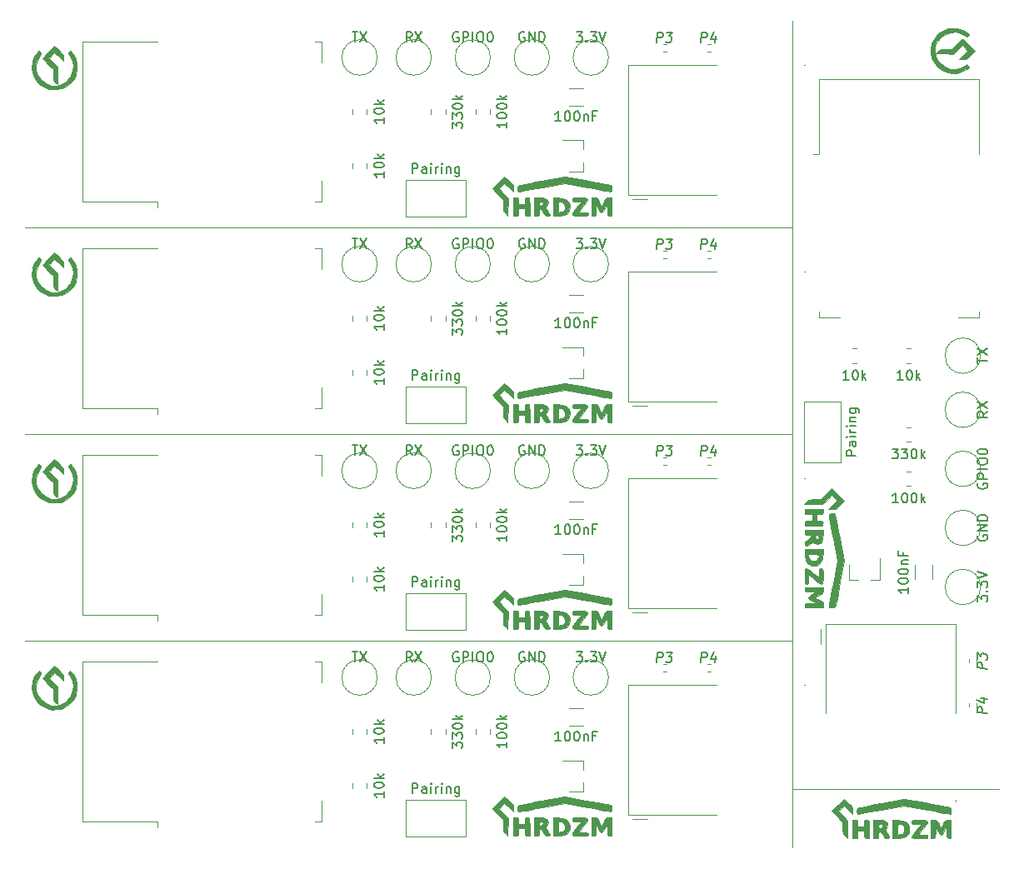
<source format=gbr>
%TF.GenerationSoftware,KiCad,Pcbnew,(5.1.9)-1*%
%TF.CreationDate,2021-04-05T17:54:04+02:00*%
%TF.ProjectId,IM350_AM550_multi,494d3335-305f-4414-9d35-35305f6d756c,rev?*%
%TF.SameCoordinates,Original*%
%TF.FileFunction,Legend,Top*%
%TF.FilePolarity,Positive*%
%FSLAX46Y46*%
G04 Gerber Fmt 4.6, Leading zero omitted, Abs format (unit mm)*
G04 Created by KiCad (PCBNEW (5.1.9)-1) date 2021-04-05 17:54:04*
%MOMM*%
%LPD*%
G01*
G04 APERTURE LIST*
%ADD10C,0.120000*%
%ADD11C,0.010000*%
%ADD12C,0.100000*%
%ADD13C,0.150000*%
G04 APERTURE END LIST*
D10*
X139000000Y-108000000D02*
X118000000Y-108000000D01*
X40000000Y-93000000D02*
X118000000Y-93000000D01*
X40000000Y-72000000D02*
X118000000Y-72000000D01*
X40000000Y-51000000D02*
X118000000Y-51000000D01*
X118000000Y-30000000D02*
X118000000Y-114000000D01*
D11*
%TO.C,G1*%
G36*
X131486147Y-109429589D02*
G01*
X132079853Y-109537208D01*
X132628866Y-109637122D01*
X133107899Y-109724698D01*
X133491662Y-109795302D01*
X133754867Y-109844301D01*
X133863167Y-109865142D01*
X134015575Y-109917198D01*
X134081718Y-110026037D01*
X134096000Y-110244727D01*
X134083809Y-110454384D01*
X134053427Y-110569244D01*
X134042102Y-110576667D01*
X133947936Y-110561898D01*
X133709059Y-110520207D01*
X133347257Y-110455520D01*
X132884319Y-110371760D01*
X132342034Y-110272851D01*
X131742188Y-110162718D01*
X131671435Y-110149683D01*
X129354666Y-109722699D01*
X127037898Y-110149683D01*
X126430276Y-110261052D01*
X125875324Y-110361593D01*
X125395350Y-110447356D01*
X125012664Y-110514395D01*
X124749574Y-110558761D01*
X124628390Y-110576508D01*
X124624898Y-110576667D01*
X124560594Y-110502233D01*
X124529293Y-110318832D01*
X124528667Y-110285330D01*
X124549499Y-110075631D01*
X124600366Y-109950864D01*
X124607473Y-109945289D01*
X124708370Y-109917855D01*
X124953845Y-109864737D01*
X125321829Y-109790299D01*
X125790255Y-109698908D01*
X126337053Y-109594930D01*
X126940155Y-109482731D01*
X127014120Y-109469132D01*
X129341961Y-109041682D01*
X131486147Y-109429589D01*
G37*
X131486147Y-109429589D02*
X132079853Y-109537208D01*
X132628866Y-109637122D01*
X133107899Y-109724698D01*
X133491662Y-109795302D01*
X133754867Y-109844301D01*
X133863167Y-109865142D01*
X134015575Y-109917198D01*
X134081718Y-110026037D01*
X134096000Y-110244727D01*
X134083809Y-110454384D01*
X134053427Y-110569244D01*
X134042102Y-110576667D01*
X133947936Y-110561898D01*
X133709059Y-110520207D01*
X133347257Y-110455520D01*
X132884319Y-110371760D01*
X132342034Y-110272851D01*
X131742188Y-110162718D01*
X131671435Y-110149683D01*
X129354666Y-109722699D01*
X127037898Y-110149683D01*
X126430276Y-110261052D01*
X125875324Y-110361593D01*
X125395350Y-110447356D01*
X125012664Y-110514395D01*
X124749574Y-110558761D01*
X124628390Y-110576508D01*
X124624898Y-110576667D01*
X124560594Y-110502233D01*
X124529293Y-110318832D01*
X124528667Y-110285330D01*
X124549499Y-110075631D01*
X124600366Y-109950864D01*
X124607473Y-109945289D01*
X124708370Y-109917855D01*
X124953845Y-109864737D01*
X125321829Y-109790299D01*
X125790255Y-109698908D01*
X126337053Y-109594930D01*
X126940155Y-109482731D01*
X127014120Y-109469132D01*
X129341961Y-109041682D01*
X131486147Y-109429589D01*
G36*
X132544990Y-111181917D02*
G01*
X132661268Y-111246027D01*
X132758405Y-111401205D01*
X132841980Y-111592667D01*
X132949960Y-111827281D01*
X133040807Y-111981007D01*
X133080000Y-112016000D01*
X133144101Y-111944558D01*
X133243043Y-111760731D01*
X133318019Y-111592667D01*
X133429089Y-111346935D01*
X133527062Y-111220882D01*
X133656487Y-111174968D01*
X133794974Y-111169333D01*
X134096000Y-111169333D01*
X134096000Y-113032000D01*
X133888042Y-113032000D01*
X133780403Y-113022184D01*
X133716080Y-112968614D01*
X133681348Y-112835104D01*
X133662482Y-112585467D01*
X133655209Y-112418167D01*
X133630333Y-111804333D01*
X133429407Y-112248833D01*
X133268167Y-112544634D01*
X133124582Y-112683320D01*
X133080000Y-112693333D01*
X132943936Y-112610918D01*
X132788142Y-112368747D01*
X132730593Y-112248833D01*
X132529667Y-111804333D01*
X132504791Y-112418167D01*
X132488637Y-112734716D01*
X132463054Y-112918171D01*
X132414315Y-113004720D01*
X132328695Y-113030546D01*
X132271957Y-113032000D01*
X132064000Y-113032000D01*
X132064000Y-111169333D01*
X132365025Y-111169333D01*
X132544990Y-111181917D01*
G37*
X132544990Y-111181917D02*
X132661268Y-111246027D01*
X132758405Y-111401205D01*
X132841980Y-111592667D01*
X132949960Y-111827281D01*
X133040807Y-111981007D01*
X133080000Y-112016000D01*
X133144101Y-111944558D01*
X133243043Y-111760731D01*
X133318019Y-111592667D01*
X133429089Y-111346935D01*
X133527062Y-111220882D01*
X133656487Y-111174968D01*
X133794974Y-111169333D01*
X134096000Y-111169333D01*
X134096000Y-113032000D01*
X133888042Y-113032000D01*
X133780403Y-113022184D01*
X133716080Y-112968614D01*
X133681348Y-112835104D01*
X133662482Y-112585467D01*
X133655209Y-112418167D01*
X133630333Y-111804333D01*
X133429407Y-112248833D01*
X133268167Y-112544634D01*
X133124582Y-112683320D01*
X133080000Y-112693333D01*
X132943936Y-112610918D01*
X132788142Y-112368747D01*
X132730593Y-112248833D01*
X132529667Y-111804333D01*
X132504791Y-112418167D01*
X132488637Y-112734716D01*
X132463054Y-112918171D01*
X132414315Y-113004720D01*
X132328695Y-113030546D01*
X132271957Y-113032000D01*
X132064000Y-113032000D01*
X132064000Y-111169333D01*
X132365025Y-111169333D01*
X132544990Y-111181917D01*
G36*
X131304644Y-111178510D02*
G01*
X131569040Y-111218742D01*
X131683354Y-111309087D01*
X131656425Y-111468597D01*
X131497094Y-111716330D01*
X131268900Y-112004714D01*
X131057051Y-112269371D01*
X130893897Y-112484072D01*
X130804010Y-112615987D01*
X130794000Y-112639258D01*
X130870587Y-112668878D01*
X131068141Y-112688519D01*
X131259667Y-112693333D01*
X131528774Y-112700683D01*
X131668965Y-112732461D01*
X131720367Y-112803260D01*
X131725333Y-112862667D01*
X131713187Y-112941369D01*
X131655810Y-112991040D01*
X131521789Y-113018294D01*
X131279715Y-113029741D01*
X130921000Y-113032000D01*
X130545032Y-113028775D01*
X130307521Y-113015244D01*
X130177648Y-112985626D01*
X130124597Y-112934137D01*
X130116667Y-112881075D01*
X130168369Y-112750319D01*
X130306258Y-112531943D01*
X130504506Y-112265320D01*
X130588745Y-112161408D01*
X131060824Y-111592667D01*
X130588745Y-111592667D01*
X130319763Y-111587345D01*
X130178882Y-111559073D01*
X130124931Y-111489391D01*
X130116667Y-111381000D01*
X130122702Y-111280940D01*
X130162495Y-111218748D01*
X130268574Y-111185422D01*
X130473468Y-111171955D01*
X130809705Y-111169345D01*
X130881324Y-111169333D01*
X131304644Y-111178510D01*
G37*
X131304644Y-111178510D02*
X131569040Y-111218742D01*
X131683354Y-111309087D01*
X131656425Y-111468597D01*
X131497094Y-111716330D01*
X131268900Y-112004714D01*
X131057051Y-112269371D01*
X130893897Y-112484072D01*
X130804010Y-112615987D01*
X130794000Y-112639258D01*
X130870587Y-112668878D01*
X131068141Y-112688519D01*
X131259667Y-112693333D01*
X131528774Y-112700683D01*
X131668965Y-112732461D01*
X131720367Y-112803260D01*
X131725333Y-112862667D01*
X131713187Y-112941369D01*
X131655810Y-112991040D01*
X131521789Y-113018294D01*
X131279715Y-113029741D01*
X130921000Y-113032000D01*
X130545032Y-113028775D01*
X130307521Y-113015244D01*
X130177648Y-112985626D01*
X130124597Y-112934137D01*
X130116667Y-112881075D01*
X130168369Y-112750319D01*
X130306258Y-112531943D01*
X130504506Y-112265320D01*
X130588745Y-112161408D01*
X131060824Y-111592667D01*
X130588745Y-111592667D01*
X130319763Y-111587345D01*
X130178882Y-111559073D01*
X130124931Y-111489391D01*
X130116667Y-111381000D01*
X130122702Y-111280940D01*
X130162495Y-111218748D01*
X130268574Y-111185422D01*
X130473468Y-111171955D01*
X130809705Y-111169345D01*
X130881324Y-111169333D01*
X131304644Y-111178510D01*
G36*
X128529167Y-111169805D02*
G01*
X129060406Y-111221315D01*
X129459514Y-111373016D01*
X129723880Y-111623012D01*
X129850897Y-111969408D01*
X129862667Y-112138453D01*
X129796486Y-112509460D01*
X129596677Y-112780497D01*
X129261339Y-112952941D01*
X128788570Y-113028169D01*
X128629488Y-113032000D01*
X128169333Y-113032000D01*
X128169333Y-112144613D01*
X128677333Y-112144613D01*
X128677333Y-112696559D01*
X128910167Y-112640938D01*
X129121386Y-112570607D01*
X129248833Y-112501958D01*
X129331867Y-112345374D01*
X129349892Y-112109954D01*
X129305584Y-111872081D01*
X129221619Y-111725714D01*
X129032685Y-111619315D01*
X128882952Y-111592667D01*
X128772500Y-111603053D01*
X128710906Y-111659649D01*
X128683957Y-111800611D01*
X128677437Y-112064093D01*
X128677333Y-112144613D01*
X128169333Y-112144613D01*
X128169333Y-111169333D01*
X128529167Y-111169805D01*
G37*
X128529167Y-111169805D02*
X129060406Y-111221315D01*
X129459514Y-111373016D01*
X129723880Y-111623012D01*
X129850897Y-111969408D01*
X129862667Y-112138453D01*
X129796486Y-112509460D01*
X129596677Y-112780497D01*
X129261339Y-112952941D01*
X128788570Y-113028169D01*
X128629488Y-113032000D01*
X128169333Y-113032000D01*
X128169333Y-112144613D01*
X128677333Y-112144613D01*
X128677333Y-112696559D01*
X128910167Y-112640938D01*
X129121386Y-112570607D01*
X129248833Y-112501958D01*
X129331867Y-112345374D01*
X129349892Y-112109954D01*
X129305584Y-111872081D01*
X129221619Y-111725714D01*
X129032685Y-111619315D01*
X128882952Y-111592667D01*
X128772500Y-111603053D01*
X128710906Y-111659649D01*
X128683957Y-111800611D01*
X128677437Y-112064093D01*
X128677333Y-112144613D01*
X128169333Y-112144613D01*
X128169333Y-111169333D01*
X128529167Y-111169805D01*
G36*
X127030960Y-111200286D02*
G01*
X127352949Y-111284681D01*
X127562552Y-111409818D01*
X127594814Y-111449797D01*
X127657390Y-111690252D01*
X127586673Y-111942162D01*
X127526962Y-112024145D01*
X127453239Y-112128457D01*
X127457618Y-112236282D01*
X127550025Y-112402824D01*
X127611629Y-112494965D01*
X127774409Y-112764688D01*
X127817957Y-112931800D01*
X127741808Y-113014390D01*
X127597833Y-113031771D01*
X127418976Y-112993330D01*
X127276873Y-112852073D01*
X127195667Y-112715270D01*
X127056650Y-112510789D01*
X126915501Y-112384943D01*
X126878167Y-112370624D01*
X126782088Y-112382265D01*
X126738742Y-112491832D01*
X126730000Y-112687125D01*
X126720433Y-112906847D01*
X126668100Y-113005526D01*
X126537552Y-113031292D01*
X126476000Y-113032000D01*
X126222000Y-113032000D01*
X126222000Y-111810222D01*
X126730000Y-111810222D01*
X126757640Y-111968798D01*
X126869217Y-112006054D01*
X126920500Y-112000722D01*
X127091666Y-111904307D01*
X127138055Y-111783167D01*
X127126699Y-111640873D01*
X127005879Y-111594375D01*
X126947555Y-111592667D01*
X126783837Y-111625115D01*
X126731606Y-111756412D01*
X126730000Y-111810222D01*
X126222000Y-111810222D01*
X126222000Y-111169333D01*
X126639821Y-111169333D01*
X127030960Y-111200286D01*
G37*
X127030960Y-111200286D02*
X127352949Y-111284681D01*
X127562552Y-111409818D01*
X127594814Y-111449797D01*
X127657390Y-111690252D01*
X127586673Y-111942162D01*
X127526962Y-112024145D01*
X127453239Y-112128457D01*
X127457618Y-112236282D01*
X127550025Y-112402824D01*
X127611629Y-112494965D01*
X127774409Y-112764688D01*
X127817957Y-112931800D01*
X127741808Y-113014390D01*
X127597833Y-113031771D01*
X127418976Y-112993330D01*
X127276873Y-112852073D01*
X127195667Y-112715270D01*
X127056650Y-112510789D01*
X126915501Y-112384943D01*
X126878167Y-112370624D01*
X126782088Y-112382265D01*
X126738742Y-112491832D01*
X126730000Y-112687125D01*
X126720433Y-112906847D01*
X126668100Y-113005526D01*
X126537552Y-113031292D01*
X126476000Y-113032000D01*
X126222000Y-113032000D01*
X126222000Y-111810222D01*
X126730000Y-111810222D01*
X126757640Y-111968798D01*
X126869217Y-112006054D01*
X126920500Y-112000722D01*
X127091666Y-111904307D01*
X127138055Y-111783167D01*
X127126699Y-111640873D01*
X127005879Y-111594375D01*
X126947555Y-111592667D01*
X126783837Y-111625115D01*
X126731606Y-111756412D01*
X126730000Y-111810222D01*
X126222000Y-111810222D01*
X126222000Y-111169333D01*
X126639821Y-111169333D01*
X127030960Y-111200286D01*
G36*
X124522200Y-111182707D02*
G01*
X124594601Y-111255179D01*
X124612932Y-111435278D01*
X124613333Y-111508000D01*
X124613333Y-111846667D01*
X125290667Y-111846667D01*
X125290667Y-111502376D01*
X125299516Y-111284237D01*
X125347626Y-111191189D01*
X125467337Y-111179128D01*
X125523500Y-111184876D01*
X125756333Y-111211667D01*
X125780364Y-112121833D01*
X125804395Y-113032000D01*
X125547531Y-113032000D01*
X125389598Y-113021196D01*
X125314797Y-112958135D01*
X125292136Y-112796845D01*
X125290667Y-112651000D01*
X125290667Y-112270000D01*
X124613333Y-112270000D01*
X124613333Y-112651000D01*
X124605970Y-112885283D01*
X124563457Y-112996247D01*
X124455157Y-113029846D01*
X124359333Y-113032000D01*
X124105333Y-113032000D01*
X124105333Y-111169333D01*
X124359333Y-111169333D01*
X124522200Y-111182707D01*
G37*
X124522200Y-111182707D02*
X124594601Y-111255179D01*
X124612932Y-111435278D01*
X124613333Y-111508000D01*
X124613333Y-111846667D01*
X125290667Y-111846667D01*
X125290667Y-111502376D01*
X125299516Y-111284237D01*
X125347626Y-111191189D01*
X125467337Y-111179128D01*
X125523500Y-111184876D01*
X125756333Y-111211667D01*
X125780364Y-112121833D01*
X125804395Y-113032000D01*
X125547531Y-113032000D01*
X125389598Y-113021196D01*
X125314797Y-112958135D01*
X125292136Y-112796845D01*
X125290667Y-112651000D01*
X125290667Y-112270000D01*
X124613333Y-112270000D01*
X124613333Y-112651000D01*
X124605970Y-112885283D01*
X124563457Y-112996247D01*
X124455157Y-113029846D01*
X124359333Y-113032000D01*
X124105333Y-113032000D01*
X124105333Y-111169333D01*
X124359333Y-111169333D01*
X124522200Y-111182707D01*
G36*
X123660833Y-109445231D02*
G01*
X123897065Y-109658111D01*
X124030403Y-109815961D01*
X124090023Y-109969733D01*
X124105097Y-110170380D01*
X124105333Y-110221564D01*
X124105333Y-110613215D01*
X123658691Y-110172121D01*
X123212049Y-109731028D01*
X122939436Y-110003641D01*
X122666822Y-110276254D01*
X123135101Y-110749471D01*
X123603380Y-111222687D01*
X123555000Y-113043753D01*
X123322167Y-112800410D01*
X123196364Y-112650301D01*
X123126067Y-112494676D01*
X123095617Y-112277766D01*
X123089333Y-111971158D01*
X123089333Y-111385249D01*
X122539003Y-110830669D01*
X121988672Y-110276089D01*
X122602503Y-109668319D01*
X123216333Y-109060549D01*
X123660833Y-109445231D01*
G37*
X123660833Y-109445231D02*
X123897065Y-109658111D01*
X124030403Y-109815961D01*
X124090023Y-109969733D01*
X124105097Y-110170380D01*
X124105333Y-110221564D01*
X124105333Y-110613215D01*
X123658691Y-110172121D01*
X123212049Y-109731028D01*
X122939436Y-110003641D01*
X122666822Y-110276254D01*
X123135101Y-110749471D01*
X123603380Y-111222687D01*
X123555000Y-113043753D01*
X123322167Y-112800410D01*
X123196364Y-112650301D01*
X123126067Y-112494676D01*
X123095617Y-112277766D01*
X123089333Y-111971158D01*
X123089333Y-111385249D01*
X122539003Y-110830669D01*
X121988672Y-110276089D01*
X122602503Y-109668319D01*
X123216333Y-109060549D01*
X123660833Y-109445231D01*
D10*
%TO.C,J7*%
X121370000Y-91270000D02*
X134570000Y-91270000D01*
X134570000Y-91270000D02*
X134570000Y-100290000D01*
D12*
X134570000Y-109150000D02*
X134570000Y-109270000D01*
X134570000Y-109260000D02*
X134570000Y-109270000D01*
X121370000Y-100220000D02*
X121370000Y-100290000D01*
D10*
X121370000Y-100290000D02*
X121370000Y-91270000D01*
X120900000Y-93270000D02*
X120900000Y-91740000D01*
X103270000Y-111100000D02*
X101740000Y-111100000D01*
X110290000Y-110630000D02*
X101270000Y-110630000D01*
D12*
X110220000Y-110630000D02*
X110290000Y-110630000D01*
X119260000Y-97430000D02*
X119270000Y-97430000D01*
X119150000Y-97430000D02*
X119270000Y-97430000D01*
D10*
X101270000Y-97430000D02*
X110290000Y-97430000D01*
X101270000Y-110630000D02*
X101270000Y-97430000D01*
X101270000Y-89630000D02*
X101270000Y-76430000D01*
X101270000Y-76430000D02*
X110290000Y-76430000D01*
D12*
X119150000Y-76430000D02*
X119270000Y-76430000D01*
X119260000Y-76430000D02*
X119270000Y-76430000D01*
X110220000Y-89630000D02*
X110290000Y-89630000D01*
D10*
X110290000Y-89630000D02*
X101270000Y-89630000D01*
X103270000Y-90100000D02*
X101740000Y-90100000D01*
X103270000Y-69100000D02*
X101740000Y-69100000D01*
X110290000Y-68630000D02*
X101270000Y-68630000D01*
D12*
X110220000Y-68630000D02*
X110290000Y-68630000D01*
X119260000Y-55430000D02*
X119270000Y-55430000D01*
X119150000Y-55430000D02*
X119270000Y-55430000D01*
D10*
X101270000Y-55430000D02*
X110290000Y-55430000D01*
X101270000Y-68630000D02*
X101270000Y-55430000D01*
X101270000Y-47630000D02*
X101270000Y-34430000D01*
X101270000Y-34430000D02*
X110290000Y-34430000D01*
D12*
X119150000Y-34430000D02*
X119270000Y-34430000D01*
X119260000Y-34430000D02*
X119270000Y-34430000D01*
X110220000Y-47630000D02*
X110290000Y-47630000D01*
D10*
X110290000Y-47630000D02*
X101270000Y-47630000D01*
X103270000Y-48100000D02*
X101740000Y-48100000D01*
%TO.C,R2*%
X129572936Y-77235000D02*
X130027064Y-77235000D01*
X129572936Y-75765000D02*
X130027064Y-75765000D01*
%TO.C,J1*%
X137100694Y-87500000D02*
G75*
G03*
X137100694Y-87500000I-1800694J0D01*
G01*
D11*
%TO.C,G2*%
G36*
X136075987Y-33436196D02*
G01*
X135846669Y-33660220D01*
X135679677Y-33791224D01*
X135530676Y-33853769D01*
X135355331Y-33872417D01*
X135287298Y-33873125D01*
X134930111Y-33873125D01*
X135360462Y-33437360D01*
X135790814Y-33001596D01*
X135519809Y-32721989D01*
X135248804Y-32442383D01*
X134358926Y-33322975D01*
X133465536Y-33300394D01*
X132572146Y-33277812D01*
X132800260Y-33059531D01*
X132940259Y-32942035D01*
X133085240Y-32876152D01*
X133287100Y-32847390D01*
X133581949Y-32841250D01*
X134135524Y-32841250D01*
X134646875Y-32325312D01*
X134880826Y-32097954D01*
X135078545Y-31921741D01*
X135210471Y-31822306D01*
X135241882Y-31809375D01*
X135329261Y-31862618D01*
X135499778Y-32006516D01*
X135726507Y-32217326D01*
X135916512Y-32404321D01*
X136507487Y-32999268D01*
X136075987Y-33436196D01*
G37*
X136075987Y-33436196D02*
X135846669Y-33660220D01*
X135679677Y-33791224D01*
X135530676Y-33853769D01*
X135355331Y-33872417D01*
X135287298Y-33873125D01*
X134930111Y-33873125D01*
X135360462Y-33437360D01*
X135790814Y-33001596D01*
X135519809Y-32721989D01*
X135248804Y-32442383D01*
X134358926Y-33322975D01*
X133465536Y-33300394D01*
X132572146Y-33277812D01*
X132800260Y-33059531D01*
X132940259Y-32942035D01*
X133085240Y-32876152D01*
X133287100Y-32847390D01*
X133581949Y-32841250D01*
X134135524Y-32841250D01*
X134646875Y-32325312D01*
X134880826Y-32097954D01*
X135078545Y-31921741D01*
X135210471Y-31822306D01*
X135241882Y-31809375D01*
X135329261Y-31862618D01*
X135499778Y-32006516D01*
X135726507Y-32217326D01*
X135916512Y-32404321D01*
X136507487Y-32999268D01*
X136075987Y-33436196D01*
G36*
X135875883Y-31493314D02*
G01*
X135872852Y-31496666D01*
X135755223Y-31601276D01*
X135650282Y-31587044D01*
X135566374Y-31530272D01*
X135065712Y-31246130D01*
X134550330Y-31113038D01*
X134038382Y-31129888D01*
X133548022Y-31295571D01*
X133097405Y-31608979D01*
X133016998Y-31685918D01*
X132663700Y-32135502D01*
X132464015Y-32610838D01*
X132417942Y-33097619D01*
X132525482Y-33581538D01*
X132786634Y-34048286D01*
X133016998Y-34314081D01*
X133457914Y-34655709D01*
X133942055Y-34849824D01*
X134451268Y-34895319D01*
X134967399Y-34791085D01*
X135472293Y-34536013D01*
X135566374Y-34469727D01*
X135699940Y-34392661D01*
X135800408Y-34429417D01*
X135872852Y-34503333D01*
X135944892Y-34595643D01*
X135943628Y-34669653D01*
X135848696Y-34758787D01*
X135639728Y-34896469D01*
X135629261Y-34903109D01*
X135144106Y-35154504D01*
X134662973Y-35275576D01*
X134128603Y-35281585D01*
X133552000Y-35159228D01*
X133033004Y-34896881D01*
X132593153Y-34509151D01*
X132253987Y-34010647D01*
X132253615Y-34009923D01*
X132130209Y-33657971D01*
X132060471Y-33226438D01*
X132048772Y-32781015D01*
X132099485Y-32387393D01*
X132137292Y-32261652D01*
X132415374Y-31722436D01*
X132800821Y-31282005D01*
X133272898Y-30955383D01*
X133810873Y-30757593D01*
X134289688Y-30702051D01*
X134780470Y-30739783D01*
X135219971Y-30874933D01*
X135630781Y-31097854D01*
X135843930Y-31237716D01*
X135942258Y-31327885D01*
X135946122Y-31401904D01*
X135875883Y-31493314D01*
G37*
X135875883Y-31493314D02*
X135872852Y-31496666D01*
X135755223Y-31601276D01*
X135650282Y-31587044D01*
X135566374Y-31530272D01*
X135065712Y-31246130D01*
X134550330Y-31113038D01*
X134038382Y-31129888D01*
X133548022Y-31295571D01*
X133097405Y-31608979D01*
X133016998Y-31685918D01*
X132663700Y-32135502D01*
X132464015Y-32610838D01*
X132417942Y-33097619D01*
X132525482Y-33581538D01*
X132786634Y-34048286D01*
X133016998Y-34314081D01*
X133457914Y-34655709D01*
X133942055Y-34849824D01*
X134451268Y-34895319D01*
X134967399Y-34791085D01*
X135472293Y-34536013D01*
X135566374Y-34469727D01*
X135699940Y-34392661D01*
X135800408Y-34429417D01*
X135872852Y-34503333D01*
X135944892Y-34595643D01*
X135943628Y-34669653D01*
X135848696Y-34758787D01*
X135639728Y-34896469D01*
X135629261Y-34903109D01*
X135144106Y-35154504D01*
X134662973Y-35275576D01*
X134128603Y-35281585D01*
X133552000Y-35159228D01*
X133033004Y-34896881D01*
X132593153Y-34509151D01*
X132253987Y-34010647D01*
X132253615Y-34009923D01*
X132130209Y-33657971D01*
X132060471Y-33226438D01*
X132048772Y-32781015D01*
X132099485Y-32387393D01*
X132137292Y-32261652D01*
X132415374Y-31722436D01*
X132800821Y-31282005D01*
X133272898Y-30955383D01*
X133810873Y-30757593D01*
X134289688Y-30702051D01*
X134780470Y-30739783D01*
X135219971Y-30874933D01*
X135630781Y-31097854D01*
X135843930Y-31237716D01*
X135942258Y-31327885D01*
X135946122Y-31401904D01*
X135875883Y-31493314D01*
D10*
%TO.C,U2*%
X120680000Y-35880000D02*
X136920000Y-35880000D01*
X136920000Y-35880000D02*
X136920000Y-43500000D01*
X136920000Y-59500000D02*
X136920000Y-60120000D01*
X136920000Y-60120000D02*
X134800000Y-60120000D01*
X122800000Y-60120000D02*
X120680000Y-60120000D01*
X120680000Y-60120000D02*
X120680000Y-59500000D01*
X120680000Y-43500000D02*
X120680000Y-35880000D01*
X120680000Y-43500000D02*
X120070000Y-43500000D01*
%TO.C,R6*%
X136680000Y-99667621D02*
X136680000Y-99332379D01*
X135920000Y-99667621D02*
X135920000Y-99332379D01*
%TO.C,J4*%
X137100694Y-75500000D02*
G75*
G03*
X137100694Y-75500000I-1800694J0D01*
G01*
%TO.C,R3*%
X135920000Y-94832379D02*
X135920000Y-95167621D01*
X136680000Y-94832379D02*
X136680000Y-95167621D01*
%TO.C,J2*%
X137100694Y-64000000D02*
G75*
G03*
X137100694Y-64000000I-1800694J0D01*
G01*
%TO.C,J6*%
X137100694Y-81500000D02*
G75*
G03*
X137100694Y-81500000I-1800694J0D01*
G01*
%TO.C,J3*%
X137100694Y-69500000D02*
G75*
G03*
X137100694Y-69500000I-1800694J0D01*
G01*
%TO.C,R1*%
X130027064Y-72735000D02*
X129572936Y-72735000D01*
X130027064Y-71265000D02*
X129572936Y-71265000D01*
%TO.C,R5*%
X124527064Y-63265000D02*
X124072936Y-63265000D01*
X124527064Y-64735000D02*
X124072936Y-64735000D01*
%TO.C,SW1*%
X122850000Y-68690000D02*
X122850000Y-74810000D01*
X122850000Y-74810000D02*
X119150000Y-74810000D01*
X119150000Y-74810000D02*
X119150000Y-68690000D01*
X119150000Y-68690000D02*
X122850000Y-68690000D01*
%TO.C,R4*%
X129572936Y-63265000D02*
X130027064Y-63265000D01*
X129572936Y-64735000D02*
X130027064Y-64735000D01*
%TO.C,U1*%
X123720000Y-86760000D02*
X123720000Y-85300000D01*
X126880000Y-86760000D02*
X126880000Y-84600000D01*
X126880000Y-86760000D02*
X125950000Y-86760000D01*
X123720000Y-86760000D02*
X124650000Y-86760000D01*
%TO.C,C2*%
X130390000Y-86711252D02*
X130390000Y-85288748D01*
X132210000Y-86711252D02*
X132210000Y-85288748D01*
D11*
%TO.C,G1*%
G36*
X122820411Y-86986147D02*
G01*
X122712792Y-87579853D01*
X122612878Y-88128866D01*
X122525302Y-88607899D01*
X122454698Y-88991662D01*
X122405699Y-89254867D01*
X122384858Y-89363167D01*
X122332802Y-89515575D01*
X122223963Y-89581718D01*
X122005273Y-89596000D01*
X121795616Y-89583809D01*
X121680756Y-89553427D01*
X121673333Y-89542102D01*
X121688102Y-89447936D01*
X121729793Y-89209059D01*
X121794480Y-88847257D01*
X121878240Y-88384319D01*
X121977149Y-87842034D01*
X122087282Y-87242188D01*
X122100317Y-87171435D01*
X122527301Y-84854666D01*
X122100317Y-82537898D01*
X121988948Y-81930276D01*
X121888407Y-81375324D01*
X121802644Y-80895350D01*
X121735605Y-80512664D01*
X121691239Y-80249574D01*
X121673492Y-80128390D01*
X121673333Y-80124898D01*
X121747767Y-80060594D01*
X121931168Y-80029293D01*
X121964670Y-80028667D01*
X122174369Y-80049499D01*
X122299136Y-80100366D01*
X122304711Y-80107473D01*
X122332145Y-80208370D01*
X122385263Y-80453845D01*
X122459701Y-80821829D01*
X122551092Y-81290255D01*
X122655070Y-81837053D01*
X122767269Y-82440155D01*
X122780868Y-82514120D01*
X123208318Y-84841961D01*
X122820411Y-86986147D01*
G37*
X122820411Y-86986147D02*
X122712792Y-87579853D01*
X122612878Y-88128866D01*
X122525302Y-88607899D01*
X122454698Y-88991662D01*
X122405699Y-89254867D01*
X122384858Y-89363167D01*
X122332802Y-89515575D01*
X122223963Y-89581718D01*
X122005273Y-89596000D01*
X121795616Y-89583809D01*
X121680756Y-89553427D01*
X121673333Y-89542102D01*
X121688102Y-89447936D01*
X121729793Y-89209059D01*
X121794480Y-88847257D01*
X121878240Y-88384319D01*
X121977149Y-87842034D01*
X122087282Y-87242188D01*
X122100317Y-87171435D01*
X122527301Y-84854666D01*
X122100317Y-82537898D01*
X121988948Y-81930276D01*
X121888407Y-81375324D01*
X121802644Y-80895350D01*
X121735605Y-80512664D01*
X121691239Y-80249574D01*
X121673492Y-80128390D01*
X121673333Y-80124898D01*
X121747767Y-80060594D01*
X121931168Y-80029293D01*
X121964670Y-80028667D01*
X122174369Y-80049499D01*
X122299136Y-80100366D01*
X122304711Y-80107473D01*
X122332145Y-80208370D01*
X122385263Y-80453845D01*
X122459701Y-80821829D01*
X122551092Y-81290255D01*
X122655070Y-81837053D01*
X122767269Y-82440155D01*
X122780868Y-82514120D01*
X123208318Y-84841961D01*
X122820411Y-86986147D01*
G36*
X121068083Y-88044990D02*
G01*
X121003973Y-88161268D01*
X120848795Y-88258405D01*
X120657333Y-88341980D01*
X120422719Y-88449960D01*
X120268993Y-88540807D01*
X120234000Y-88580000D01*
X120305442Y-88644101D01*
X120489269Y-88743043D01*
X120657333Y-88818019D01*
X120903065Y-88929089D01*
X121029118Y-89027062D01*
X121075032Y-89156487D01*
X121080667Y-89294974D01*
X121080667Y-89596000D01*
X119218000Y-89596000D01*
X119218000Y-89388042D01*
X119227816Y-89280403D01*
X119281386Y-89216080D01*
X119414896Y-89181348D01*
X119664533Y-89162482D01*
X119831833Y-89155209D01*
X120445667Y-89130333D01*
X120001167Y-88929407D01*
X119705366Y-88768167D01*
X119566680Y-88624582D01*
X119556667Y-88580000D01*
X119639082Y-88443936D01*
X119881253Y-88288142D01*
X120001167Y-88230593D01*
X120445667Y-88029667D01*
X119831833Y-88004791D01*
X119515284Y-87988637D01*
X119331829Y-87963054D01*
X119245280Y-87914315D01*
X119219454Y-87828695D01*
X119218000Y-87771957D01*
X119218000Y-87564000D01*
X121080667Y-87564000D01*
X121080667Y-87865025D01*
X121068083Y-88044990D01*
G37*
X121068083Y-88044990D02*
X121003973Y-88161268D01*
X120848795Y-88258405D01*
X120657333Y-88341980D01*
X120422719Y-88449960D01*
X120268993Y-88540807D01*
X120234000Y-88580000D01*
X120305442Y-88644101D01*
X120489269Y-88743043D01*
X120657333Y-88818019D01*
X120903065Y-88929089D01*
X121029118Y-89027062D01*
X121075032Y-89156487D01*
X121080667Y-89294974D01*
X121080667Y-89596000D01*
X119218000Y-89596000D01*
X119218000Y-89388042D01*
X119227816Y-89280403D01*
X119281386Y-89216080D01*
X119414896Y-89181348D01*
X119664533Y-89162482D01*
X119831833Y-89155209D01*
X120445667Y-89130333D01*
X120001167Y-88929407D01*
X119705366Y-88768167D01*
X119566680Y-88624582D01*
X119556667Y-88580000D01*
X119639082Y-88443936D01*
X119881253Y-88288142D01*
X120001167Y-88230593D01*
X120445667Y-88029667D01*
X119831833Y-88004791D01*
X119515284Y-87988637D01*
X119331829Y-87963054D01*
X119245280Y-87914315D01*
X119219454Y-87828695D01*
X119218000Y-87771957D01*
X119218000Y-87564000D01*
X121080667Y-87564000D01*
X121080667Y-87865025D01*
X121068083Y-88044990D01*
G36*
X121071490Y-86804644D02*
G01*
X121031258Y-87069040D01*
X120940913Y-87183354D01*
X120781403Y-87156425D01*
X120533670Y-86997094D01*
X120245286Y-86768900D01*
X119980629Y-86557051D01*
X119765928Y-86393897D01*
X119634013Y-86304010D01*
X119610742Y-86294000D01*
X119581122Y-86370587D01*
X119561481Y-86568141D01*
X119556667Y-86759667D01*
X119549317Y-87028774D01*
X119517539Y-87168965D01*
X119446740Y-87220367D01*
X119387333Y-87225333D01*
X119308631Y-87213187D01*
X119258960Y-87155810D01*
X119231706Y-87021789D01*
X119220259Y-86779715D01*
X119218000Y-86421000D01*
X119221225Y-86045032D01*
X119234756Y-85807521D01*
X119264374Y-85677648D01*
X119315863Y-85624597D01*
X119368925Y-85616667D01*
X119499681Y-85668369D01*
X119718057Y-85806258D01*
X119984680Y-86004506D01*
X120088592Y-86088745D01*
X120657333Y-86560824D01*
X120657333Y-86088745D01*
X120662655Y-85819763D01*
X120690927Y-85678882D01*
X120760609Y-85624931D01*
X120869000Y-85616667D01*
X120969060Y-85622702D01*
X121031252Y-85662495D01*
X121064578Y-85768574D01*
X121078045Y-85973468D01*
X121080655Y-86309705D01*
X121080667Y-86381324D01*
X121071490Y-86804644D01*
G37*
X121071490Y-86804644D02*
X121031258Y-87069040D01*
X120940913Y-87183354D01*
X120781403Y-87156425D01*
X120533670Y-86997094D01*
X120245286Y-86768900D01*
X119980629Y-86557051D01*
X119765928Y-86393897D01*
X119634013Y-86304010D01*
X119610742Y-86294000D01*
X119581122Y-86370587D01*
X119561481Y-86568141D01*
X119556667Y-86759667D01*
X119549317Y-87028774D01*
X119517539Y-87168965D01*
X119446740Y-87220367D01*
X119387333Y-87225333D01*
X119308631Y-87213187D01*
X119258960Y-87155810D01*
X119231706Y-87021789D01*
X119220259Y-86779715D01*
X119218000Y-86421000D01*
X119221225Y-86045032D01*
X119234756Y-85807521D01*
X119264374Y-85677648D01*
X119315863Y-85624597D01*
X119368925Y-85616667D01*
X119499681Y-85668369D01*
X119718057Y-85806258D01*
X119984680Y-86004506D01*
X120088592Y-86088745D01*
X120657333Y-86560824D01*
X120657333Y-86088745D01*
X120662655Y-85819763D01*
X120690927Y-85678882D01*
X120760609Y-85624931D01*
X120869000Y-85616667D01*
X120969060Y-85622702D01*
X121031252Y-85662495D01*
X121064578Y-85768574D01*
X121078045Y-85973468D01*
X121080655Y-86309705D01*
X121080667Y-86381324D01*
X121071490Y-86804644D01*
G36*
X121080195Y-84029167D02*
G01*
X121028685Y-84560406D01*
X120876984Y-84959514D01*
X120626988Y-85223880D01*
X120280592Y-85350897D01*
X120111547Y-85362667D01*
X119740540Y-85296486D01*
X119469503Y-85096677D01*
X119297059Y-84761339D01*
X119221831Y-84288570D01*
X119218000Y-84129488D01*
X119218000Y-83669333D01*
X120105387Y-83669333D01*
X120105387Y-84177333D01*
X119553441Y-84177333D01*
X119609062Y-84410167D01*
X119679393Y-84621386D01*
X119748042Y-84748833D01*
X119904626Y-84831867D01*
X120140046Y-84849892D01*
X120377919Y-84805584D01*
X120524286Y-84721619D01*
X120630685Y-84532685D01*
X120657333Y-84382952D01*
X120646947Y-84272500D01*
X120590351Y-84210906D01*
X120449389Y-84183957D01*
X120185907Y-84177437D01*
X120105387Y-84177333D01*
X120105387Y-83669333D01*
X121080667Y-83669333D01*
X121080195Y-84029167D01*
G37*
X121080195Y-84029167D02*
X121028685Y-84560406D01*
X120876984Y-84959514D01*
X120626988Y-85223880D01*
X120280592Y-85350897D01*
X120111547Y-85362667D01*
X119740540Y-85296486D01*
X119469503Y-85096677D01*
X119297059Y-84761339D01*
X119221831Y-84288570D01*
X119218000Y-84129488D01*
X119218000Y-83669333D01*
X120105387Y-83669333D01*
X120105387Y-84177333D01*
X119553441Y-84177333D01*
X119609062Y-84410167D01*
X119679393Y-84621386D01*
X119748042Y-84748833D01*
X119904626Y-84831867D01*
X120140046Y-84849892D01*
X120377919Y-84805584D01*
X120524286Y-84721619D01*
X120630685Y-84532685D01*
X120657333Y-84382952D01*
X120646947Y-84272500D01*
X120590351Y-84210906D01*
X120449389Y-84183957D01*
X120185907Y-84177437D01*
X120105387Y-84177333D01*
X120105387Y-83669333D01*
X121080667Y-83669333D01*
X121080195Y-84029167D01*
G36*
X121049714Y-82530960D02*
G01*
X120965319Y-82852949D01*
X120840182Y-83062552D01*
X120800203Y-83094814D01*
X120559748Y-83157390D01*
X120307838Y-83086673D01*
X120225855Y-83026962D01*
X120121543Y-82953239D01*
X120013718Y-82957618D01*
X119847176Y-83050025D01*
X119755035Y-83111629D01*
X119485312Y-83274409D01*
X119318200Y-83317957D01*
X119235610Y-83241808D01*
X119218229Y-83097833D01*
X119256670Y-82918976D01*
X119397927Y-82776873D01*
X119534730Y-82695667D01*
X119739211Y-82556650D01*
X119865057Y-82415501D01*
X119879376Y-82378167D01*
X119867735Y-82282088D01*
X119758168Y-82238742D01*
X119562875Y-82230000D01*
X119343153Y-82220433D01*
X119244474Y-82168100D01*
X119218708Y-82037552D01*
X119218000Y-81976000D01*
X119218000Y-81722000D01*
X120439778Y-81722000D01*
X120439778Y-82230000D01*
X120281202Y-82257640D01*
X120243946Y-82369217D01*
X120249278Y-82420500D01*
X120345693Y-82591666D01*
X120466833Y-82638055D01*
X120609127Y-82626699D01*
X120655625Y-82505879D01*
X120657333Y-82447555D01*
X120624885Y-82283837D01*
X120493588Y-82231606D01*
X120439778Y-82230000D01*
X120439778Y-81722000D01*
X121080667Y-81722000D01*
X121080667Y-82139821D01*
X121049714Y-82530960D01*
G37*
X121049714Y-82530960D02*
X120965319Y-82852949D01*
X120840182Y-83062552D01*
X120800203Y-83094814D01*
X120559748Y-83157390D01*
X120307838Y-83086673D01*
X120225855Y-83026962D01*
X120121543Y-82953239D01*
X120013718Y-82957618D01*
X119847176Y-83050025D01*
X119755035Y-83111629D01*
X119485312Y-83274409D01*
X119318200Y-83317957D01*
X119235610Y-83241808D01*
X119218229Y-83097833D01*
X119256670Y-82918976D01*
X119397927Y-82776873D01*
X119534730Y-82695667D01*
X119739211Y-82556650D01*
X119865057Y-82415501D01*
X119879376Y-82378167D01*
X119867735Y-82282088D01*
X119758168Y-82238742D01*
X119562875Y-82230000D01*
X119343153Y-82220433D01*
X119244474Y-82168100D01*
X119218708Y-82037552D01*
X119218000Y-81976000D01*
X119218000Y-81722000D01*
X120439778Y-81722000D01*
X120439778Y-82230000D01*
X120281202Y-82257640D01*
X120243946Y-82369217D01*
X120249278Y-82420500D01*
X120345693Y-82591666D01*
X120466833Y-82638055D01*
X120609127Y-82626699D01*
X120655625Y-82505879D01*
X120657333Y-82447555D01*
X120624885Y-82283837D01*
X120493588Y-82231606D01*
X120439778Y-82230000D01*
X120439778Y-81722000D01*
X121080667Y-81722000D01*
X121080667Y-82139821D01*
X121049714Y-82530960D01*
G36*
X121067293Y-80022200D02*
G01*
X120994821Y-80094601D01*
X120814722Y-80112932D01*
X120742000Y-80113333D01*
X120403333Y-80113333D01*
X120403333Y-80790667D01*
X120747624Y-80790667D01*
X120965763Y-80799516D01*
X121058811Y-80847626D01*
X121070872Y-80967337D01*
X121065124Y-81023500D01*
X121038333Y-81256333D01*
X120128167Y-81280364D01*
X119218000Y-81304395D01*
X119218000Y-81047531D01*
X119228804Y-80889598D01*
X119291865Y-80814797D01*
X119453155Y-80792136D01*
X119599000Y-80790667D01*
X119980000Y-80790667D01*
X119980000Y-80113333D01*
X119599000Y-80113333D01*
X119364717Y-80105970D01*
X119253753Y-80063457D01*
X119220154Y-79955157D01*
X119218000Y-79859333D01*
X119218000Y-79605333D01*
X121080667Y-79605333D01*
X121080667Y-79859333D01*
X121067293Y-80022200D01*
G37*
X121067293Y-80022200D02*
X120994821Y-80094601D01*
X120814722Y-80112932D01*
X120742000Y-80113333D01*
X120403333Y-80113333D01*
X120403333Y-80790667D01*
X120747624Y-80790667D01*
X120965763Y-80799516D01*
X121058811Y-80847626D01*
X121070872Y-80967337D01*
X121065124Y-81023500D01*
X121038333Y-81256333D01*
X120128167Y-81280364D01*
X119218000Y-81304395D01*
X119218000Y-81047531D01*
X119228804Y-80889598D01*
X119291865Y-80814797D01*
X119453155Y-80792136D01*
X119599000Y-80790667D01*
X119980000Y-80790667D01*
X119980000Y-80113333D01*
X119599000Y-80113333D01*
X119364717Y-80105970D01*
X119253753Y-80063457D01*
X119220154Y-79955157D01*
X119218000Y-79859333D01*
X119218000Y-79605333D01*
X121080667Y-79605333D01*
X121080667Y-79859333D01*
X121067293Y-80022200D01*
G36*
X122804769Y-79160833D02*
G01*
X122591889Y-79397065D01*
X122434039Y-79530403D01*
X122280267Y-79590023D01*
X122079620Y-79605097D01*
X122028436Y-79605333D01*
X121636785Y-79605333D01*
X122077879Y-79158691D01*
X122518972Y-78712049D01*
X122246359Y-78439436D01*
X121973746Y-78166822D01*
X121500529Y-78635101D01*
X121027313Y-79103380D01*
X119206247Y-79055000D01*
X119449590Y-78822167D01*
X119599699Y-78696364D01*
X119755324Y-78626067D01*
X119972234Y-78595617D01*
X120278842Y-78589333D01*
X120864751Y-78589333D01*
X121419331Y-78039003D01*
X121973911Y-77488672D01*
X122581681Y-78102503D01*
X123189451Y-78716333D01*
X122804769Y-79160833D01*
G37*
X122804769Y-79160833D02*
X122591889Y-79397065D01*
X122434039Y-79530403D01*
X122280267Y-79590023D01*
X122079620Y-79605097D01*
X122028436Y-79605333D01*
X121636785Y-79605333D01*
X122077879Y-79158691D01*
X122518972Y-78712049D01*
X122246359Y-78439436D01*
X121973746Y-78166822D01*
X121500529Y-78635101D01*
X121027313Y-79103380D01*
X119206247Y-79055000D01*
X119449590Y-78822167D01*
X119599699Y-78696364D01*
X119755324Y-78626067D01*
X119972234Y-78595617D01*
X120278842Y-78589333D01*
X120864751Y-78589333D01*
X121419331Y-78039003D01*
X121973911Y-77488672D01*
X122581681Y-78102503D01*
X123189451Y-78716333D01*
X122804769Y-79160833D01*
%TO.C,G2*%
G36*
X41493314Y-96124117D02*
G01*
X41496666Y-96127148D01*
X41601276Y-96244777D01*
X41587044Y-96349718D01*
X41530272Y-96433626D01*
X41246130Y-96934288D01*
X41113038Y-97449670D01*
X41129888Y-97961618D01*
X41295571Y-98451978D01*
X41608979Y-98902595D01*
X41685918Y-98983002D01*
X42135502Y-99336300D01*
X42610838Y-99535985D01*
X43097619Y-99582058D01*
X43581538Y-99474518D01*
X44048286Y-99213366D01*
X44314081Y-98983002D01*
X44655709Y-98542086D01*
X44849824Y-98057945D01*
X44895319Y-97548732D01*
X44791085Y-97032601D01*
X44536013Y-96527707D01*
X44469727Y-96433626D01*
X44392661Y-96300060D01*
X44429417Y-96199592D01*
X44503333Y-96127148D01*
X44595643Y-96055108D01*
X44669653Y-96056372D01*
X44758787Y-96151304D01*
X44896469Y-96360272D01*
X44903109Y-96370739D01*
X45154504Y-96855894D01*
X45275576Y-97337027D01*
X45281585Y-97871397D01*
X45159228Y-98448000D01*
X44896881Y-98966996D01*
X44509151Y-99406847D01*
X44010647Y-99746013D01*
X44009923Y-99746385D01*
X43657971Y-99869791D01*
X43226438Y-99939529D01*
X42781015Y-99951228D01*
X42387393Y-99900515D01*
X42261652Y-99862708D01*
X41722436Y-99584626D01*
X41282005Y-99199179D01*
X40955383Y-98727102D01*
X40757593Y-98189127D01*
X40702051Y-97710312D01*
X40739783Y-97219530D01*
X40874933Y-96780029D01*
X41097854Y-96369219D01*
X41237716Y-96156070D01*
X41327885Y-96057742D01*
X41401904Y-96053878D01*
X41493314Y-96124117D01*
G37*
X41493314Y-96124117D02*
X41496666Y-96127148D01*
X41601276Y-96244777D01*
X41587044Y-96349718D01*
X41530272Y-96433626D01*
X41246130Y-96934288D01*
X41113038Y-97449670D01*
X41129888Y-97961618D01*
X41295571Y-98451978D01*
X41608979Y-98902595D01*
X41685918Y-98983002D01*
X42135502Y-99336300D01*
X42610838Y-99535985D01*
X43097619Y-99582058D01*
X43581538Y-99474518D01*
X44048286Y-99213366D01*
X44314081Y-98983002D01*
X44655709Y-98542086D01*
X44849824Y-98057945D01*
X44895319Y-97548732D01*
X44791085Y-97032601D01*
X44536013Y-96527707D01*
X44469727Y-96433626D01*
X44392661Y-96300060D01*
X44429417Y-96199592D01*
X44503333Y-96127148D01*
X44595643Y-96055108D01*
X44669653Y-96056372D01*
X44758787Y-96151304D01*
X44896469Y-96360272D01*
X44903109Y-96370739D01*
X45154504Y-96855894D01*
X45275576Y-97337027D01*
X45281585Y-97871397D01*
X45159228Y-98448000D01*
X44896881Y-98966996D01*
X44509151Y-99406847D01*
X44010647Y-99746013D01*
X44009923Y-99746385D01*
X43657971Y-99869791D01*
X43226438Y-99939529D01*
X42781015Y-99951228D01*
X42387393Y-99900515D01*
X42261652Y-99862708D01*
X41722436Y-99584626D01*
X41282005Y-99199179D01*
X40955383Y-98727102D01*
X40757593Y-98189127D01*
X40702051Y-97710312D01*
X40739783Y-97219530D01*
X40874933Y-96780029D01*
X41097854Y-96369219D01*
X41237716Y-96156070D01*
X41327885Y-96057742D01*
X41401904Y-96053878D01*
X41493314Y-96124117D01*
G36*
X43436196Y-95924013D02*
G01*
X43660220Y-96153331D01*
X43791224Y-96320323D01*
X43853769Y-96469324D01*
X43872417Y-96644669D01*
X43873125Y-96712702D01*
X43873125Y-97069889D01*
X43437360Y-96639538D01*
X43001596Y-96209186D01*
X42721989Y-96480191D01*
X42442383Y-96751196D01*
X43322975Y-97641074D01*
X43300394Y-98534464D01*
X43277812Y-99427854D01*
X43059531Y-99199740D01*
X42942035Y-99059741D01*
X42876152Y-98914760D01*
X42847390Y-98712900D01*
X42841250Y-98418051D01*
X42841250Y-97864476D01*
X42325312Y-97353125D01*
X42097954Y-97119174D01*
X41921741Y-96921455D01*
X41822306Y-96789529D01*
X41809375Y-96758118D01*
X41862618Y-96670739D01*
X42006516Y-96500222D01*
X42217326Y-96273493D01*
X42404321Y-96083488D01*
X42999268Y-95492513D01*
X43436196Y-95924013D01*
G37*
X43436196Y-95924013D02*
X43660220Y-96153331D01*
X43791224Y-96320323D01*
X43853769Y-96469324D01*
X43872417Y-96644669D01*
X43873125Y-96712702D01*
X43873125Y-97069889D01*
X43437360Y-96639538D01*
X43001596Y-96209186D01*
X42721989Y-96480191D01*
X42442383Y-96751196D01*
X43322975Y-97641074D01*
X43300394Y-98534464D01*
X43277812Y-99427854D01*
X43059531Y-99199740D01*
X42942035Y-99059741D01*
X42876152Y-98914760D01*
X42847390Y-98712900D01*
X42841250Y-98418051D01*
X42841250Y-97864476D01*
X42325312Y-97353125D01*
X42097954Y-97119174D01*
X41921741Y-96921455D01*
X41822306Y-96789529D01*
X41809375Y-96758118D01*
X41862618Y-96670739D01*
X42006516Y-96500222D01*
X42217326Y-96273493D01*
X42404321Y-96083488D01*
X42999268Y-95492513D01*
X43436196Y-95924013D01*
D10*
%TO.C,R6*%
X109667621Y-96080000D02*
X109332379Y-96080000D01*
X109667621Y-95320000D02*
X109332379Y-95320000D01*
%TO.C,J4*%
X87300694Y-96700000D02*
G75*
G03*
X87300694Y-96700000I-1800694J0D01*
G01*
%TO.C,J3*%
X81300694Y-96700000D02*
G75*
G03*
X81300694Y-96700000I-1800694J0D01*
G01*
%TO.C,R2*%
X85765000Y-102427064D02*
X85765000Y-101972936D01*
X87235000Y-102427064D02*
X87235000Y-101972936D01*
%TO.C,R3*%
X104832379Y-95320000D02*
X105167621Y-95320000D01*
X104832379Y-96080000D02*
X105167621Y-96080000D01*
%TO.C,J2*%
X75800694Y-96700000D02*
G75*
G03*
X75800694Y-96700000I-1800694J0D01*
G01*
%TO.C,J1*%
X99300694Y-96700000D02*
G75*
G03*
X99300694Y-96700000I-1800694J0D01*
G01*
%TO.C,J6*%
X93300694Y-96700000D02*
G75*
G03*
X93300694Y-96700000I-1800694J0D01*
G01*
%TO.C,U2*%
X53500000Y-111320000D02*
X53500000Y-111930000D01*
X53500000Y-111320000D02*
X45880000Y-111320000D01*
X70120000Y-111320000D02*
X69500000Y-111320000D01*
X70120000Y-109200000D02*
X70120000Y-111320000D01*
X70120000Y-95080000D02*
X70120000Y-97200000D01*
X69500000Y-95080000D02*
X70120000Y-95080000D01*
X45880000Y-95080000D02*
X53500000Y-95080000D01*
X45880000Y-111320000D02*
X45880000Y-95080000D01*
%TO.C,R4*%
X74735000Y-102427064D02*
X74735000Y-101972936D01*
X73265000Y-102427064D02*
X73265000Y-101972936D01*
%TO.C,R1*%
X81265000Y-101972936D02*
X81265000Y-102427064D01*
X82735000Y-101972936D02*
X82735000Y-102427064D01*
%TO.C,C2*%
X96711252Y-99790000D02*
X95288748Y-99790000D01*
X96711252Y-101610000D02*
X95288748Y-101610000D01*
%TO.C,U1*%
X96760000Y-108280000D02*
X96760000Y-107350000D01*
X96760000Y-105120000D02*
X96760000Y-106050000D01*
X96760000Y-105120000D02*
X94600000Y-105120000D01*
X96760000Y-108280000D02*
X95300000Y-108280000D01*
D11*
%TO.C,G1*%
G36*
X89160833Y-109195231D02*
G01*
X89397065Y-109408111D01*
X89530403Y-109565961D01*
X89590023Y-109719733D01*
X89605097Y-109920380D01*
X89605333Y-109971564D01*
X89605333Y-110363215D01*
X89158691Y-109922121D01*
X88712049Y-109481028D01*
X88439436Y-109753641D01*
X88166822Y-110026254D01*
X88635101Y-110499471D01*
X89103380Y-110972687D01*
X89055000Y-112793753D01*
X88822167Y-112550410D01*
X88696364Y-112400301D01*
X88626067Y-112244676D01*
X88595617Y-112027766D01*
X88589333Y-111721158D01*
X88589333Y-111135249D01*
X88039003Y-110580669D01*
X87488672Y-110026089D01*
X88102503Y-109418319D01*
X88716333Y-108810549D01*
X89160833Y-109195231D01*
G37*
X89160833Y-109195231D02*
X89397065Y-109408111D01*
X89530403Y-109565961D01*
X89590023Y-109719733D01*
X89605097Y-109920380D01*
X89605333Y-109971564D01*
X89605333Y-110363215D01*
X89158691Y-109922121D01*
X88712049Y-109481028D01*
X88439436Y-109753641D01*
X88166822Y-110026254D01*
X88635101Y-110499471D01*
X89103380Y-110972687D01*
X89055000Y-112793753D01*
X88822167Y-112550410D01*
X88696364Y-112400301D01*
X88626067Y-112244676D01*
X88595617Y-112027766D01*
X88589333Y-111721158D01*
X88589333Y-111135249D01*
X88039003Y-110580669D01*
X87488672Y-110026089D01*
X88102503Y-109418319D01*
X88716333Y-108810549D01*
X89160833Y-109195231D01*
G36*
X90022200Y-110932707D02*
G01*
X90094601Y-111005179D01*
X90112932Y-111185278D01*
X90113333Y-111258000D01*
X90113333Y-111596667D01*
X90790667Y-111596667D01*
X90790667Y-111252376D01*
X90799516Y-111034237D01*
X90847626Y-110941189D01*
X90967337Y-110929128D01*
X91023500Y-110934876D01*
X91256333Y-110961667D01*
X91280364Y-111871833D01*
X91304395Y-112782000D01*
X91047531Y-112782000D01*
X90889598Y-112771196D01*
X90814797Y-112708135D01*
X90792136Y-112546845D01*
X90790667Y-112401000D01*
X90790667Y-112020000D01*
X90113333Y-112020000D01*
X90113333Y-112401000D01*
X90105970Y-112635283D01*
X90063457Y-112746247D01*
X89955157Y-112779846D01*
X89859333Y-112782000D01*
X89605333Y-112782000D01*
X89605333Y-110919333D01*
X89859333Y-110919333D01*
X90022200Y-110932707D01*
G37*
X90022200Y-110932707D02*
X90094601Y-111005179D01*
X90112932Y-111185278D01*
X90113333Y-111258000D01*
X90113333Y-111596667D01*
X90790667Y-111596667D01*
X90790667Y-111252376D01*
X90799516Y-111034237D01*
X90847626Y-110941189D01*
X90967337Y-110929128D01*
X91023500Y-110934876D01*
X91256333Y-110961667D01*
X91280364Y-111871833D01*
X91304395Y-112782000D01*
X91047531Y-112782000D01*
X90889598Y-112771196D01*
X90814797Y-112708135D01*
X90792136Y-112546845D01*
X90790667Y-112401000D01*
X90790667Y-112020000D01*
X90113333Y-112020000D01*
X90113333Y-112401000D01*
X90105970Y-112635283D01*
X90063457Y-112746247D01*
X89955157Y-112779846D01*
X89859333Y-112782000D01*
X89605333Y-112782000D01*
X89605333Y-110919333D01*
X89859333Y-110919333D01*
X90022200Y-110932707D01*
G36*
X92530960Y-110950286D02*
G01*
X92852949Y-111034681D01*
X93062552Y-111159818D01*
X93094814Y-111199797D01*
X93157390Y-111440252D01*
X93086673Y-111692162D01*
X93026962Y-111774145D01*
X92953239Y-111878457D01*
X92957618Y-111986282D01*
X93050025Y-112152824D01*
X93111629Y-112244965D01*
X93274409Y-112514688D01*
X93317957Y-112681800D01*
X93241808Y-112764390D01*
X93097833Y-112781771D01*
X92918976Y-112743330D01*
X92776873Y-112602073D01*
X92695667Y-112465270D01*
X92556650Y-112260789D01*
X92415501Y-112134943D01*
X92378167Y-112120624D01*
X92282088Y-112132265D01*
X92238742Y-112241832D01*
X92230000Y-112437125D01*
X92220433Y-112656847D01*
X92168100Y-112755526D01*
X92037552Y-112781292D01*
X91976000Y-112782000D01*
X91722000Y-112782000D01*
X91722000Y-111560222D01*
X92230000Y-111560222D01*
X92257640Y-111718798D01*
X92369217Y-111756054D01*
X92420500Y-111750722D01*
X92591666Y-111654307D01*
X92638055Y-111533167D01*
X92626699Y-111390873D01*
X92505879Y-111344375D01*
X92447555Y-111342667D01*
X92283837Y-111375115D01*
X92231606Y-111506412D01*
X92230000Y-111560222D01*
X91722000Y-111560222D01*
X91722000Y-110919333D01*
X92139821Y-110919333D01*
X92530960Y-110950286D01*
G37*
X92530960Y-110950286D02*
X92852949Y-111034681D01*
X93062552Y-111159818D01*
X93094814Y-111199797D01*
X93157390Y-111440252D01*
X93086673Y-111692162D01*
X93026962Y-111774145D01*
X92953239Y-111878457D01*
X92957618Y-111986282D01*
X93050025Y-112152824D01*
X93111629Y-112244965D01*
X93274409Y-112514688D01*
X93317957Y-112681800D01*
X93241808Y-112764390D01*
X93097833Y-112781771D01*
X92918976Y-112743330D01*
X92776873Y-112602073D01*
X92695667Y-112465270D01*
X92556650Y-112260789D01*
X92415501Y-112134943D01*
X92378167Y-112120624D01*
X92282088Y-112132265D01*
X92238742Y-112241832D01*
X92230000Y-112437125D01*
X92220433Y-112656847D01*
X92168100Y-112755526D01*
X92037552Y-112781292D01*
X91976000Y-112782000D01*
X91722000Y-112782000D01*
X91722000Y-111560222D01*
X92230000Y-111560222D01*
X92257640Y-111718798D01*
X92369217Y-111756054D01*
X92420500Y-111750722D01*
X92591666Y-111654307D01*
X92638055Y-111533167D01*
X92626699Y-111390873D01*
X92505879Y-111344375D01*
X92447555Y-111342667D01*
X92283837Y-111375115D01*
X92231606Y-111506412D01*
X92230000Y-111560222D01*
X91722000Y-111560222D01*
X91722000Y-110919333D01*
X92139821Y-110919333D01*
X92530960Y-110950286D01*
G36*
X94029167Y-110919805D02*
G01*
X94560406Y-110971315D01*
X94959514Y-111123016D01*
X95223880Y-111373012D01*
X95350897Y-111719408D01*
X95362667Y-111888453D01*
X95296486Y-112259460D01*
X95096677Y-112530497D01*
X94761339Y-112702941D01*
X94288570Y-112778169D01*
X94129488Y-112782000D01*
X93669333Y-112782000D01*
X93669333Y-111894613D01*
X94177333Y-111894613D01*
X94177333Y-112446559D01*
X94410167Y-112390938D01*
X94621386Y-112320607D01*
X94748833Y-112251958D01*
X94831867Y-112095374D01*
X94849892Y-111859954D01*
X94805584Y-111622081D01*
X94721619Y-111475714D01*
X94532685Y-111369315D01*
X94382952Y-111342667D01*
X94272500Y-111353053D01*
X94210906Y-111409649D01*
X94183957Y-111550611D01*
X94177437Y-111814093D01*
X94177333Y-111894613D01*
X93669333Y-111894613D01*
X93669333Y-110919333D01*
X94029167Y-110919805D01*
G37*
X94029167Y-110919805D02*
X94560406Y-110971315D01*
X94959514Y-111123016D01*
X95223880Y-111373012D01*
X95350897Y-111719408D01*
X95362667Y-111888453D01*
X95296486Y-112259460D01*
X95096677Y-112530497D01*
X94761339Y-112702941D01*
X94288570Y-112778169D01*
X94129488Y-112782000D01*
X93669333Y-112782000D01*
X93669333Y-111894613D01*
X94177333Y-111894613D01*
X94177333Y-112446559D01*
X94410167Y-112390938D01*
X94621386Y-112320607D01*
X94748833Y-112251958D01*
X94831867Y-112095374D01*
X94849892Y-111859954D01*
X94805584Y-111622081D01*
X94721619Y-111475714D01*
X94532685Y-111369315D01*
X94382952Y-111342667D01*
X94272500Y-111353053D01*
X94210906Y-111409649D01*
X94183957Y-111550611D01*
X94177437Y-111814093D01*
X94177333Y-111894613D01*
X93669333Y-111894613D01*
X93669333Y-110919333D01*
X94029167Y-110919805D01*
G36*
X96804644Y-110928510D02*
G01*
X97069040Y-110968742D01*
X97183354Y-111059087D01*
X97156425Y-111218597D01*
X96997094Y-111466330D01*
X96768900Y-111754714D01*
X96557051Y-112019371D01*
X96393897Y-112234072D01*
X96304010Y-112365987D01*
X96294000Y-112389258D01*
X96370587Y-112418878D01*
X96568141Y-112438519D01*
X96759667Y-112443333D01*
X97028774Y-112450683D01*
X97168965Y-112482461D01*
X97220367Y-112553260D01*
X97225333Y-112612667D01*
X97213187Y-112691369D01*
X97155810Y-112741040D01*
X97021789Y-112768294D01*
X96779715Y-112779741D01*
X96421000Y-112782000D01*
X96045032Y-112778775D01*
X95807521Y-112765244D01*
X95677648Y-112735626D01*
X95624597Y-112684137D01*
X95616667Y-112631075D01*
X95668369Y-112500319D01*
X95806258Y-112281943D01*
X96004506Y-112015320D01*
X96088745Y-111911408D01*
X96560824Y-111342667D01*
X96088745Y-111342667D01*
X95819763Y-111337345D01*
X95678882Y-111309073D01*
X95624931Y-111239391D01*
X95616667Y-111131000D01*
X95622702Y-111030940D01*
X95662495Y-110968748D01*
X95768574Y-110935422D01*
X95973468Y-110921955D01*
X96309705Y-110919345D01*
X96381324Y-110919333D01*
X96804644Y-110928510D01*
G37*
X96804644Y-110928510D02*
X97069040Y-110968742D01*
X97183354Y-111059087D01*
X97156425Y-111218597D01*
X96997094Y-111466330D01*
X96768900Y-111754714D01*
X96557051Y-112019371D01*
X96393897Y-112234072D01*
X96304010Y-112365987D01*
X96294000Y-112389258D01*
X96370587Y-112418878D01*
X96568141Y-112438519D01*
X96759667Y-112443333D01*
X97028774Y-112450683D01*
X97168965Y-112482461D01*
X97220367Y-112553260D01*
X97225333Y-112612667D01*
X97213187Y-112691369D01*
X97155810Y-112741040D01*
X97021789Y-112768294D01*
X96779715Y-112779741D01*
X96421000Y-112782000D01*
X96045032Y-112778775D01*
X95807521Y-112765244D01*
X95677648Y-112735626D01*
X95624597Y-112684137D01*
X95616667Y-112631075D01*
X95668369Y-112500319D01*
X95806258Y-112281943D01*
X96004506Y-112015320D01*
X96088745Y-111911408D01*
X96560824Y-111342667D01*
X96088745Y-111342667D01*
X95819763Y-111337345D01*
X95678882Y-111309073D01*
X95624931Y-111239391D01*
X95616667Y-111131000D01*
X95622702Y-111030940D01*
X95662495Y-110968748D01*
X95768574Y-110935422D01*
X95973468Y-110921955D01*
X96309705Y-110919345D01*
X96381324Y-110919333D01*
X96804644Y-110928510D01*
G36*
X98044990Y-110931917D02*
G01*
X98161268Y-110996027D01*
X98258405Y-111151205D01*
X98341980Y-111342667D01*
X98449960Y-111577281D01*
X98540807Y-111731007D01*
X98580000Y-111766000D01*
X98644101Y-111694558D01*
X98743043Y-111510731D01*
X98818019Y-111342667D01*
X98929089Y-111096935D01*
X99027062Y-110970882D01*
X99156487Y-110924968D01*
X99294974Y-110919333D01*
X99596000Y-110919333D01*
X99596000Y-112782000D01*
X99388042Y-112782000D01*
X99280403Y-112772184D01*
X99216080Y-112718614D01*
X99181348Y-112585104D01*
X99162482Y-112335467D01*
X99155209Y-112168167D01*
X99130333Y-111554333D01*
X98929407Y-111998833D01*
X98768167Y-112294634D01*
X98624582Y-112433320D01*
X98580000Y-112443333D01*
X98443936Y-112360918D01*
X98288142Y-112118747D01*
X98230593Y-111998833D01*
X98029667Y-111554333D01*
X98004791Y-112168167D01*
X97988637Y-112484716D01*
X97963054Y-112668171D01*
X97914315Y-112754720D01*
X97828695Y-112780546D01*
X97771957Y-112782000D01*
X97564000Y-112782000D01*
X97564000Y-110919333D01*
X97865025Y-110919333D01*
X98044990Y-110931917D01*
G37*
X98044990Y-110931917D02*
X98161268Y-110996027D01*
X98258405Y-111151205D01*
X98341980Y-111342667D01*
X98449960Y-111577281D01*
X98540807Y-111731007D01*
X98580000Y-111766000D01*
X98644101Y-111694558D01*
X98743043Y-111510731D01*
X98818019Y-111342667D01*
X98929089Y-111096935D01*
X99027062Y-110970882D01*
X99156487Y-110924968D01*
X99294974Y-110919333D01*
X99596000Y-110919333D01*
X99596000Y-112782000D01*
X99388042Y-112782000D01*
X99280403Y-112772184D01*
X99216080Y-112718614D01*
X99181348Y-112585104D01*
X99162482Y-112335467D01*
X99155209Y-112168167D01*
X99130333Y-111554333D01*
X98929407Y-111998833D01*
X98768167Y-112294634D01*
X98624582Y-112433320D01*
X98580000Y-112443333D01*
X98443936Y-112360918D01*
X98288142Y-112118747D01*
X98230593Y-111998833D01*
X98029667Y-111554333D01*
X98004791Y-112168167D01*
X97988637Y-112484716D01*
X97963054Y-112668171D01*
X97914315Y-112754720D01*
X97828695Y-112780546D01*
X97771957Y-112782000D01*
X97564000Y-112782000D01*
X97564000Y-110919333D01*
X97865025Y-110919333D01*
X98044990Y-110931917D01*
G36*
X96986147Y-109179589D02*
G01*
X97579853Y-109287208D01*
X98128866Y-109387122D01*
X98607899Y-109474698D01*
X98991662Y-109545302D01*
X99254867Y-109594301D01*
X99363167Y-109615142D01*
X99515575Y-109667198D01*
X99581718Y-109776037D01*
X99596000Y-109994727D01*
X99583809Y-110204384D01*
X99553427Y-110319244D01*
X99542102Y-110326667D01*
X99447936Y-110311898D01*
X99209059Y-110270207D01*
X98847257Y-110205520D01*
X98384319Y-110121760D01*
X97842034Y-110022851D01*
X97242188Y-109912718D01*
X97171435Y-109899683D01*
X94854666Y-109472699D01*
X92537898Y-109899683D01*
X91930276Y-110011052D01*
X91375324Y-110111593D01*
X90895350Y-110197356D01*
X90512664Y-110264395D01*
X90249574Y-110308761D01*
X90128390Y-110326508D01*
X90124898Y-110326667D01*
X90060594Y-110252233D01*
X90029293Y-110068832D01*
X90028667Y-110035330D01*
X90049499Y-109825631D01*
X90100366Y-109700864D01*
X90107473Y-109695289D01*
X90208370Y-109667855D01*
X90453845Y-109614737D01*
X90821829Y-109540299D01*
X91290255Y-109448908D01*
X91837053Y-109344930D01*
X92440155Y-109232731D01*
X92514120Y-109219132D01*
X94841961Y-108791682D01*
X96986147Y-109179589D01*
G37*
X96986147Y-109179589D02*
X97579853Y-109287208D01*
X98128866Y-109387122D01*
X98607899Y-109474698D01*
X98991662Y-109545302D01*
X99254867Y-109594301D01*
X99363167Y-109615142D01*
X99515575Y-109667198D01*
X99581718Y-109776037D01*
X99596000Y-109994727D01*
X99583809Y-110204384D01*
X99553427Y-110319244D01*
X99542102Y-110326667D01*
X99447936Y-110311898D01*
X99209059Y-110270207D01*
X98847257Y-110205520D01*
X98384319Y-110121760D01*
X97842034Y-110022851D01*
X97242188Y-109912718D01*
X97171435Y-109899683D01*
X94854666Y-109472699D01*
X92537898Y-109899683D01*
X91930276Y-110011052D01*
X91375324Y-110111593D01*
X90895350Y-110197356D01*
X90512664Y-110264395D01*
X90249574Y-110308761D01*
X90128390Y-110326508D01*
X90124898Y-110326667D01*
X90060594Y-110252233D01*
X90029293Y-110068832D01*
X90028667Y-110035330D01*
X90049499Y-109825631D01*
X90100366Y-109700864D01*
X90107473Y-109695289D01*
X90208370Y-109667855D01*
X90453845Y-109614737D01*
X90821829Y-109540299D01*
X91290255Y-109448908D01*
X91837053Y-109344930D01*
X92440155Y-109232731D01*
X92514120Y-109219132D01*
X94841961Y-108791682D01*
X96986147Y-109179589D01*
D10*
%TO.C,R5*%
X74735000Y-107472936D02*
X74735000Y-107927064D01*
X73265000Y-107472936D02*
X73265000Y-107927064D01*
%TO.C,SW1*%
X78690000Y-112850000D02*
X78690000Y-109150000D01*
X84810000Y-112850000D02*
X78690000Y-112850000D01*
X84810000Y-109150000D02*
X84810000Y-112850000D01*
X78690000Y-109150000D02*
X84810000Y-109150000D01*
%TO.C,J4*%
X87300694Y-75700000D02*
G75*
G03*
X87300694Y-75700000I-1800694J0D01*
G01*
%TO.C,J3*%
X81300694Y-75700000D02*
G75*
G03*
X81300694Y-75700000I-1800694J0D01*
G01*
%TO.C,J2*%
X75800694Y-75700000D02*
G75*
G03*
X75800694Y-75700000I-1800694J0D01*
G01*
%TO.C,J1*%
X99300694Y-75700000D02*
G75*
G03*
X99300694Y-75700000I-1800694J0D01*
G01*
D11*
%TO.C,G2*%
G36*
X43436196Y-74924013D02*
G01*
X43660220Y-75153331D01*
X43791224Y-75320323D01*
X43853769Y-75469324D01*
X43872417Y-75644669D01*
X43873125Y-75712702D01*
X43873125Y-76069889D01*
X43437360Y-75639538D01*
X43001596Y-75209186D01*
X42721989Y-75480191D01*
X42442383Y-75751196D01*
X43322975Y-76641074D01*
X43300394Y-77534464D01*
X43277812Y-78427854D01*
X43059531Y-78199740D01*
X42942035Y-78059741D01*
X42876152Y-77914760D01*
X42847390Y-77712900D01*
X42841250Y-77418051D01*
X42841250Y-76864476D01*
X42325312Y-76353125D01*
X42097954Y-76119174D01*
X41921741Y-75921455D01*
X41822306Y-75789529D01*
X41809375Y-75758118D01*
X41862618Y-75670739D01*
X42006516Y-75500222D01*
X42217326Y-75273493D01*
X42404321Y-75083488D01*
X42999268Y-74492513D01*
X43436196Y-74924013D01*
G37*
X43436196Y-74924013D02*
X43660220Y-75153331D01*
X43791224Y-75320323D01*
X43853769Y-75469324D01*
X43872417Y-75644669D01*
X43873125Y-75712702D01*
X43873125Y-76069889D01*
X43437360Y-75639538D01*
X43001596Y-75209186D01*
X42721989Y-75480191D01*
X42442383Y-75751196D01*
X43322975Y-76641074D01*
X43300394Y-77534464D01*
X43277812Y-78427854D01*
X43059531Y-78199740D01*
X42942035Y-78059741D01*
X42876152Y-77914760D01*
X42847390Y-77712900D01*
X42841250Y-77418051D01*
X42841250Y-76864476D01*
X42325312Y-76353125D01*
X42097954Y-76119174D01*
X41921741Y-75921455D01*
X41822306Y-75789529D01*
X41809375Y-75758118D01*
X41862618Y-75670739D01*
X42006516Y-75500222D01*
X42217326Y-75273493D01*
X42404321Y-75083488D01*
X42999268Y-74492513D01*
X43436196Y-74924013D01*
G36*
X41493314Y-75124117D02*
G01*
X41496666Y-75127148D01*
X41601276Y-75244777D01*
X41587044Y-75349718D01*
X41530272Y-75433626D01*
X41246130Y-75934288D01*
X41113038Y-76449670D01*
X41129888Y-76961618D01*
X41295571Y-77451978D01*
X41608979Y-77902595D01*
X41685918Y-77983002D01*
X42135502Y-78336300D01*
X42610838Y-78535985D01*
X43097619Y-78582058D01*
X43581538Y-78474518D01*
X44048286Y-78213366D01*
X44314081Y-77983002D01*
X44655709Y-77542086D01*
X44849824Y-77057945D01*
X44895319Y-76548732D01*
X44791085Y-76032601D01*
X44536013Y-75527707D01*
X44469727Y-75433626D01*
X44392661Y-75300060D01*
X44429417Y-75199592D01*
X44503333Y-75127148D01*
X44595643Y-75055108D01*
X44669653Y-75056372D01*
X44758787Y-75151304D01*
X44896469Y-75360272D01*
X44903109Y-75370739D01*
X45154504Y-75855894D01*
X45275576Y-76337027D01*
X45281585Y-76871397D01*
X45159228Y-77448000D01*
X44896881Y-77966996D01*
X44509151Y-78406847D01*
X44010647Y-78746013D01*
X44009923Y-78746385D01*
X43657971Y-78869791D01*
X43226438Y-78939529D01*
X42781015Y-78951228D01*
X42387393Y-78900515D01*
X42261652Y-78862708D01*
X41722436Y-78584626D01*
X41282005Y-78199179D01*
X40955383Y-77727102D01*
X40757593Y-77189127D01*
X40702051Y-76710312D01*
X40739783Y-76219530D01*
X40874933Y-75780029D01*
X41097854Y-75369219D01*
X41237716Y-75156070D01*
X41327885Y-75057742D01*
X41401904Y-75053878D01*
X41493314Y-75124117D01*
G37*
X41493314Y-75124117D02*
X41496666Y-75127148D01*
X41601276Y-75244777D01*
X41587044Y-75349718D01*
X41530272Y-75433626D01*
X41246130Y-75934288D01*
X41113038Y-76449670D01*
X41129888Y-76961618D01*
X41295571Y-77451978D01*
X41608979Y-77902595D01*
X41685918Y-77983002D01*
X42135502Y-78336300D01*
X42610838Y-78535985D01*
X43097619Y-78582058D01*
X43581538Y-78474518D01*
X44048286Y-78213366D01*
X44314081Y-77983002D01*
X44655709Y-77542086D01*
X44849824Y-77057945D01*
X44895319Y-76548732D01*
X44791085Y-76032601D01*
X44536013Y-75527707D01*
X44469727Y-75433626D01*
X44392661Y-75300060D01*
X44429417Y-75199592D01*
X44503333Y-75127148D01*
X44595643Y-75055108D01*
X44669653Y-75056372D01*
X44758787Y-75151304D01*
X44896469Y-75360272D01*
X44903109Y-75370739D01*
X45154504Y-75855894D01*
X45275576Y-76337027D01*
X45281585Y-76871397D01*
X45159228Y-77448000D01*
X44896881Y-77966996D01*
X44509151Y-78406847D01*
X44010647Y-78746013D01*
X44009923Y-78746385D01*
X43657971Y-78869791D01*
X43226438Y-78939529D01*
X42781015Y-78951228D01*
X42387393Y-78900515D01*
X42261652Y-78862708D01*
X41722436Y-78584626D01*
X41282005Y-78199179D01*
X40955383Y-77727102D01*
X40757593Y-77189127D01*
X40702051Y-76710312D01*
X40739783Y-76219530D01*
X40874933Y-75780029D01*
X41097854Y-75369219D01*
X41237716Y-75156070D01*
X41327885Y-75057742D01*
X41401904Y-75053878D01*
X41493314Y-75124117D01*
D10*
%TO.C,R3*%
X104832379Y-75080000D02*
X105167621Y-75080000D01*
X104832379Y-74320000D02*
X105167621Y-74320000D01*
%TO.C,R6*%
X109667621Y-74320000D02*
X109332379Y-74320000D01*
X109667621Y-75080000D02*
X109332379Y-75080000D01*
%TO.C,R2*%
X87235000Y-81427064D02*
X87235000Y-80972936D01*
X85765000Y-81427064D02*
X85765000Y-80972936D01*
D11*
%TO.C,G1*%
G36*
X96986147Y-88179589D02*
G01*
X97579853Y-88287208D01*
X98128866Y-88387122D01*
X98607899Y-88474698D01*
X98991662Y-88545302D01*
X99254867Y-88594301D01*
X99363167Y-88615142D01*
X99515575Y-88667198D01*
X99581718Y-88776037D01*
X99596000Y-88994727D01*
X99583809Y-89204384D01*
X99553427Y-89319244D01*
X99542102Y-89326667D01*
X99447936Y-89311898D01*
X99209059Y-89270207D01*
X98847257Y-89205520D01*
X98384319Y-89121760D01*
X97842034Y-89022851D01*
X97242188Y-88912718D01*
X97171435Y-88899683D01*
X94854666Y-88472699D01*
X92537898Y-88899683D01*
X91930276Y-89011052D01*
X91375324Y-89111593D01*
X90895350Y-89197356D01*
X90512664Y-89264395D01*
X90249574Y-89308761D01*
X90128390Y-89326508D01*
X90124898Y-89326667D01*
X90060594Y-89252233D01*
X90029293Y-89068832D01*
X90028667Y-89035330D01*
X90049499Y-88825631D01*
X90100366Y-88700864D01*
X90107473Y-88695289D01*
X90208370Y-88667855D01*
X90453845Y-88614737D01*
X90821829Y-88540299D01*
X91290255Y-88448908D01*
X91837053Y-88344930D01*
X92440155Y-88232731D01*
X92514120Y-88219132D01*
X94841961Y-87791682D01*
X96986147Y-88179589D01*
G37*
X96986147Y-88179589D02*
X97579853Y-88287208D01*
X98128866Y-88387122D01*
X98607899Y-88474698D01*
X98991662Y-88545302D01*
X99254867Y-88594301D01*
X99363167Y-88615142D01*
X99515575Y-88667198D01*
X99581718Y-88776037D01*
X99596000Y-88994727D01*
X99583809Y-89204384D01*
X99553427Y-89319244D01*
X99542102Y-89326667D01*
X99447936Y-89311898D01*
X99209059Y-89270207D01*
X98847257Y-89205520D01*
X98384319Y-89121760D01*
X97842034Y-89022851D01*
X97242188Y-88912718D01*
X97171435Y-88899683D01*
X94854666Y-88472699D01*
X92537898Y-88899683D01*
X91930276Y-89011052D01*
X91375324Y-89111593D01*
X90895350Y-89197356D01*
X90512664Y-89264395D01*
X90249574Y-89308761D01*
X90128390Y-89326508D01*
X90124898Y-89326667D01*
X90060594Y-89252233D01*
X90029293Y-89068832D01*
X90028667Y-89035330D01*
X90049499Y-88825631D01*
X90100366Y-88700864D01*
X90107473Y-88695289D01*
X90208370Y-88667855D01*
X90453845Y-88614737D01*
X90821829Y-88540299D01*
X91290255Y-88448908D01*
X91837053Y-88344930D01*
X92440155Y-88232731D01*
X92514120Y-88219132D01*
X94841961Y-87791682D01*
X96986147Y-88179589D01*
G36*
X98044990Y-89931917D02*
G01*
X98161268Y-89996027D01*
X98258405Y-90151205D01*
X98341980Y-90342667D01*
X98449960Y-90577281D01*
X98540807Y-90731007D01*
X98580000Y-90766000D01*
X98644101Y-90694558D01*
X98743043Y-90510731D01*
X98818019Y-90342667D01*
X98929089Y-90096935D01*
X99027062Y-89970882D01*
X99156487Y-89924968D01*
X99294974Y-89919333D01*
X99596000Y-89919333D01*
X99596000Y-91782000D01*
X99388042Y-91782000D01*
X99280403Y-91772184D01*
X99216080Y-91718614D01*
X99181348Y-91585104D01*
X99162482Y-91335467D01*
X99155209Y-91168167D01*
X99130333Y-90554333D01*
X98929407Y-90998833D01*
X98768167Y-91294634D01*
X98624582Y-91433320D01*
X98580000Y-91443333D01*
X98443936Y-91360918D01*
X98288142Y-91118747D01*
X98230593Y-90998833D01*
X98029667Y-90554333D01*
X98004791Y-91168167D01*
X97988637Y-91484716D01*
X97963054Y-91668171D01*
X97914315Y-91754720D01*
X97828695Y-91780546D01*
X97771957Y-91782000D01*
X97564000Y-91782000D01*
X97564000Y-89919333D01*
X97865025Y-89919333D01*
X98044990Y-89931917D01*
G37*
X98044990Y-89931917D02*
X98161268Y-89996027D01*
X98258405Y-90151205D01*
X98341980Y-90342667D01*
X98449960Y-90577281D01*
X98540807Y-90731007D01*
X98580000Y-90766000D01*
X98644101Y-90694558D01*
X98743043Y-90510731D01*
X98818019Y-90342667D01*
X98929089Y-90096935D01*
X99027062Y-89970882D01*
X99156487Y-89924968D01*
X99294974Y-89919333D01*
X99596000Y-89919333D01*
X99596000Y-91782000D01*
X99388042Y-91782000D01*
X99280403Y-91772184D01*
X99216080Y-91718614D01*
X99181348Y-91585104D01*
X99162482Y-91335467D01*
X99155209Y-91168167D01*
X99130333Y-90554333D01*
X98929407Y-90998833D01*
X98768167Y-91294634D01*
X98624582Y-91433320D01*
X98580000Y-91443333D01*
X98443936Y-91360918D01*
X98288142Y-91118747D01*
X98230593Y-90998833D01*
X98029667Y-90554333D01*
X98004791Y-91168167D01*
X97988637Y-91484716D01*
X97963054Y-91668171D01*
X97914315Y-91754720D01*
X97828695Y-91780546D01*
X97771957Y-91782000D01*
X97564000Y-91782000D01*
X97564000Y-89919333D01*
X97865025Y-89919333D01*
X98044990Y-89931917D01*
G36*
X96804644Y-89928510D02*
G01*
X97069040Y-89968742D01*
X97183354Y-90059087D01*
X97156425Y-90218597D01*
X96997094Y-90466330D01*
X96768900Y-90754714D01*
X96557051Y-91019371D01*
X96393897Y-91234072D01*
X96304010Y-91365987D01*
X96294000Y-91389258D01*
X96370587Y-91418878D01*
X96568141Y-91438519D01*
X96759667Y-91443333D01*
X97028774Y-91450683D01*
X97168965Y-91482461D01*
X97220367Y-91553260D01*
X97225333Y-91612667D01*
X97213187Y-91691369D01*
X97155810Y-91741040D01*
X97021789Y-91768294D01*
X96779715Y-91779741D01*
X96421000Y-91782000D01*
X96045032Y-91778775D01*
X95807521Y-91765244D01*
X95677648Y-91735626D01*
X95624597Y-91684137D01*
X95616667Y-91631075D01*
X95668369Y-91500319D01*
X95806258Y-91281943D01*
X96004506Y-91015320D01*
X96088745Y-90911408D01*
X96560824Y-90342667D01*
X96088745Y-90342667D01*
X95819763Y-90337345D01*
X95678882Y-90309073D01*
X95624931Y-90239391D01*
X95616667Y-90131000D01*
X95622702Y-90030940D01*
X95662495Y-89968748D01*
X95768574Y-89935422D01*
X95973468Y-89921955D01*
X96309705Y-89919345D01*
X96381324Y-89919333D01*
X96804644Y-89928510D01*
G37*
X96804644Y-89928510D02*
X97069040Y-89968742D01*
X97183354Y-90059087D01*
X97156425Y-90218597D01*
X96997094Y-90466330D01*
X96768900Y-90754714D01*
X96557051Y-91019371D01*
X96393897Y-91234072D01*
X96304010Y-91365987D01*
X96294000Y-91389258D01*
X96370587Y-91418878D01*
X96568141Y-91438519D01*
X96759667Y-91443333D01*
X97028774Y-91450683D01*
X97168965Y-91482461D01*
X97220367Y-91553260D01*
X97225333Y-91612667D01*
X97213187Y-91691369D01*
X97155810Y-91741040D01*
X97021789Y-91768294D01*
X96779715Y-91779741D01*
X96421000Y-91782000D01*
X96045032Y-91778775D01*
X95807521Y-91765244D01*
X95677648Y-91735626D01*
X95624597Y-91684137D01*
X95616667Y-91631075D01*
X95668369Y-91500319D01*
X95806258Y-91281943D01*
X96004506Y-91015320D01*
X96088745Y-90911408D01*
X96560824Y-90342667D01*
X96088745Y-90342667D01*
X95819763Y-90337345D01*
X95678882Y-90309073D01*
X95624931Y-90239391D01*
X95616667Y-90131000D01*
X95622702Y-90030940D01*
X95662495Y-89968748D01*
X95768574Y-89935422D01*
X95973468Y-89921955D01*
X96309705Y-89919345D01*
X96381324Y-89919333D01*
X96804644Y-89928510D01*
G36*
X94029167Y-89919805D02*
G01*
X94560406Y-89971315D01*
X94959514Y-90123016D01*
X95223880Y-90373012D01*
X95350897Y-90719408D01*
X95362667Y-90888453D01*
X95296486Y-91259460D01*
X95096677Y-91530497D01*
X94761339Y-91702941D01*
X94288570Y-91778169D01*
X94129488Y-91782000D01*
X93669333Y-91782000D01*
X93669333Y-90894613D01*
X94177333Y-90894613D01*
X94177333Y-91446559D01*
X94410167Y-91390938D01*
X94621386Y-91320607D01*
X94748833Y-91251958D01*
X94831867Y-91095374D01*
X94849892Y-90859954D01*
X94805584Y-90622081D01*
X94721619Y-90475714D01*
X94532685Y-90369315D01*
X94382952Y-90342667D01*
X94272500Y-90353053D01*
X94210906Y-90409649D01*
X94183957Y-90550611D01*
X94177437Y-90814093D01*
X94177333Y-90894613D01*
X93669333Y-90894613D01*
X93669333Y-89919333D01*
X94029167Y-89919805D01*
G37*
X94029167Y-89919805D02*
X94560406Y-89971315D01*
X94959514Y-90123016D01*
X95223880Y-90373012D01*
X95350897Y-90719408D01*
X95362667Y-90888453D01*
X95296486Y-91259460D01*
X95096677Y-91530497D01*
X94761339Y-91702941D01*
X94288570Y-91778169D01*
X94129488Y-91782000D01*
X93669333Y-91782000D01*
X93669333Y-90894613D01*
X94177333Y-90894613D01*
X94177333Y-91446559D01*
X94410167Y-91390938D01*
X94621386Y-91320607D01*
X94748833Y-91251958D01*
X94831867Y-91095374D01*
X94849892Y-90859954D01*
X94805584Y-90622081D01*
X94721619Y-90475714D01*
X94532685Y-90369315D01*
X94382952Y-90342667D01*
X94272500Y-90353053D01*
X94210906Y-90409649D01*
X94183957Y-90550611D01*
X94177437Y-90814093D01*
X94177333Y-90894613D01*
X93669333Y-90894613D01*
X93669333Y-89919333D01*
X94029167Y-89919805D01*
G36*
X92530960Y-89950286D02*
G01*
X92852949Y-90034681D01*
X93062552Y-90159818D01*
X93094814Y-90199797D01*
X93157390Y-90440252D01*
X93086673Y-90692162D01*
X93026962Y-90774145D01*
X92953239Y-90878457D01*
X92957618Y-90986282D01*
X93050025Y-91152824D01*
X93111629Y-91244965D01*
X93274409Y-91514688D01*
X93317957Y-91681800D01*
X93241808Y-91764390D01*
X93097833Y-91781771D01*
X92918976Y-91743330D01*
X92776873Y-91602073D01*
X92695667Y-91465270D01*
X92556650Y-91260789D01*
X92415501Y-91134943D01*
X92378167Y-91120624D01*
X92282088Y-91132265D01*
X92238742Y-91241832D01*
X92230000Y-91437125D01*
X92220433Y-91656847D01*
X92168100Y-91755526D01*
X92037552Y-91781292D01*
X91976000Y-91782000D01*
X91722000Y-91782000D01*
X91722000Y-90560222D01*
X92230000Y-90560222D01*
X92257640Y-90718798D01*
X92369217Y-90756054D01*
X92420500Y-90750722D01*
X92591666Y-90654307D01*
X92638055Y-90533167D01*
X92626699Y-90390873D01*
X92505879Y-90344375D01*
X92447555Y-90342667D01*
X92283837Y-90375115D01*
X92231606Y-90506412D01*
X92230000Y-90560222D01*
X91722000Y-90560222D01*
X91722000Y-89919333D01*
X92139821Y-89919333D01*
X92530960Y-89950286D01*
G37*
X92530960Y-89950286D02*
X92852949Y-90034681D01*
X93062552Y-90159818D01*
X93094814Y-90199797D01*
X93157390Y-90440252D01*
X93086673Y-90692162D01*
X93026962Y-90774145D01*
X92953239Y-90878457D01*
X92957618Y-90986282D01*
X93050025Y-91152824D01*
X93111629Y-91244965D01*
X93274409Y-91514688D01*
X93317957Y-91681800D01*
X93241808Y-91764390D01*
X93097833Y-91781771D01*
X92918976Y-91743330D01*
X92776873Y-91602073D01*
X92695667Y-91465270D01*
X92556650Y-91260789D01*
X92415501Y-91134943D01*
X92378167Y-91120624D01*
X92282088Y-91132265D01*
X92238742Y-91241832D01*
X92230000Y-91437125D01*
X92220433Y-91656847D01*
X92168100Y-91755526D01*
X92037552Y-91781292D01*
X91976000Y-91782000D01*
X91722000Y-91782000D01*
X91722000Y-90560222D01*
X92230000Y-90560222D01*
X92257640Y-90718798D01*
X92369217Y-90756054D01*
X92420500Y-90750722D01*
X92591666Y-90654307D01*
X92638055Y-90533167D01*
X92626699Y-90390873D01*
X92505879Y-90344375D01*
X92447555Y-90342667D01*
X92283837Y-90375115D01*
X92231606Y-90506412D01*
X92230000Y-90560222D01*
X91722000Y-90560222D01*
X91722000Y-89919333D01*
X92139821Y-89919333D01*
X92530960Y-89950286D01*
G36*
X90022200Y-89932707D02*
G01*
X90094601Y-90005179D01*
X90112932Y-90185278D01*
X90113333Y-90258000D01*
X90113333Y-90596667D01*
X90790667Y-90596667D01*
X90790667Y-90252376D01*
X90799516Y-90034237D01*
X90847626Y-89941189D01*
X90967337Y-89929128D01*
X91023500Y-89934876D01*
X91256333Y-89961667D01*
X91280364Y-90871833D01*
X91304395Y-91782000D01*
X91047531Y-91782000D01*
X90889598Y-91771196D01*
X90814797Y-91708135D01*
X90792136Y-91546845D01*
X90790667Y-91401000D01*
X90790667Y-91020000D01*
X90113333Y-91020000D01*
X90113333Y-91401000D01*
X90105970Y-91635283D01*
X90063457Y-91746247D01*
X89955157Y-91779846D01*
X89859333Y-91782000D01*
X89605333Y-91782000D01*
X89605333Y-89919333D01*
X89859333Y-89919333D01*
X90022200Y-89932707D01*
G37*
X90022200Y-89932707D02*
X90094601Y-90005179D01*
X90112932Y-90185278D01*
X90113333Y-90258000D01*
X90113333Y-90596667D01*
X90790667Y-90596667D01*
X90790667Y-90252376D01*
X90799516Y-90034237D01*
X90847626Y-89941189D01*
X90967337Y-89929128D01*
X91023500Y-89934876D01*
X91256333Y-89961667D01*
X91280364Y-90871833D01*
X91304395Y-91782000D01*
X91047531Y-91782000D01*
X90889598Y-91771196D01*
X90814797Y-91708135D01*
X90792136Y-91546845D01*
X90790667Y-91401000D01*
X90790667Y-91020000D01*
X90113333Y-91020000D01*
X90113333Y-91401000D01*
X90105970Y-91635283D01*
X90063457Y-91746247D01*
X89955157Y-91779846D01*
X89859333Y-91782000D01*
X89605333Y-91782000D01*
X89605333Y-89919333D01*
X89859333Y-89919333D01*
X90022200Y-89932707D01*
G36*
X89160833Y-88195231D02*
G01*
X89397065Y-88408111D01*
X89530403Y-88565961D01*
X89590023Y-88719733D01*
X89605097Y-88920380D01*
X89605333Y-88971564D01*
X89605333Y-89363215D01*
X89158691Y-88922121D01*
X88712049Y-88481028D01*
X88439436Y-88753641D01*
X88166822Y-89026254D01*
X88635101Y-89499471D01*
X89103380Y-89972687D01*
X89055000Y-91793753D01*
X88822167Y-91550410D01*
X88696364Y-91400301D01*
X88626067Y-91244676D01*
X88595617Y-91027766D01*
X88589333Y-90721158D01*
X88589333Y-90135249D01*
X88039003Y-89580669D01*
X87488672Y-89026089D01*
X88102503Y-88418319D01*
X88716333Y-87810549D01*
X89160833Y-88195231D01*
G37*
X89160833Y-88195231D02*
X89397065Y-88408111D01*
X89530403Y-88565961D01*
X89590023Y-88719733D01*
X89605097Y-88920380D01*
X89605333Y-88971564D01*
X89605333Y-89363215D01*
X89158691Y-88922121D01*
X88712049Y-88481028D01*
X88439436Y-88753641D01*
X88166822Y-89026254D01*
X88635101Y-89499471D01*
X89103380Y-89972687D01*
X89055000Y-91793753D01*
X88822167Y-91550410D01*
X88696364Y-91400301D01*
X88626067Y-91244676D01*
X88595617Y-91027766D01*
X88589333Y-90721158D01*
X88589333Y-90135249D01*
X88039003Y-89580669D01*
X87488672Y-89026089D01*
X88102503Y-88418319D01*
X88716333Y-87810549D01*
X89160833Y-88195231D01*
D10*
%TO.C,C2*%
X96711252Y-80610000D02*
X95288748Y-80610000D01*
X96711252Y-78790000D02*
X95288748Y-78790000D01*
%TO.C,R5*%
X73265000Y-86472936D02*
X73265000Y-86927064D01*
X74735000Y-86472936D02*
X74735000Y-86927064D01*
%TO.C,SW1*%
X78690000Y-88150000D02*
X84810000Y-88150000D01*
X84810000Y-88150000D02*
X84810000Y-91850000D01*
X84810000Y-91850000D02*
X78690000Y-91850000D01*
X78690000Y-91850000D02*
X78690000Y-88150000D01*
%TO.C,R4*%
X73265000Y-81427064D02*
X73265000Y-80972936D01*
X74735000Y-81427064D02*
X74735000Y-80972936D01*
%TO.C,U2*%
X45880000Y-90320000D02*
X45880000Y-74080000D01*
X45880000Y-74080000D02*
X53500000Y-74080000D01*
X69500000Y-74080000D02*
X70120000Y-74080000D01*
X70120000Y-74080000D02*
X70120000Y-76200000D01*
X70120000Y-88200000D02*
X70120000Y-90320000D01*
X70120000Y-90320000D02*
X69500000Y-90320000D01*
X53500000Y-90320000D02*
X45880000Y-90320000D01*
X53500000Y-90320000D02*
X53500000Y-90930000D01*
%TO.C,J6*%
X93300694Y-75700000D02*
G75*
G03*
X93300694Y-75700000I-1800694J0D01*
G01*
%TO.C,U1*%
X96760000Y-87280000D02*
X95300000Y-87280000D01*
X96760000Y-84120000D02*
X94600000Y-84120000D01*
X96760000Y-84120000D02*
X96760000Y-85050000D01*
X96760000Y-87280000D02*
X96760000Y-86350000D01*
%TO.C,R1*%
X82735000Y-80972936D02*
X82735000Y-81427064D01*
X81265000Y-80972936D02*
X81265000Y-81427064D01*
%TO.C,R5*%
X74735000Y-65472936D02*
X74735000Y-65927064D01*
X73265000Y-65472936D02*
X73265000Y-65927064D01*
%TO.C,U1*%
X96760000Y-66280000D02*
X96760000Y-65350000D01*
X96760000Y-63120000D02*
X96760000Y-64050000D01*
X96760000Y-63120000D02*
X94600000Y-63120000D01*
X96760000Y-66280000D02*
X95300000Y-66280000D01*
%TO.C,U2*%
X53500000Y-69320000D02*
X53500000Y-69930000D01*
X53500000Y-69320000D02*
X45880000Y-69320000D01*
X70120000Y-69320000D02*
X69500000Y-69320000D01*
X70120000Y-67200000D02*
X70120000Y-69320000D01*
X70120000Y-53080000D02*
X70120000Y-55200000D01*
X69500000Y-53080000D02*
X70120000Y-53080000D01*
X45880000Y-53080000D02*
X53500000Y-53080000D01*
X45880000Y-69320000D02*
X45880000Y-53080000D01*
%TO.C,R4*%
X74735000Y-60427064D02*
X74735000Y-59972936D01*
X73265000Y-60427064D02*
X73265000Y-59972936D01*
%TO.C,SW1*%
X78690000Y-70850000D02*
X78690000Y-67150000D01*
X84810000Y-70850000D02*
X78690000Y-70850000D01*
X84810000Y-67150000D02*
X84810000Y-70850000D01*
X78690000Y-67150000D02*
X84810000Y-67150000D01*
%TO.C,R1*%
X81265000Y-59972936D02*
X81265000Y-60427064D01*
X82735000Y-59972936D02*
X82735000Y-60427064D01*
%TO.C,J6*%
X93300694Y-54700000D02*
G75*
G03*
X93300694Y-54700000I-1800694J0D01*
G01*
%TO.C,J4*%
X87300694Y-54700000D02*
G75*
G03*
X87300694Y-54700000I-1800694J0D01*
G01*
%TO.C,R3*%
X104832379Y-53320000D02*
X105167621Y-53320000D01*
X104832379Y-54080000D02*
X105167621Y-54080000D01*
D11*
%TO.C,G1*%
G36*
X89160833Y-67195231D02*
G01*
X89397065Y-67408111D01*
X89530403Y-67565961D01*
X89590023Y-67719733D01*
X89605097Y-67920380D01*
X89605333Y-67971564D01*
X89605333Y-68363215D01*
X89158691Y-67922121D01*
X88712049Y-67481028D01*
X88439436Y-67753641D01*
X88166822Y-68026254D01*
X88635101Y-68499471D01*
X89103380Y-68972687D01*
X89055000Y-70793753D01*
X88822167Y-70550410D01*
X88696364Y-70400301D01*
X88626067Y-70244676D01*
X88595617Y-70027766D01*
X88589333Y-69721158D01*
X88589333Y-69135249D01*
X88039003Y-68580669D01*
X87488672Y-68026089D01*
X88102503Y-67418319D01*
X88716333Y-66810549D01*
X89160833Y-67195231D01*
G37*
X89160833Y-67195231D02*
X89397065Y-67408111D01*
X89530403Y-67565961D01*
X89590023Y-67719733D01*
X89605097Y-67920380D01*
X89605333Y-67971564D01*
X89605333Y-68363215D01*
X89158691Y-67922121D01*
X88712049Y-67481028D01*
X88439436Y-67753641D01*
X88166822Y-68026254D01*
X88635101Y-68499471D01*
X89103380Y-68972687D01*
X89055000Y-70793753D01*
X88822167Y-70550410D01*
X88696364Y-70400301D01*
X88626067Y-70244676D01*
X88595617Y-70027766D01*
X88589333Y-69721158D01*
X88589333Y-69135249D01*
X88039003Y-68580669D01*
X87488672Y-68026089D01*
X88102503Y-67418319D01*
X88716333Y-66810549D01*
X89160833Y-67195231D01*
G36*
X90022200Y-68932707D02*
G01*
X90094601Y-69005179D01*
X90112932Y-69185278D01*
X90113333Y-69258000D01*
X90113333Y-69596667D01*
X90790667Y-69596667D01*
X90790667Y-69252376D01*
X90799516Y-69034237D01*
X90847626Y-68941189D01*
X90967337Y-68929128D01*
X91023500Y-68934876D01*
X91256333Y-68961667D01*
X91280364Y-69871833D01*
X91304395Y-70782000D01*
X91047531Y-70782000D01*
X90889598Y-70771196D01*
X90814797Y-70708135D01*
X90792136Y-70546845D01*
X90790667Y-70401000D01*
X90790667Y-70020000D01*
X90113333Y-70020000D01*
X90113333Y-70401000D01*
X90105970Y-70635283D01*
X90063457Y-70746247D01*
X89955157Y-70779846D01*
X89859333Y-70782000D01*
X89605333Y-70782000D01*
X89605333Y-68919333D01*
X89859333Y-68919333D01*
X90022200Y-68932707D01*
G37*
X90022200Y-68932707D02*
X90094601Y-69005179D01*
X90112932Y-69185278D01*
X90113333Y-69258000D01*
X90113333Y-69596667D01*
X90790667Y-69596667D01*
X90790667Y-69252376D01*
X90799516Y-69034237D01*
X90847626Y-68941189D01*
X90967337Y-68929128D01*
X91023500Y-68934876D01*
X91256333Y-68961667D01*
X91280364Y-69871833D01*
X91304395Y-70782000D01*
X91047531Y-70782000D01*
X90889598Y-70771196D01*
X90814797Y-70708135D01*
X90792136Y-70546845D01*
X90790667Y-70401000D01*
X90790667Y-70020000D01*
X90113333Y-70020000D01*
X90113333Y-70401000D01*
X90105970Y-70635283D01*
X90063457Y-70746247D01*
X89955157Y-70779846D01*
X89859333Y-70782000D01*
X89605333Y-70782000D01*
X89605333Y-68919333D01*
X89859333Y-68919333D01*
X90022200Y-68932707D01*
G36*
X92530960Y-68950286D02*
G01*
X92852949Y-69034681D01*
X93062552Y-69159818D01*
X93094814Y-69199797D01*
X93157390Y-69440252D01*
X93086673Y-69692162D01*
X93026962Y-69774145D01*
X92953239Y-69878457D01*
X92957618Y-69986282D01*
X93050025Y-70152824D01*
X93111629Y-70244965D01*
X93274409Y-70514688D01*
X93317957Y-70681800D01*
X93241808Y-70764390D01*
X93097833Y-70781771D01*
X92918976Y-70743330D01*
X92776873Y-70602073D01*
X92695667Y-70465270D01*
X92556650Y-70260789D01*
X92415501Y-70134943D01*
X92378167Y-70120624D01*
X92282088Y-70132265D01*
X92238742Y-70241832D01*
X92230000Y-70437125D01*
X92220433Y-70656847D01*
X92168100Y-70755526D01*
X92037552Y-70781292D01*
X91976000Y-70782000D01*
X91722000Y-70782000D01*
X91722000Y-69560222D01*
X92230000Y-69560222D01*
X92257640Y-69718798D01*
X92369217Y-69756054D01*
X92420500Y-69750722D01*
X92591666Y-69654307D01*
X92638055Y-69533167D01*
X92626699Y-69390873D01*
X92505879Y-69344375D01*
X92447555Y-69342667D01*
X92283837Y-69375115D01*
X92231606Y-69506412D01*
X92230000Y-69560222D01*
X91722000Y-69560222D01*
X91722000Y-68919333D01*
X92139821Y-68919333D01*
X92530960Y-68950286D01*
G37*
X92530960Y-68950286D02*
X92852949Y-69034681D01*
X93062552Y-69159818D01*
X93094814Y-69199797D01*
X93157390Y-69440252D01*
X93086673Y-69692162D01*
X93026962Y-69774145D01*
X92953239Y-69878457D01*
X92957618Y-69986282D01*
X93050025Y-70152824D01*
X93111629Y-70244965D01*
X93274409Y-70514688D01*
X93317957Y-70681800D01*
X93241808Y-70764390D01*
X93097833Y-70781771D01*
X92918976Y-70743330D01*
X92776873Y-70602073D01*
X92695667Y-70465270D01*
X92556650Y-70260789D01*
X92415501Y-70134943D01*
X92378167Y-70120624D01*
X92282088Y-70132265D01*
X92238742Y-70241832D01*
X92230000Y-70437125D01*
X92220433Y-70656847D01*
X92168100Y-70755526D01*
X92037552Y-70781292D01*
X91976000Y-70782000D01*
X91722000Y-70782000D01*
X91722000Y-69560222D01*
X92230000Y-69560222D01*
X92257640Y-69718798D01*
X92369217Y-69756054D01*
X92420500Y-69750722D01*
X92591666Y-69654307D01*
X92638055Y-69533167D01*
X92626699Y-69390873D01*
X92505879Y-69344375D01*
X92447555Y-69342667D01*
X92283837Y-69375115D01*
X92231606Y-69506412D01*
X92230000Y-69560222D01*
X91722000Y-69560222D01*
X91722000Y-68919333D01*
X92139821Y-68919333D01*
X92530960Y-68950286D01*
G36*
X94029167Y-68919805D02*
G01*
X94560406Y-68971315D01*
X94959514Y-69123016D01*
X95223880Y-69373012D01*
X95350897Y-69719408D01*
X95362667Y-69888453D01*
X95296486Y-70259460D01*
X95096677Y-70530497D01*
X94761339Y-70702941D01*
X94288570Y-70778169D01*
X94129488Y-70782000D01*
X93669333Y-70782000D01*
X93669333Y-69894613D01*
X94177333Y-69894613D01*
X94177333Y-70446559D01*
X94410167Y-70390938D01*
X94621386Y-70320607D01*
X94748833Y-70251958D01*
X94831867Y-70095374D01*
X94849892Y-69859954D01*
X94805584Y-69622081D01*
X94721619Y-69475714D01*
X94532685Y-69369315D01*
X94382952Y-69342667D01*
X94272500Y-69353053D01*
X94210906Y-69409649D01*
X94183957Y-69550611D01*
X94177437Y-69814093D01*
X94177333Y-69894613D01*
X93669333Y-69894613D01*
X93669333Y-68919333D01*
X94029167Y-68919805D01*
G37*
X94029167Y-68919805D02*
X94560406Y-68971315D01*
X94959514Y-69123016D01*
X95223880Y-69373012D01*
X95350897Y-69719408D01*
X95362667Y-69888453D01*
X95296486Y-70259460D01*
X95096677Y-70530497D01*
X94761339Y-70702941D01*
X94288570Y-70778169D01*
X94129488Y-70782000D01*
X93669333Y-70782000D01*
X93669333Y-69894613D01*
X94177333Y-69894613D01*
X94177333Y-70446559D01*
X94410167Y-70390938D01*
X94621386Y-70320607D01*
X94748833Y-70251958D01*
X94831867Y-70095374D01*
X94849892Y-69859954D01*
X94805584Y-69622081D01*
X94721619Y-69475714D01*
X94532685Y-69369315D01*
X94382952Y-69342667D01*
X94272500Y-69353053D01*
X94210906Y-69409649D01*
X94183957Y-69550611D01*
X94177437Y-69814093D01*
X94177333Y-69894613D01*
X93669333Y-69894613D01*
X93669333Y-68919333D01*
X94029167Y-68919805D01*
G36*
X96804644Y-68928510D02*
G01*
X97069040Y-68968742D01*
X97183354Y-69059087D01*
X97156425Y-69218597D01*
X96997094Y-69466330D01*
X96768900Y-69754714D01*
X96557051Y-70019371D01*
X96393897Y-70234072D01*
X96304010Y-70365987D01*
X96294000Y-70389258D01*
X96370587Y-70418878D01*
X96568141Y-70438519D01*
X96759667Y-70443333D01*
X97028774Y-70450683D01*
X97168965Y-70482461D01*
X97220367Y-70553260D01*
X97225333Y-70612667D01*
X97213187Y-70691369D01*
X97155810Y-70741040D01*
X97021789Y-70768294D01*
X96779715Y-70779741D01*
X96421000Y-70782000D01*
X96045032Y-70778775D01*
X95807521Y-70765244D01*
X95677648Y-70735626D01*
X95624597Y-70684137D01*
X95616667Y-70631075D01*
X95668369Y-70500319D01*
X95806258Y-70281943D01*
X96004506Y-70015320D01*
X96088745Y-69911408D01*
X96560824Y-69342667D01*
X96088745Y-69342667D01*
X95819763Y-69337345D01*
X95678882Y-69309073D01*
X95624931Y-69239391D01*
X95616667Y-69131000D01*
X95622702Y-69030940D01*
X95662495Y-68968748D01*
X95768574Y-68935422D01*
X95973468Y-68921955D01*
X96309705Y-68919345D01*
X96381324Y-68919333D01*
X96804644Y-68928510D01*
G37*
X96804644Y-68928510D02*
X97069040Y-68968742D01*
X97183354Y-69059087D01*
X97156425Y-69218597D01*
X96997094Y-69466330D01*
X96768900Y-69754714D01*
X96557051Y-70019371D01*
X96393897Y-70234072D01*
X96304010Y-70365987D01*
X96294000Y-70389258D01*
X96370587Y-70418878D01*
X96568141Y-70438519D01*
X96759667Y-70443333D01*
X97028774Y-70450683D01*
X97168965Y-70482461D01*
X97220367Y-70553260D01*
X97225333Y-70612667D01*
X97213187Y-70691369D01*
X97155810Y-70741040D01*
X97021789Y-70768294D01*
X96779715Y-70779741D01*
X96421000Y-70782000D01*
X96045032Y-70778775D01*
X95807521Y-70765244D01*
X95677648Y-70735626D01*
X95624597Y-70684137D01*
X95616667Y-70631075D01*
X95668369Y-70500319D01*
X95806258Y-70281943D01*
X96004506Y-70015320D01*
X96088745Y-69911408D01*
X96560824Y-69342667D01*
X96088745Y-69342667D01*
X95819763Y-69337345D01*
X95678882Y-69309073D01*
X95624931Y-69239391D01*
X95616667Y-69131000D01*
X95622702Y-69030940D01*
X95662495Y-68968748D01*
X95768574Y-68935422D01*
X95973468Y-68921955D01*
X96309705Y-68919345D01*
X96381324Y-68919333D01*
X96804644Y-68928510D01*
G36*
X98044990Y-68931917D02*
G01*
X98161268Y-68996027D01*
X98258405Y-69151205D01*
X98341980Y-69342667D01*
X98449960Y-69577281D01*
X98540807Y-69731007D01*
X98580000Y-69766000D01*
X98644101Y-69694558D01*
X98743043Y-69510731D01*
X98818019Y-69342667D01*
X98929089Y-69096935D01*
X99027062Y-68970882D01*
X99156487Y-68924968D01*
X99294974Y-68919333D01*
X99596000Y-68919333D01*
X99596000Y-70782000D01*
X99388042Y-70782000D01*
X99280403Y-70772184D01*
X99216080Y-70718614D01*
X99181348Y-70585104D01*
X99162482Y-70335467D01*
X99155209Y-70168167D01*
X99130333Y-69554333D01*
X98929407Y-69998833D01*
X98768167Y-70294634D01*
X98624582Y-70433320D01*
X98580000Y-70443333D01*
X98443936Y-70360918D01*
X98288142Y-70118747D01*
X98230593Y-69998833D01*
X98029667Y-69554333D01*
X98004791Y-70168167D01*
X97988637Y-70484716D01*
X97963054Y-70668171D01*
X97914315Y-70754720D01*
X97828695Y-70780546D01*
X97771957Y-70782000D01*
X97564000Y-70782000D01*
X97564000Y-68919333D01*
X97865025Y-68919333D01*
X98044990Y-68931917D01*
G37*
X98044990Y-68931917D02*
X98161268Y-68996027D01*
X98258405Y-69151205D01*
X98341980Y-69342667D01*
X98449960Y-69577281D01*
X98540807Y-69731007D01*
X98580000Y-69766000D01*
X98644101Y-69694558D01*
X98743043Y-69510731D01*
X98818019Y-69342667D01*
X98929089Y-69096935D01*
X99027062Y-68970882D01*
X99156487Y-68924968D01*
X99294974Y-68919333D01*
X99596000Y-68919333D01*
X99596000Y-70782000D01*
X99388042Y-70782000D01*
X99280403Y-70772184D01*
X99216080Y-70718614D01*
X99181348Y-70585104D01*
X99162482Y-70335467D01*
X99155209Y-70168167D01*
X99130333Y-69554333D01*
X98929407Y-69998833D01*
X98768167Y-70294634D01*
X98624582Y-70433320D01*
X98580000Y-70443333D01*
X98443936Y-70360918D01*
X98288142Y-70118747D01*
X98230593Y-69998833D01*
X98029667Y-69554333D01*
X98004791Y-70168167D01*
X97988637Y-70484716D01*
X97963054Y-70668171D01*
X97914315Y-70754720D01*
X97828695Y-70780546D01*
X97771957Y-70782000D01*
X97564000Y-70782000D01*
X97564000Y-68919333D01*
X97865025Y-68919333D01*
X98044990Y-68931917D01*
G36*
X96986147Y-67179589D02*
G01*
X97579853Y-67287208D01*
X98128866Y-67387122D01*
X98607899Y-67474698D01*
X98991662Y-67545302D01*
X99254867Y-67594301D01*
X99363167Y-67615142D01*
X99515575Y-67667198D01*
X99581718Y-67776037D01*
X99596000Y-67994727D01*
X99583809Y-68204384D01*
X99553427Y-68319244D01*
X99542102Y-68326667D01*
X99447936Y-68311898D01*
X99209059Y-68270207D01*
X98847257Y-68205520D01*
X98384319Y-68121760D01*
X97842034Y-68022851D01*
X97242188Y-67912718D01*
X97171435Y-67899683D01*
X94854666Y-67472699D01*
X92537898Y-67899683D01*
X91930276Y-68011052D01*
X91375324Y-68111593D01*
X90895350Y-68197356D01*
X90512664Y-68264395D01*
X90249574Y-68308761D01*
X90128390Y-68326508D01*
X90124898Y-68326667D01*
X90060594Y-68252233D01*
X90029293Y-68068832D01*
X90028667Y-68035330D01*
X90049499Y-67825631D01*
X90100366Y-67700864D01*
X90107473Y-67695289D01*
X90208370Y-67667855D01*
X90453845Y-67614737D01*
X90821829Y-67540299D01*
X91290255Y-67448908D01*
X91837053Y-67344930D01*
X92440155Y-67232731D01*
X92514120Y-67219132D01*
X94841961Y-66791682D01*
X96986147Y-67179589D01*
G37*
X96986147Y-67179589D02*
X97579853Y-67287208D01*
X98128866Y-67387122D01*
X98607899Y-67474698D01*
X98991662Y-67545302D01*
X99254867Y-67594301D01*
X99363167Y-67615142D01*
X99515575Y-67667198D01*
X99581718Y-67776037D01*
X99596000Y-67994727D01*
X99583809Y-68204384D01*
X99553427Y-68319244D01*
X99542102Y-68326667D01*
X99447936Y-68311898D01*
X99209059Y-68270207D01*
X98847257Y-68205520D01*
X98384319Y-68121760D01*
X97842034Y-68022851D01*
X97242188Y-67912718D01*
X97171435Y-67899683D01*
X94854666Y-67472699D01*
X92537898Y-67899683D01*
X91930276Y-68011052D01*
X91375324Y-68111593D01*
X90895350Y-68197356D01*
X90512664Y-68264395D01*
X90249574Y-68308761D01*
X90128390Y-68326508D01*
X90124898Y-68326667D01*
X90060594Y-68252233D01*
X90029293Y-68068832D01*
X90028667Y-68035330D01*
X90049499Y-67825631D01*
X90100366Y-67700864D01*
X90107473Y-67695289D01*
X90208370Y-67667855D01*
X90453845Y-67614737D01*
X90821829Y-67540299D01*
X91290255Y-67448908D01*
X91837053Y-67344930D01*
X92440155Y-67232731D01*
X92514120Y-67219132D01*
X94841961Y-66791682D01*
X96986147Y-67179589D01*
D10*
%TO.C,J3*%
X81300694Y-54700000D02*
G75*
G03*
X81300694Y-54700000I-1800694J0D01*
G01*
%TO.C,J2*%
X75800694Y-54700000D02*
G75*
G03*
X75800694Y-54700000I-1800694J0D01*
G01*
%TO.C,J1*%
X99300694Y-54700000D02*
G75*
G03*
X99300694Y-54700000I-1800694J0D01*
G01*
D11*
%TO.C,G2*%
G36*
X41493314Y-54124117D02*
G01*
X41496666Y-54127148D01*
X41601276Y-54244777D01*
X41587044Y-54349718D01*
X41530272Y-54433626D01*
X41246130Y-54934288D01*
X41113038Y-55449670D01*
X41129888Y-55961618D01*
X41295571Y-56451978D01*
X41608979Y-56902595D01*
X41685918Y-56983002D01*
X42135502Y-57336300D01*
X42610838Y-57535985D01*
X43097619Y-57582058D01*
X43581538Y-57474518D01*
X44048286Y-57213366D01*
X44314081Y-56983002D01*
X44655709Y-56542086D01*
X44849824Y-56057945D01*
X44895319Y-55548732D01*
X44791085Y-55032601D01*
X44536013Y-54527707D01*
X44469727Y-54433626D01*
X44392661Y-54300060D01*
X44429417Y-54199592D01*
X44503333Y-54127148D01*
X44595643Y-54055108D01*
X44669653Y-54056372D01*
X44758787Y-54151304D01*
X44896469Y-54360272D01*
X44903109Y-54370739D01*
X45154504Y-54855894D01*
X45275576Y-55337027D01*
X45281585Y-55871397D01*
X45159228Y-56448000D01*
X44896881Y-56966996D01*
X44509151Y-57406847D01*
X44010647Y-57746013D01*
X44009923Y-57746385D01*
X43657971Y-57869791D01*
X43226438Y-57939529D01*
X42781015Y-57951228D01*
X42387393Y-57900515D01*
X42261652Y-57862708D01*
X41722436Y-57584626D01*
X41282005Y-57199179D01*
X40955383Y-56727102D01*
X40757593Y-56189127D01*
X40702051Y-55710312D01*
X40739783Y-55219530D01*
X40874933Y-54780029D01*
X41097854Y-54369219D01*
X41237716Y-54156070D01*
X41327885Y-54057742D01*
X41401904Y-54053878D01*
X41493314Y-54124117D01*
G37*
X41493314Y-54124117D02*
X41496666Y-54127148D01*
X41601276Y-54244777D01*
X41587044Y-54349718D01*
X41530272Y-54433626D01*
X41246130Y-54934288D01*
X41113038Y-55449670D01*
X41129888Y-55961618D01*
X41295571Y-56451978D01*
X41608979Y-56902595D01*
X41685918Y-56983002D01*
X42135502Y-57336300D01*
X42610838Y-57535985D01*
X43097619Y-57582058D01*
X43581538Y-57474518D01*
X44048286Y-57213366D01*
X44314081Y-56983002D01*
X44655709Y-56542086D01*
X44849824Y-56057945D01*
X44895319Y-55548732D01*
X44791085Y-55032601D01*
X44536013Y-54527707D01*
X44469727Y-54433626D01*
X44392661Y-54300060D01*
X44429417Y-54199592D01*
X44503333Y-54127148D01*
X44595643Y-54055108D01*
X44669653Y-54056372D01*
X44758787Y-54151304D01*
X44896469Y-54360272D01*
X44903109Y-54370739D01*
X45154504Y-54855894D01*
X45275576Y-55337027D01*
X45281585Y-55871397D01*
X45159228Y-56448000D01*
X44896881Y-56966996D01*
X44509151Y-57406847D01*
X44010647Y-57746013D01*
X44009923Y-57746385D01*
X43657971Y-57869791D01*
X43226438Y-57939529D01*
X42781015Y-57951228D01*
X42387393Y-57900515D01*
X42261652Y-57862708D01*
X41722436Y-57584626D01*
X41282005Y-57199179D01*
X40955383Y-56727102D01*
X40757593Y-56189127D01*
X40702051Y-55710312D01*
X40739783Y-55219530D01*
X40874933Y-54780029D01*
X41097854Y-54369219D01*
X41237716Y-54156070D01*
X41327885Y-54057742D01*
X41401904Y-54053878D01*
X41493314Y-54124117D01*
G36*
X43436196Y-53924013D02*
G01*
X43660220Y-54153331D01*
X43791224Y-54320323D01*
X43853769Y-54469324D01*
X43872417Y-54644669D01*
X43873125Y-54712702D01*
X43873125Y-55069889D01*
X43437360Y-54639538D01*
X43001596Y-54209186D01*
X42721989Y-54480191D01*
X42442383Y-54751196D01*
X43322975Y-55641074D01*
X43300394Y-56534464D01*
X43277812Y-57427854D01*
X43059531Y-57199740D01*
X42942035Y-57059741D01*
X42876152Y-56914760D01*
X42847390Y-56712900D01*
X42841250Y-56418051D01*
X42841250Y-55864476D01*
X42325312Y-55353125D01*
X42097954Y-55119174D01*
X41921741Y-54921455D01*
X41822306Y-54789529D01*
X41809375Y-54758118D01*
X41862618Y-54670739D01*
X42006516Y-54500222D01*
X42217326Y-54273493D01*
X42404321Y-54083488D01*
X42999268Y-53492513D01*
X43436196Y-53924013D01*
G37*
X43436196Y-53924013D02*
X43660220Y-54153331D01*
X43791224Y-54320323D01*
X43853769Y-54469324D01*
X43872417Y-54644669D01*
X43873125Y-54712702D01*
X43873125Y-55069889D01*
X43437360Y-54639538D01*
X43001596Y-54209186D01*
X42721989Y-54480191D01*
X42442383Y-54751196D01*
X43322975Y-55641074D01*
X43300394Y-56534464D01*
X43277812Y-57427854D01*
X43059531Y-57199740D01*
X42942035Y-57059741D01*
X42876152Y-56914760D01*
X42847390Y-56712900D01*
X42841250Y-56418051D01*
X42841250Y-55864476D01*
X42325312Y-55353125D01*
X42097954Y-55119174D01*
X41921741Y-54921455D01*
X41822306Y-54789529D01*
X41809375Y-54758118D01*
X41862618Y-54670739D01*
X42006516Y-54500222D01*
X42217326Y-54273493D01*
X42404321Y-54083488D01*
X42999268Y-53492513D01*
X43436196Y-53924013D01*
D10*
%TO.C,C2*%
X96711252Y-57790000D02*
X95288748Y-57790000D01*
X96711252Y-59610000D02*
X95288748Y-59610000D01*
%TO.C,R6*%
X109667621Y-54080000D02*
X109332379Y-54080000D01*
X109667621Y-53320000D02*
X109332379Y-53320000D01*
%TO.C,R2*%
X85765000Y-60427064D02*
X85765000Y-59972936D01*
X87235000Y-60427064D02*
X87235000Y-59972936D01*
D11*
%TO.C,G1*%
G36*
X96986147Y-46179589D02*
G01*
X97579853Y-46287208D01*
X98128866Y-46387122D01*
X98607899Y-46474698D01*
X98991662Y-46545302D01*
X99254867Y-46594301D01*
X99363167Y-46615142D01*
X99515575Y-46667198D01*
X99581718Y-46776037D01*
X99596000Y-46994727D01*
X99583809Y-47204384D01*
X99553427Y-47319244D01*
X99542102Y-47326667D01*
X99447936Y-47311898D01*
X99209059Y-47270207D01*
X98847257Y-47205520D01*
X98384319Y-47121760D01*
X97842034Y-47022851D01*
X97242188Y-46912718D01*
X97171435Y-46899683D01*
X94854666Y-46472699D01*
X92537898Y-46899683D01*
X91930276Y-47011052D01*
X91375324Y-47111593D01*
X90895350Y-47197356D01*
X90512664Y-47264395D01*
X90249574Y-47308761D01*
X90128390Y-47326508D01*
X90124898Y-47326667D01*
X90060594Y-47252233D01*
X90029293Y-47068832D01*
X90028667Y-47035330D01*
X90049499Y-46825631D01*
X90100366Y-46700864D01*
X90107473Y-46695289D01*
X90208370Y-46667855D01*
X90453845Y-46614737D01*
X90821829Y-46540299D01*
X91290255Y-46448908D01*
X91837053Y-46344930D01*
X92440155Y-46232731D01*
X92514120Y-46219132D01*
X94841961Y-45791682D01*
X96986147Y-46179589D01*
G37*
X96986147Y-46179589D02*
X97579853Y-46287208D01*
X98128866Y-46387122D01*
X98607899Y-46474698D01*
X98991662Y-46545302D01*
X99254867Y-46594301D01*
X99363167Y-46615142D01*
X99515575Y-46667198D01*
X99581718Y-46776037D01*
X99596000Y-46994727D01*
X99583809Y-47204384D01*
X99553427Y-47319244D01*
X99542102Y-47326667D01*
X99447936Y-47311898D01*
X99209059Y-47270207D01*
X98847257Y-47205520D01*
X98384319Y-47121760D01*
X97842034Y-47022851D01*
X97242188Y-46912718D01*
X97171435Y-46899683D01*
X94854666Y-46472699D01*
X92537898Y-46899683D01*
X91930276Y-47011052D01*
X91375324Y-47111593D01*
X90895350Y-47197356D01*
X90512664Y-47264395D01*
X90249574Y-47308761D01*
X90128390Y-47326508D01*
X90124898Y-47326667D01*
X90060594Y-47252233D01*
X90029293Y-47068832D01*
X90028667Y-47035330D01*
X90049499Y-46825631D01*
X90100366Y-46700864D01*
X90107473Y-46695289D01*
X90208370Y-46667855D01*
X90453845Y-46614737D01*
X90821829Y-46540299D01*
X91290255Y-46448908D01*
X91837053Y-46344930D01*
X92440155Y-46232731D01*
X92514120Y-46219132D01*
X94841961Y-45791682D01*
X96986147Y-46179589D01*
G36*
X98044990Y-47931917D02*
G01*
X98161268Y-47996027D01*
X98258405Y-48151205D01*
X98341980Y-48342667D01*
X98449960Y-48577281D01*
X98540807Y-48731007D01*
X98580000Y-48766000D01*
X98644101Y-48694558D01*
X98743043Y-48510731D01*
X98818019Y-48342667D01*
X98929089Y-48096935D01*
X99027062Y-47970882D01*
X99156487Y-47924968D01*
X99294974Y-47919333D01*
X99596000Y-47919333D01*
X99596000Y-49782000D01*
X99388042Y-49782000D01*
X99280403Y-49772184D01*
X99216080Y-49718614D01*
X99181348Y-49585104D01*
X99162482Y-49335467D01*
X99155209Y-49168167D01*
X99130333Y-48554333D01*
X98929407Y-48998833D01*
X98768167Y-49294634D01*
X98624582Y-49433320D01*
X98580000Y-49443333D01*
X98443936Y-49360918D01*
X98288142Y-49118747D01*
X98230593Y-48998833D01*
X98029667Y-48554333D01*
X98004791Y-49168167D01*
X97988637Y-49484716D01*
X97963054Y-49668171D01*
X97914315Y-49754720D01*
X97828695Y-49780546D01*
X97771957Y-49782000D01*
X97564000Y-49782000D01*
X97564000Y-47919333D01*
X97865025Y-47919333D01*
X98044990Y-47931917D01*
G37*
X98044990Y-47931917D02*
X98161268Y-47996027D01*
X98258405Y-48151205D01*
X98341980Y-48342667D01*
X98449960Y-48577281D01*
X98540807Y-48731007D01*
X98580000Y-48766000D01*
X98644101Y-48694558D01*
X98743043Y-48510731D01*
X98818019Y-48342667D01*
X98929089Y-48096935D01*
X99027062Y-47970882D01*
X99156487Y-47924968D01*
X99294974Y-47919333D01*
X99596000Y-47919333D01*
X99596000Y-49782000D01*
X99388042Y-49782000D01*
X99280403Y-49772184D01*
X99216080Y-49718614D01*
X99181348Y-49585104D01*
X99162482Y-49335467D01*
X99155209Y-49168167D01*
X99130333Y-48554333D01*
X98929407Y-48998833D01*
X98768167Y-49294634D01*
X98624582Y-49433320D01*
X98580000Y-49443333D01*
X98443936Y-49360918D01*
X98288142Y-49118747D01*
X98230593Y-48998833D01*
X98029667Y-48554333D01*
X98004791Y-49168167D01*
X97988637Y-49484716D01*
X97963054Y-49668171D01*
X97914315Y-49754720D01*
X97828695Y-49780546D01*
X97771957Y-49782000D01*
X97564000Y-49782000D01*
X97564000Y-47919333D01*
X97865025Y-47919333D01*
X98044990Y-47931917D01*
G36*
X96804644Y-47928510D02*
G01*
X97069040Y-47968742D01*
X97183354Y-48059087D01*
X97156425Y-48218597D01*
X96997094Y-48466330D01*
X96768900Y-48754714D01*
X96557051Y-49019371D01*
X96393897Y-49234072D01*
X96304010Y-49365987D01*
X96294000Y-49389258D01*
X96370587Y-49418878D01*
X96568141Y-49438519D01*
X96759667Y-49443333D01*
X97028774Y-49450683D01*
X97168965Y-49482461D01*
X97220367Y-49553260D01*
X97225333Y-49612667D01*
X97213187Y-49691369D01*
X97155810Y-49741040D01*
X97021789Y-49768294D01*
X96779715Y-49779741D01*
X96421000Y-49782000D01*
X96045032Y-49778775D01*
X95807521Y-49765244D01*
X95677648Y-49735626D01*
X95624597Y-49684137D01*
X95616667Y-49631075D01*
X95668369Y-49500319D01*
X95806258Y-49281943D01*
X96004506Y-49015320D01*
X96088745Y-48911408D01*
X96560824Y-48342667D01*
X96088745Y-48342667D01*
X95819763Y-48337345D01*
X95678882Y-48309073D01*
X95624931Y-48239391D01*
X95616667Y-48131000D01*
X95622702Y-48030940D01*
X95662495Y-47968748D01*
X95768574Y-47935422D01*
X95973468Y-47921955D01*
X96309705Y-47919345D01*
X96381324Y-47919333D01*
X96804644Y-47928510D01*
G37*
X96804644Y-47928510D02*
X97069040Y-47968742D01*
X97183354Y-48059087D01*
X97156425Y-48218597D01*
X96997094Y-48466330D01*
X96768900Y-48754714D01*
X96557051Y-49019371D01*
X96393897Y-49234072D01*
X96304010Y-49365987D01*
X96294000Y-49389258D01*
X96370587Y-49418878D01*
X96568141Y-49438519D01*
X96759667Y-49443333D01*
X97028774Y-49450683D01*
X97168965Y-49482461D01*
X97220367Y-49553260D01*
X97225333Y-49612667D01*
X97213187Y-49691369D01*
X97155810Y-49741040D01*
X97021789Y-49768294D01*
X96779715Y-49779741D01*
X96421000Y-49782000D01*
X96045032Y-49778775D01*
X95807521Y-49765244D01*
X95677648Y-49735626D01*
X95624597Y-49684137D01*
X95616667Y-49631075D01*
X95668369Y-49500319D01*
X95806258Y-49281943D01*
X96004506Y-49015320D01*
X96088745Y-48911408D01*
X96560824Y-48342667D01*
X96088745Y-48342667D01*
X95819763Y-48337345D01*
X95678882Y-48309073D01*
X95624931Y-48239391D01*
X95616667Y-48131000D01*
X95622702Y-48030940D01*
X95662495Y-47968748D01*
X95768574Y-47935422D01*
X95973468Y-47921955D01*
X96309705Y-47919345D01*
X96381324Y-47919333D01*
X96804644Y-47928510D01*
G36*
X94029167Y-47919805D02*
G01*
X94560406Y-47971315D01*
X94959514Y-48123016D01*
X95223880Y-48373012D01*
X95350897Y-48719408D01*
X95362667Y-48888453D01*
X95296486Y-49259460D01*
X95096677Y-49530497D01*
X94761339Y-49702941D01*
X94288570Y-49778169D01*
X94129488Y-49782000D01*
X93669333Y-49782000D01*
X93669333Y-48894613D01*
X94177333Y-48894613D01*
X94177333Y-49446559D01*
X94410167Y-49390938D01*
X94621386Y-49320607D01*
X94748833Y-49251958D01*
X94831867Y-49095374D01*
X94849892Y-48859954D01*
X94805584Y-48622081D01*
X94721619Y-48475714D01*
X94532685Y-48369315D01*
X94382952Y-48342667D01*
X94272500Y-48353053D01*
X94210906Y-48409649D01*
X94183957Y-48550611D01*
X94177437Y-48814093D01*
X94177333Y-48894613D01*
X93669333Y-48894613D01*
X93669333Y-47919333D01*
X94029167Y-47919805D01*
G37*
X94029167Y-47919805D02*
X94560406Y-47971315D01*
X94959514Y-48123016D01*
X95223880Y-48373012D01*
X95350897Y-48719408D01*
X95362667Y-48888453D01*
X95296486Y-49259460D01*
X95096677Y-49530497D01*
X94761339Y-49702941D01*
X94288570Y-49778169D01*
X94129488Y-49782000D01*
X93669333Y-49782000D01*
X93669333Y-48894613D01*
X94177333Y-48894613D01*
X94177333Y-49446559D01*
X94410167Y-49390938D01*
X94621386Y-49320607D01*
X94748833Y-49251958D01*
X94831867Y-49095374D01*
X94849892Y-48859954D01*
X94805584Y-48622081D01*
X94721619Y-48475714D01*
X94532685Y-48369315D01*
X94382952Y-48342667D01*
X94272500Y-48353053D01*
X94210906Y-48409649D01*
X94183957Y-48550611D01*
X94177437Y-48814093D01*
X94177333Y-48894613D01*
X93669333Y-48894613D01*
X93669333Y-47919333D01*
X94029167Y-47919805D01*
G36*
X92530960Y-47950286D02*
G01*
X92852949Y-48034681D01*
X93062552Y-48159818D01*
X93094814Y-48199797D01*
X93157390Y-48440252D01*
X93086673Y-48692162D01*
X93026962Y-48774145D01*
X92953239Y-48878457D01*
X92957618Y-48986282D01*
X93050025Y-49152824D01*
X93111629Y-49244965D01*
X93274409Y-49514688D01*
X93317957Y-49681800D01*
X93241808Y-49764390D01*
X93097833Y-49781771D01*
X92918976Y-49743330D01*
X92776873Y-49602073D01*
X92695667Y-49465270D01*
X92556650Y-49260789D01*
X92415501Y-49134943D01*
X92378167Y-49120624D01*
X92282088Y-49132265D01*
X92238742Y-49241832D01*
X92230000Y-49437125D01*
X92220433Y-49656847D01*
X92168100Y-49755526D01*
X92037552Y-49781292D01*
X91976000Y-49782000D01*
X91722000Y-49782000D01*
X91722000Y-48560222D01*
X92230000Y-48560222D01*
X92257640Y-48718798D01*
X92369217Y-48756054D01*
X92420500Y-48750722D01*
X92591666Y-48654307D01*
X92638055Y-48533167D01*
X92626699Y-48390873D01*
X92505879Y-48344375D01*
X92447555Y-48342667D01*
X92283837Y-48375115D01*
X92231606Y-48506412D01*
X92230000Y-48560222D01*
X91722000Y-48560222D01*
X91722000Y-47919333D01*
X92139821Y-47919333D01*
X92530960Y-47950286D01*
G37*
X92530960Y-47950286D02*
X92852949Y-48034681D01*
X93062552Y-48159818D01*
X93094814Y-48199797D01*
X93157390Y-48440252D01*
X93086673Y-48692162D01*
X93026962Y-48774145D01*
X92953239Y-48878457D01*
X92957618Y-48986282D01*
X93050025Y-49152824D01*
X93111629Y-49244965D01*
X93274409Y-49514688D01*
X93317957Y-49681800D01*
X93241808Y-49764390D01*
X93097833Y-49781771D01*
X92918976Y-49743330D01*
X92776873Y-49602073D01*
X92695667Y-49465270D01*
X92556650Y-49260789D01*
X92415501Y-49134943D01*
X92378167Y-49120624D01*
X92282088Y-49132265D01*
X92238742Y-49241832D01*
X92230000Y-49437125D01*
X92220433Y-49656847D01*
X92168100Y-49755526D01*
X92037552Y-49781292D01*
X91976000Y-49782000D01*
X91722000Y-49782000D01*
X91722000Y-48560222D01*
X92230000Y-48560222D01*
X92257640Y-48718798D01*
X92369217Y-48756054D01*
X92420500Y-48750722D01*
X92591666Y-48654307D01*
X92638055Y-48533167D01*
X92626699Y-48390873D01*
X92505879Y-48344375D01*
X92447555Y-48342667D01*
X92283837Y-48375115D01*
X92231606Y-48506412D01*
X92230000Y-48560222D01*
X91722000Y-48560222D01*
X91722000Y-47919333D01*
X92139821Y-47919333D01*
X92530960Y-47950286D01*
G36*
X90022200Y-47932707D02*
G01*
X90094601Y-48005179D01*
X90112932Y-48185278D01*
X90113333Y-48258000D01*
X90113333Y-48596667D01*
X90790667Y-48596667D01*
X90790667Y-48252376D01*
X90799516Y-48034237D01*
X90847626Y-47941189D01*
X90967337Y-47929128D01*
X91023500Y-47934876D01*
X91256333Y-47961667D01*
X91280364Y-48871833D01*
X91304395Y-49782000D01*
X91047531Y-49782000D01*
X90889598Y-49771196D01*
X90814797Y-49708135D01*
X90792136Y-49546845D01*
X90790667Y-49401000D01*
X90790667Y-49020000D01*
X90113333Y-49020000D01*
X90113333Y-49401000D01*
X90105970Y-49635283D01*
X90063457Y-49746247D01*
X89955157Y-49779846D01*
X89859333Y-49782000D01*
X89605333Y-49782000D01*
X89605333Y-47919333D01*
X89859333Y-47919333D01*
X90022200Y-47932707D01*
G37*
X90022200Y-47932707D02*
X90094601Y-48005179D01*
X90112932Y-48185278D01*
X90113333Y-48258000D01*
X90113333Y-48596667D01*
X90790667Y-48596667D01*
X90790667Y-48252376D01*
X90799516Y-48034237D01*
X90847626Y-47941189D01*
X90967337Y-47929128D01*
X91023500Y-47934876D01*
X91256333Y-47961667D01*
X91280364Y-48871833D01*
X91304395Y-49782000D01*
X91047531Y-49782000D01*
X90889598Y-49771196D01*
X90814797Y-49708135D01*
X90792136Y-49546845D01*
X90790667Y-49401000D01*
X90790667Y-49020000D01*
X90113333Y-49020000D01*
X90113333Y-49401000D01*
X90105970Y-49635283D01*
X90063457Y-49746247D01*
X89955157Y-49779846D01*
X89859333Y-49782000D01*
X89605333Y-49782000D01*
X89605333Y-47919333D01*
X89859333Y-47919333D01*
X90022200Y-47932707D01*
G36*
X89160833Y-46195231D02*
G01*
X89397065Y-46408111D01*
X89530403Y-46565961D01*
X89590023Y-46719733D01*
X89605097Y-46920380D01*
X89605333Y-46971564D01*
X89605333Y-47363215D01*
X89158691Y-46922121D01*
X88712049Y-46481028D01*
X88439436Y-46753641D01*
X88166822Y-47026254D01*
X88635101Y-47499471D01*
X89103380Y-47972687D01*
X89055000Y-49793753D01*
X88822167Y-49550410D01*
X88696364Y-49400301D01*
X88626067Y-49244676D01*
X88595617Y-49027766D01*
X88589333Y-48721158D01*
X88589333Y-48135249D01*
X88039003Y-47580669D01*
X87488672Y-47026089D01*
X88102503Y-46418319D01*
X88716333Y-45810549D01*
X89160833Y-46195231D01*
G37*
X89160833Y-46195231D02*
X89397065Y-46408111D01*
X89530403Y-46565961D01*
X89590023Y-46719733D01*
X89605097Y-46920380D01*
X89605333Y-46971564D01*
X89605333Y-47363215D01*
X89158691Y-46922121D01*
X88712049Y-46481028D01*
X88439436Y-46753641D01*
X88166822Y-47026254D01*
X88635101Y-47499471D01*
X89103380Y-47972687D01*
X89055000Y-49793753D01*
X88822167Y-49550410D01*
X88696364Y-49400301D01*
X88626067Y-49244676D01*
X88595617Y-49027766D01*
X88589333Y-48721158D01*
X88589333Y-48135249D01*
X88039003Y-47580669D01*
X87488672Y-47026089D01*
X88102503Y-46418319D01*
X88716333Y-45810549D01*
X89160833Y-46195231D01*
%TO.C,G2*%
G36*
X43436196Y-32924013D02*
G01*
X43660220Y-33153331D01*
X43791224Y-33320323D01*
X43853769Y-33469324D01*
X43872417Y-33644669D01*
X43873125Y-33712702D01*
X43873125Y-34069889D01*
X43437360Y-33639538D01*
X43001596Y-33209186D01*
X42721989Y-33480191D01*
X42442383Y-33751196D01*
X43322975Y-34641074D01*
X43300394Y-35534464D01*
X43277812Y-36427854D01*
X43059531Y-36199740D01*
X42942035Y-36059741D01*
X42876152Y-35914760D01*
X42847390Y-35712900D01*
X42841250Y-35418051D01*
X42841250Y-34864476D01*
X42325312Y-34353125D01*
X42097954Y-34119174D01*
X41921741Y-33921455D01*
X41822306Y-33789529D01*
X41809375Y-33758118D01*
X41862618Y-33670739D01*
X42006516Y-33500222D01*
X42217326Y-33273493D01*
X42404321Y-33083488D01*
X42999268Y-32492513D01*
X43436196Y-32924013D01*
G37*
X43436196Y-32924013D02*
X43660220Y-33153331D01*
X43791224Y-33320323D01*
X43853769Y-33469324D01*
X43872417Y-33644669D01*
X43873125Y-33712702D01*
X43873125Y-34069889D01*
X43437360Y-33639538D01*
X43001596Y-33209186D01*
X42721989Y-33480191D01*
X42442383Y-33751196D01*
X43322975Y-34641074D01*
X43300394Y-35534464D01*
X43277812Y-36427854D01*
X43059531Y-36199740D01*
X42942035Y-36059741D01*
X42876152Y-35914760D01*
X42847390Y-35712900D01*
X42841250Y-35418051D01*
X42841250Y-34864476D01*
X42325312Y-34353125D01*
X42097954Y-34119174D01*
X41921741Y-33921455D01*
X41822306Y-33789529D01*
X41809375Y-33758118D01*
X41862618Y-33670739D01*
X42006516Y-33500222D01*
X42217326Y-33273493D01*
X42404321Y-33083488D01*
X42999268Y-32492513D01*
X43436196Y-32924013D01*
G36*
X41493314Y-33124117D02*
G01*
X41496666Y-33127148D01*
X41601276Y-33244777D01*
X41587044Y-33349718D01*
X41530272Y-33433626D01*
X41246130Y-33934288D01*
X41113038Y-34449670D01*
X41129888Y-34961618D01*
X41295571Y-35451978D01*
X41608979Y-35902595D01*
X41685918Y-35983002D01*
X42135502Y-36336300D01*
X42610838Y-36535985D01*
X43097619Y-36582058D01*
X43581538Y-36474518D01*
X44048286Y-36213366D01*
X44314081Y-35983002D01*
X44655709Y-35542086D01*
X44849824Y-35057945D01*
X44895319Y-34548732D01*
X44791085Y-34032601D01*
X44536013Y-33527707D01*
X44469727Y-33433626D01*
X44392661Y-33300060D01*
X44429417Y-33199592D01*
X44503333Y-33127148D01*
X44595643Y-33055108D01*
X44669653Y-33056372D01*
X44758787Y-33151304D01*
X44896469Y-33360272D01*
X44903109Y-33370739D01*
X45154504Y-33855894D01*
X45275576Y-34337027D01*
X45281585Y-34871397D01*
X45159228Y-35448000D01*
X44896881Y-35966996D01*
X44509151Y-36406847D01*
X44010647Y-36746013D01*
X44009923Y-36746385D01*
X43657971Y-36869791D01*
X43226438Y-36939529D01*
X42781015Y-36951228D01*
X42387393Y-36900515D01*
X42261652Y-36862708D01*
X41722436Y-36584626D01*
X41282005Y-36199179D01*
X40955383Y-35727102D01*
X40757593Y-35189127D01*
X40702051Y-34710312D01*
X40739783Y-34219530D01*
X40874933Y-33780029D01*
X41097854Y-33369219D01*
X41237716Y-33156070D01*
X41327885Y-33057742D01*
X41401904Y-33053878D01*
X41493314Y-33124117D01*
G37*
X41493314Y-33124117D02*
X41496666Y-33127148D01*
X41601276Y-33244777D01*
X41587044Y-33349718D01*
X41530272Y-33433626D01*
X41246130Y-33934288D01*
X41113038Y-34449670D01*
X41129888Y-34961618D01*
X41295571Y-35451978D01*
X41608979Y-35902595D01*
X41685918Y-35983002D01*
X42135502Y-36336300D01*
X42610838Y-36535985D01*
X43097619Y-36582058D01*
X43581538Y-36474518D01*
X44048286Y-36213366D01*
X44314081Y-35983002D01*
X44655709Y-35542086D01*
X44849824Y-35057945D01*
X44895319Y-34548732D01*
X44791085Y-34032601D01*
X44536013Y-33527707D01*
X44469727Y-33433626D01*
X44392661Y-33300060D01*
X44429417Y-33199592D01*
X44503333Y-33127148D01*
X44595643Y-33055108D01*
X44669653Y-33056372D01*
X44758787Y-33151304D01*
X44896469Y-33360272D01*
X44903109Y-33370739D01*
X45154504Y-33855894D01*
X45275576Y-34337027D01*
X45281585Y-34871397D01*
X45159228Y-35448000D01*
X44896881Y-35966996D01*
X44509151Y-36406847D01*
X44010647Y-36746013D01*
X44009923Y-36746385D01*
X43657971Y-36869791D01*
X43226438Y-36939529D01*
X42781015Y-36951228D01*
X42387393Y-36900515D01*
X42261652Y-36862708D01*
X41722436Y-36584626D01*
X41282005Y-36199179D01*
X40955383Y-35727102D01*
X40757593Y-35189127D01*
X40702051Y-34710312D01*
X40739783Y-34219530D01*
X40874933Y-33780029D01*
X41097854Y-33369219D01*
X41237716Y-33156070D01*
X41327885Y-33057742D01*
X41401904Y-33053878D01*
X41493314Y-33124117D01*
D10*
%TO.C,R6*%
X109667621Y-32320000D02*
X109332379Y-32320000D01*
X109667621Y-33080000D02*
X109332379Y-33080000D01*
%TO.C,R3*%
X104832379Y-33080000D02*
X105167621Y-33080000D01*
X104832379Y-32320000D02*
X105167621Y-32320000D01*
%TO.C,C2*%
X96711252Y-38610000D02*
X95288748Y-38610000D01*
X96711252Y-36790000D02*
X95288748Y-36790000D01*
%TO.C,J1*%
X99300694Y-33700000D02*
G75*
G03*
X99300694Y-33700000I-1800694J0D01*
G01*
%TO.C,J2*%
X75800694Y-33700000D02*
G75*
G03*
X75800694Y-33700000I-1800694J0D01*
G01*
%TO.C,J3*%
X81300694Y-33700000D02*
G75*
G03*
X81300694Y-33700000I-1800694J0D01*
G01*
%TO.C,J4*%
X87300694Y-33700000D02*
G75*
G03*
X87300694Y-33700000I-1800694J0D01*
G01*
%TO.C,J6*%
X93300694Y-33700000D02*
G75*
G03*
X93300694Y-33700000I-1800694J0D01*
G01*
%TO.C,R1*%
X82735000Y-38972936D02*
X82735000Y-39427064D01*
X81265000Y-38972936D02*
X81265000Y-39427064D01*
%TO.C,R2*%
X87235000Y-39427064D02*
X87235000Y-38972936D01*
X85765000Y-39427064D02*
X85765000Y-38972936D01*
%TO.C,R4*%
X73265000Y-39427064D02*
X73265000Y-38972936D01*
X74735000Y-39427064D02*
X74735000Y-38972936D01*
%TO.C,R5*%
X73265000Y-44472936D02*
X73265000Y-44927064D01*
X74735000Y-44472936D02*
X74735000Y-44927064D01*
%TO.C,SW1*%
X78690000Y-46150000D02*
X84810000Y-46150000D01*
X84810000Y-46150000D02*
X84810000Y-49850000D01*
X84810000Y-49850000D02*
X78690000Y-49850000D01*
X78690000Y-49850000D02*
X78690000Y-46150000D01*
%TO.C,U1*%
X96760000Y-45280000D02*
X95300000Y-45280000D01*
X96760000Y-42120000D02*
X94600000Y-42120000D01*
X96760000Y-42120000D02*
X96760000Y-43050000D01*
X96760000Y-45280000D02*
X96760000Y-44350000D01*
%TO.C,U2*%
X45880000Y-48320000D02*
X45880000Y-32080000D01*
X45880000Y-32080000D02*
X53500000Y-32080000D01*
X69500000Y-32080000D02*
X70120000Y-32080000D01*
X70120000Y-32080000D02*
X70120000Y-34200000D01*
X70120000Y-46200000D02*
X70120000Y-48320000D01*
X70120000Y-48320000D02*
X69500000Y-48320000D01*
X53500000Y-48320000D02*
X45880000Y-48320000D01*
X53500000Y-48320000D02*
X53500000Y-48930000D01*
%TO.C,R2*%
D13*
X128728571Y-78952380D02*
X128157142Y-78952380D01*
X128442857Y-78952380D02*
X128442857Y-77952380D01*
X128347619Y-78095238D01*
X128252380Y-78190476D01*
X128157142Y-78238095D01*
X129347619Y-77952380D02*
X129442857Y-77952380D01*
X129538095Y-78000000D01*
X129585714Y-78047619D01*
X129633333Y-78142857D01*
X129680952Y-78333333D01*
X129680952Y-78571428D01*
X129633333Y-78761904D01*
X129585714Y-78857142D01*
X129538095Y-78904761D01*
X129442857Y-78952380D01*
X129347619Y-78952380D01*
X129252380Y-78904761D01*
X129204761Y-78857142D01*
X129157142Y-78761904D01*
X129109523Y-78571428D01*
X129109523Y-78333333D01*
X129157142Y-78142857D01*
X129204761Y-78047619D01*
X129252380Y-78000000D01*
X129347619Y-77952380D01*
X130300000Y-77952380D02*
X130395238Y-77952380D01*
X130490476Y-78000000D01*
X130538095Y-78047619D01*
X130585714Y-78142857D01*
X130633333Y-78333333D01*
X130633333Y-78571428D01*
X130585714Y-78761904D01*
X130538095Y-78857142D01*
X130490476Y-78904761D01*
X130395238Y-78952380D01*
X130300000Y-78952380D01*
X130204761Y-78904761D01*
X130157142Y-78857142D01*
X130109523Y-78761904D01*
X130061904Y-78571428D01*
X130061904Y-78333333D01*
X130109523Y-78142857D01*
X130157142Y-78047619D01*
X130204761Y-78000000D01*
X130300000Y-77952380D01*
X131061904Y-78952380D02*
X131061904Y-77952380D01*
X131157142Y-78571428D02*
X131442857Y-78952380D01*
X131442857Y-78285714D02*
X131061904Y-78666666D01*
%TO.C,J1*%
X136802380Y-88976190D02*
X136802380Y-88357142D01*
X137183333Y-88690476D01*
X137183333Y-88547619D01*
X137230952Y-88452380D01*
X137278571Y-88404761D01*
X137373809Y-88357142D01*
X137611904Y-88357142D01*
X137707142Y-88404761D01*
X137754761Y-88452380D01*
X137802380Y-88547619D01*
X137802380Y-88833333D01*
X137754761Y-88928571D01*
X137707142Y-88976190D01*
X137707142Y-87928571D02*
X137754761Y-87880952D01*
X137802380Y-87928571D01*
X137754761Y-87976190D01*
X137707142Y-87928571D01*
X137802380Y-87928571D01*
X136802380Y-87547619D02*
X136802380Y-86928571D01*
X137183333Y-87261904D01*
X137183333Y-87119047D01*
X137230952Y-87023809D01*
X137278571Y-86976190D01*
X137373809Y-86928571D01*
X137611904Y-86928571D01*
X137707142Y-86976190D01*
X137754761Y-87023809D01*
X137802380Y-87119047D01*
X137802380Y-87404761D01*
X137754761Y-87500000D01*
X137707142Y-87547619D01*
X136802380Y-86642857D02*
X137802380Y-86309523D01*
X136802380Y-85976190D01*
%TO.C,R6*%
X137752380Y-100338080D02*
X136752380Y-100213080D01*
X136752380Y-99832127D01*
X136800000Y-99742842D01*
X136847619Y-99701175D01*
X136942857Y-99665461D01*
X137085714Y-99683318D01*
X137180952Y-99742842D01*
X137228571Y-99796413D01*
X137276190Y-99897604D01*
X137276190Y-100278556D01*
X137085714Y-98826175D02*
X137752380Y-98909508D01*
X136704761Y-99016651D02*
X137419047Y-99344032D01*
X137419047Y-98724985D01*
%TO.C,J4*%
X136850000Y-76976190D02*
X136802380Y-77071428D01*
X136802380Y-77214285D01*
X136850000Y-77357142D01*
X136945238Y-77452380D01*
X137040476Y-77500000D01*
X137230952Y-77547619D01*
X137373809Y-77547619D01*
X137564285Y-77500000D01*
X137659523Y-77452380D01*
X137754761Y-77357142D01*
X137802380Y-77214285D01*
X137802380Y-77119047D01*
X137754761Y-76976190D01*
X137707142Y-76928571D01*
X137373809Y-76928571D01*
X137373809Y-77119047D01*
X137802380Y-76500000D02*
X136802380Y-76500000D01*
X136802380Y-76119047D01*
X136850000Y-76023809D01*
X136897619Y-75976190D01*
X136992857Y-75928571D01*
X137135714Y-75928571D01*
X137230952Y-75976190D01*
X137278571Y-76023809D01*
X137326190Y-76119047D01*
X137326190Y-76500000D01*
X137802380Y-75500000D02*
X136802380Y-75500000D01*
X136802380Y-74833333D02*
X136802380Y-74642857D01*
X136850000Y-74547619D01*
X136945238Y-74452380D01*
X137135714Y-74404761D01*
X137469047Y-74404761D01*
X137659523Y-74452380D01*
X137754761Y-74547619D01*
X137802380Y-74642857D01*
X137802380Y-74833333D01*
X137754761Y-74928571D01*
X137659523Y-75023809D01*
X137469047Y-75071428D01*
X137135714Y-75071428D01*
X136945238Y-75023809D01*
X136850000Y-74928571D01*
X136802380Y-74833333D01*
X136802380Y-73785714D02*
X136802380Y-73690476D01*
X136850000Y-73595238D01*
X136897619Y-73547619D01*
X136992857Y-73500000D01*
X137183333Y-73452380D01*
X137421428Y-73452380D01*
X137611904Y-73500000D01*
X137707142Y-73547619D01*
X137754761Y-73595238D01*
X137802380Y-73690476D01*
X137802380Y-73785714D01*
X137754761Y-73880952D01*
X137707142Y-73928571D01*
X137611904Y-73976190D01*
X137421428Y-74023809D01*
X137183333Y-74023809D01*
X136992857Y-73976190D01*
X136897619Y-73928571D01*
X136850000Y-73880952D01*
X136802380Y-73785714D01*
%TO.C,R3*%
X137752380Y-95838080D02*
X136752380Y-95713080D01*
X136752380Y-95332127D01*
X136800000Y-95242842D01*
X136847619Y-95201175D01*
X136942857Y-95165461D01*
X137085714Y-95183318D01*
X137180952Y-95242842D01*
X137228571Y-95296413D01*
X137276190Y-95397604D01*
X137276190Y-95778556D01*
X136752380Y-94808318D02*
X136752380Y-94189270D01*
X137133333Y-94570223D01*
X137133333Y-94427366D01*
X137180952Y-94338080D01*
X137228571Y-94296413D01*
X137323809Y-94260699D01*
X137561904Y-94290461D01*
X137657142Y-94349985D01*
X137704761Y-94403556D01*
X137752380Y-94504747D01*
X137752380Y-94790461D01*
X137704761Y-94879747D01*
X137657142Y-94921413D01*
%TO.C,J2*%
X136802380Y-64761904D02*
X136802380Y-64190476D01*
X137802380Y-64476190D02*
X136802380Y-64476190D01*
X136802380Y-63952380D02*
X137802380Y-63285714D01*
X136802380Y-63285714D02*
X137802380Y-63952380D01*
%TO.C,J6*%
X136850000Y-82261904D02*
X136802380Y-82357142D01*
X136802380Y-82500000D01*
X136850000Y-82642857D01*
X136945238Y-82738095D01*
X137040476Y-82785714D01*
X137230952Y-82833333D01*
X137373809Y-82833333D01*
X137564285Y-82785714D01*
X137659523Y-82738095D01*
X137754761Y-82642857D01*
X137802380Y-82500000D01*
X137802380Y-82404761D01*
X137754761Y-82261904D01*
X137707142Y-82214285D01*
X137373809Y-82214285D01*
X137373809Y-82404761D01*
X137802380Y-81785714D02*
X136802380Y-81785714D01*
X137802380Y-81214285D01*
X136802380Y-81214285D01*
X137802380Y-80738095D02*
X136802380Y-80738095D01*
X136802380Y-80500000D01*
X136850000Y-80357142D01*
X136945238Y-80261904D01*
X137040476Y-80214285D01*
X137230952Y-80166666D01*
X137373809Y-80166666D01*
X137564285Y-80214285D01*
X137659523Y-80261904D01*
X137754761Y-80357142D01*
X137802380Y-80500000D01*
X137802380Y-80738095D01*
%TO.C,J3*%
X137802380Y-69666666D02*
X137326190Y-70000000D01*
X137802380Y-70238095D02*
X136802380Y-70238095D01*
X136802380Y-69857142D01*
X136850000Y-69761904D01*
X136897619Y-69714285D01*
X136992857Y-69666666D01*
X137135714Y-69666666D01*
X137230952Y-69714285D01*
X137278571Y-69761904D01*
X137326190Y-69857142D01*
X137326190Y-70238095D01*
X136802380Y-69333333D02*
X137802380Y-68666666D01*
X136802380Y-68666666D02*
X137802380Y-69333333D01*
%TO.C,R1*%
X128109523Y-73452380D02*
X128728571Y-73452380D01*
X128395238Y-73833333D01*
X128538095Y-73833333D01*
X128633333Y-73880952D01*
X128680952Y-73928571D01*
X128728571Y-74023809D01*
X128728571Y-74261904D01*
X128680952Y-74357142D01*
X128633333Y-74404761D01*
X128538095Y-74452380D01*
X128252380Y-74452380D01*
X128157142Y-74404761D01*
X128109523Y-74357142D01*
X129061904Y-73452380D02*
X129680952Y-73452380D01*
X129347619Y-73833333D01*
X129490476Y-73833333D01*
X129585714Y-73880952D01*
X129633333Y-73928571D01*
X129680952Y-74023809D01*
X129680952Y-74261904D01*
X129633333Y-74357142D01*
X129585714Y-74404761D01*
X129490476Y-74452380D01*
X129204761Y-74452380D01*
X129109523Y-74404761D01*
X129061904Y-74357142D01*
X130300000Y-73452380D02*
X130395238Y-73452380D01*
X130490476Y-73500000D01*
X130538095Y-73547619D01*
X130585714Y-73642857D01*
X130633333Y-73833333D01*
X130633333Y-74071428D01*
X130585714Y-74261904D01*
X130538095Y-74357142D01*
X130490476Y-74404761D01*
X130395238Y-74452380D01*
X130300000Y-74452380D01*
X130204761Y-74404761D01*
X130157142Y-74357142D01*
X130109523Y-74261904D01*
X130061904Y-74071428D01*
X130061904Y-73833333D01*
X130109523Y-73642857D01*
X130157142Y-73547619D01*
X130204761Y-73500000D01*
X130300000Y-73452380D01*
X131061904Y-74452380D02*
X131061904Y-73452380D01*
X131157142Y-74071428D02*
X131442857Y-74452380D01*
X131442857Y-73785714D02*
X131061904Y-74166666D01*
%TO.C,R5*%
X123704761Y-66452380D02*
X123133333Y-66452380D01*
X123419047Y-66452380D02*
X123419047Y-65452380D01*
X123323809Y-65595238D01*
X123228571Y-65690476D01*
X123133333Y-65738095D01*
X124323809Y-65452380D02*
X124419047Y-65452380D01*
X124514285Y-65500000D01*
X124561904Y-65547619D01*
X124609523Y-65642857D01*
X124657142Y-65833333D01*
X124657142Y-66071428D01*
X124609523Y-66261904D01*
X124561904Y-66357142D01*
X124514285Y-66404761D01*
X124419047Y-66452380D01*
X124323809Y-66452380D01*
X124228571Y-66404761D01*
X124180952Y-66357142D01*
X124133333Y-66261904D01*
X124085714Y-66071428D01*
X124085714Y-65833333D01*
X124133333Y-65642857D01*
X124180952Y-65547619D01*
X124228571Y-65500000D01*
X124323809Y-65452380D01*
X125085714Y-66452380D02*
X125085714Y-65452380D01*
X125180952Y-66071428D02*
X125466666Y-66452380D01*
X125466666Y-65785714D02*
X125085714Y-66166666D01*
%TO.C,SW1*%
X124452380Y-74154761D02*
X123452380Y-74154761D01*
X123452380Y-73773809D01*
X123500000Y-73678571D01*
X123547619Y-73630952D01*
X123642857Y-73583333D01*
X123785714Y-73583333D01*
X123880952Y-73630952D01*
X123928571Y-73678571D01*
X123976190Y-73773809D01*
X123976190Y-74154761D01*
X124452380Y-72726190D02*
X123928571Y-72726190D01*
X123833333Y-72773809D01*
X123785714Y-72869047D01*
X123785714Y-73059523D01*
X123833333Y-73154761D01*
X124404761Y-72726190D02*
X124452380Y-72821428D01*
X124452380Y-73059523D01*
X124404761Y-73154761D01*
X124309523Y-73202380D01*
X124214285Y-73202380D01*
X124119047Y-73154761D01*
X124071428Y-73059523D01*
X124071428Y-72821428D01*
X124023809Y-72726190D01*
X124452380Y-72250000D02*
X123785714Y-72250000D01*
X123452380Y-72250000D02*
X123500000Y-72297619D01*
X123547619Y-72250000D01*
X123500000Y-72202380D01*
X123452380Y-72250000D01*
X123547619Y-72250000D01*
X124452380Y-71773809D02*
X123785714Y-71773809D01*
X123976190Y-71773809D02*
X123880952Y-71726190D01*
X123833333Y-71678571D01*
X123785714Y-71583333D01*
X123785714Y-71488095D01*
X124452380Y-71154761D02*
X123785714Y-71154761D01*
X123452380Y-71154761D02*
X123500000Y-71202380D01*
X123547619Y-71154761D01*
X123500000Y-71107142D01*
X123452380Y-71154761D01*
X123547619Y-71154761D01*
X123785714Y-70678571D02*
X124452380Y-70678571D01*
X123880952Y-70678571D02*
X123833333Y-70630952D01*
X123785714Y-70535714D01*
X123785714Y-70392857D01*
X123833333Y-70297619D01*
X123928571Y-70250000D01*
X124452380Y-70250000D01*
X123785714Y-69345238D02*
X124595238Y-69345238D01*
X124690476Y-69392857D01*
X124738095Y-69440476D01*
X124785714Y-69535714D01*
X124785714Y-69678571D01*
X124738095Y-69773809D01*
X124404761Y-69345238D02*
X124452380Y-69440476D01*
X124452380Y-69630952D01*
X124404761Y-69726190D01*
X124357142Y-69773809D01*
X124261904Y-69821428D01*
X123976190Y-69821428D01*
X123880952Y-69773809D01*
X123833333Y-69726190D01*
X123785714Y-69630952D01*
X123785714Y-69440476D01*
X123833333Y-69345238D01*
%TO.C,R4*%
X129204761Y-66452380D02*
X128633333Y-66452380D01*
X128919047Y-66452380D02*
X128919047Y-65452380D01*
X128823809Y-65595238D01*
X128728571Y-65690476D01*
X128633333Y-65738095D01*
X129823809Y-65452380D02*
X129919047Y-65452380D01*
X130014285Y-65500000D01*
X130061904Y-65547619D01*
X130109523Y-65642857D01*
X130157142Y-65833333D01*
X130157142Y-66071428D01*
X130109523Y-66261904D01*
X130061904Y-66357142D01*
X130014285Y-66404761D01*
X129919047Y-66452380D01*
X129823809Y-66452380D01*
X129728571Y-66404761D01*
X129680952Y-66357142D01*
X129633333Y-66261904D01*
X129585714Y-66071428D01*
X129585714Y-65833333D01*
X129633333Y-65642857D01*
X129680952Y-65547619D01*
X129728571Y-65500000D01*
X129823809Y-65452380D01*
X130585714Y-66452380D02*
X130585714Y-65452380D01*
X130680952Y-66071428D02*
X130966666Y-66452380D01*
X130966666Y-65785714D02*
X130585714Y-66166666D01*
%TO.C,C2*%
X129752380Y-87547619D02*
X129752380Y-88119047D01*
X129752380Y-87833333D02*
X128752380Y-87833333D01*
X128895238Y-87928571D01*
X128990476Y-88023809D01*
X129038095Y-88119047D01*
X128752380Y-86928571D02*
X128752380Y-86833333D01*
X128800000Y-86738095D01*
X128847619Y-86690476D01*
X128942857Y-86642857D01*
X129133333Y-86595238D01*
X129371428Y-86595238D01*
X129561904Y-86642857D01*
X129657142Y-86690476D01*
X129704761Y-86738095D01*
X129752380Y-86833333D01*
X129752380Y-86928571D01*
X129704761Y-87023809D01*
X129657142Y-87071428D01*
X129561904Y-87119047D01*
X129371428Y-87166666D01*
X129133333Y-87166666D01*
X128942857Y-87119047D01*
X128847619Y-87071428D01*
X128800000Y-87023809D01*
X128752380Y-86928571D01*
X128752380Y-85976190D02*
X128752380Y-85880952D01*
X128800000Y-85785714D01*
X128847619Y-85738095D01*
X128942857Y-85690476D01*
X129133333Y-85642857D01*
X129371428Y-85642857D01*
X129561904Y-85690476D01*
X129657142Y-85738095D01*
X129704761Y-85785714D01*
X129752380Y-85880952D01*
X129752380Y-85976190D01*
X129704761Y-86071428D01*
X129657142Y-86119047D01*
X129561904Y-86166666D01*
X129371428Y-86214285D01*
X129133333Y-86214285D01*
X128942857Y-86166666D01*
X128847619Y-86119047D01*
X128800000Y-86071428D01*
X128752380Y-85976190D01*
X129085714Y-85214285D02*
X129752380Y-85214285D01*
X129180952Y-85214285D02*
X129133333Y-85166666D01*
X129085714Y-85071428D01*
X129085714Y-84928571D01*
X129133333Y-84833333D01*
X129228571Y-84785714D01*
X129752380Y-84785714D01*
X129228571Y-83976190D02*
X129228571Y-84309523D01*
X129752380Y-84309523D02*
X128752380Y-84309523D01*
X128752380Y-83833333D01*
%TO.C,R6*%
X108661919Y-95152380D02*
X108786919Y-94152380D01*
X109167872Y-94152380D01*
X109257157Y-94200000D01*
X109298824Y-94247619D01*
X109334538Y-94342857D01*
X109316681Y-94485714D01*
X109257157Y-94580952D01*
X109203586Y-94628571D01*
X109102395Y-94676190D01*
X108721443Y-94676190D01*
X110173824Y-94485714D02*
X110090491Y-95152380D01*
X109983348Y-94104761D02*
X109655967Y-94819047D01*
X110275014Y-94819047D01*
%TO.C,J4*%
X84023809Y-94150000D02*
X83928571Y-94102380D01*
X83785714Y-94102380D01*
X83642857Y-94150000D01*
X83547619Y-94245238D01*
X83500000Y-94340476D01*
X83452380Y-94530952D01*
X83452380Y-94673809D01*
X83500000Y-94864285D01*
X83547619Y-94959523D01*
X83642857Y-95054761D01*
X83785714Y-95102380D01*
X83880952Y-95102380D01*
X84023809Y-95054761D01*
X84071428Y-95007142D01*
X84071428Y-94673809D01*
X83880952Y-94673809D01*
X84500000Y-95102380D02*
X84500000Y-94102380D01*
X84880952Y-94102380D01*
X84976190Y-94150000D01*
X85023809Y-94197619D01*
X85071428Y-94292857D01*
X85071428Y-94435714D01*
X85023809Y-94530952D01*
X84976190Y-94578571D01*
X84880952Y-94626190D01*
X84500000Y-94626190D01*
X85500000Y-95102380D02*
X85500000Y-94102380D01*
X86166666Y-94102380D02*
X86357142Y-94102380D01*
X86452380Y-94150000D01*
X86547619Y-94245238D01*
X86595238Y-94435714D01*
X86595238Y-94769047D01*
X86547619Y-94959523D01*
X86452380Y-95054761D01*
X86357142Y-95102380D01*
X86166666Y-95102380D01*
X86071428Y-95054761D01*
X85976190Y-94959523D01*
X85928571Y-94769047D01*
X85928571Y-94435714D01*
X85976190Y-94245238D01*
X86071428Y-94150000D01*
X86166666Y-94102380D01*
X87214285Y-94102380D02*
X87309523Y-94102380D01*
X87404761Y-94150000D01*
X87452380Y-94197619D01*
X87500000Y-94292857D01*
X87547619Y-94483333D01*
X87547619Y-94721428D01*
X87500000Y-94911904D01*
X87452380Y-95007142D01*
X87404761Y-95054761D01*
X87309523Y-95102380D01*
X87214285Y-95102380D01*
X87119047Y-95054761D01*
X87071428Y-95007142D01*
X87023809Y-94911904D01*
X86976190Y-94721428D01*
X86976190Y-94483333D01*
X87023809Y-94292857D01*
X87071428Y-94197619D01*
X87119047Y-94150000D01*
X87214285Y-94102380D01*
%TO.C,J3*%
X79333333Y-95102380D02*
X79000000Y-94626190D01*
X78761904Y-95102380D02*
X78761904Y-94102380D01*
X79142857Y-94102380D01*
X79238095Y-94150000D01*
X79285714Y-94197619D01*
X79333333Y-94292857D01*
X79333333Y-94435714D01*
X79285714Y-94530952D01*
X79238095Y-94578571D01*
X79142857Y-94626190D01*
X78761904Y-94626190D01*
X79666666Y-94102380D02*
X80333333Y-95102380D01*
X80333333Y-94102380D02*
X79666666Y-95102380D01*
%TO.C,R2*%
X88952380Y-103271428D02*
X88952380Y-103842857D01*
X88952380Y-103557142D02*
X87952380Y-103557142D01*
X88095238Y-103652380D01*
X88190476Y-103747619D01*
X88238095Y-103842857D01*
X87952380Y-102652380D02*
X87952380Y-102557142D01*
X88000000Y-102461904D01*
X88047619Y-102414285D01*
X88142857Y-102366666D01*
X88333333Y-102319047D01*
X88571428Y-102319047D01*
X88761904Y-102366666D01*
X88857142Y-102414285D01*
X88904761Y-102461904D01*
X88952380Y-102557142D01*
X88952380Y-102652380D01*
X88904761Y-102747619D01*
X88857142Y-102795238D01*
X88761904Y-102842857D01*
X88571428Y-102890476D01*
X88333333Y-102890476D01*
X88142857Y-102842857D01*
X88047619Y-102795238D01*
X88000000Y-102747619D01*
X87952380Y-102652380D01*
X87952380Y-101700000D02*
X87952380Y-101604761D01*
X88000000Y-101509523D01*
X88047619Y-101461904D01*
X88142857Y-101414285D01*
X88333333Y-101366666D01*
X88571428Y-101366666D01*
X88761904Y-101414285D01*
X88857142Y-101461904D01*
X88904761Y-101509523D01*
X88952380Y-101604761D01*
X88952380Y-101700000D01*
X88904761Y-101795238D01*
X88857142Y-101842857D01*
X88761904Y-101890476D01*
X88571428Y-101938095D01*
X88333333Y-101938095D01*
X88142857Y-101890476D01*
X88047619Y-101842857D01*
X88000000Y-101795238D01*
X87952380Y-101700000D01*
X88952380Y-100938095D02*
X87952380Y-100938095D01*
X88571428Y-100842857D02*
X88952380Y-100557142D01*
X88285714Y-100557142D02*
X88666666Y-100938095D01*
%TO.C,R3*%
X104161919Y-95152380D02*
X104286919Y-94152380D01*
X104667872Y-94152380D01*
X104757157Y-94200000D01*
X104798824Y-94247619D01*
X104834538Y-94342857D01*
X104816681Y-94485714D01*
X104757157Y-94580952D01*
X104703586Y-94628571D01*
X104602395Y-94676190D01*
X104221443Y-94676190D01*
X105191681Y-94152380D02*
X105810729Y-94152380D01*
X105429776Y-94533333D01*
X105572633Y-94533333D01*
X105661919Y-94580952D01*
X105703586Y-94628571D01*
X105739300Y-94723809D01*
X105709538Y-94961904D01*
X105650014Y-95057142D01*
X105596443Y-95104761D01*
X105495252Y-95152380D01*
X105209538Y-95152380D01*
X105120252Y-95104761D01*
X105078586Y-95057142D01*
%TO.C,J2*%
X73238095Y-94102380D02*
X73809523Y-94102380D01*
X73523809Y-95102380D02*
X73523809Y-94102380D01*
X74047619Y-94102380D02*
X74714285Y-95102380D01*
X74714285Y-94102380D02*
X74047619Y-95102380D01*
%TO.C,J1*%
X96023809Y-94102380D02*
X96642857Y-94102380D01*
X96309523Y-94483333D01*
X96452380Y-94483333D01*
X96547619Y-94530952D01*
X96595238Y-94578571D01*
X96642857Y-94673809D01*
X96642857Y-94911904D01*
X96595238Y-95007142D01*
X96547619Y-95054761D01*
X96452380Y-95102380D01*
X96166666Y-95102380D01*
X96071428Y-95054761D01*
X96023809Y-95007142D01*
X97071428Y-95007142D02*
X97119047Y-95054761D01*
X97071428Y-95102380D01*
X97023809Y-95054761D01*
X97071428Y-95007142D01*
X97071428Y-95102380D01*
X97452380Y-94102380D02*
X98071428Y-94102380D01*
X97738095Y-94483333D01*
X97880952Y-94483333D01*
X97976190Y-94530952D01*
X98023809Y-94578571D01*
X98071428Y-94673809D01*
X98071428Y-94911904D01*
X98023809Y-95007142D01*
X97976190Y-95054761D01*
X97880952Y-95102380D01*
X97595238Y-95102380D01*
X97500000Y-95054761D01*
X97452380Y-95007142D01*
X98357142Y-94102380D02*
X98690476Y-95102380D01*
X99023809Y-94102380D01*
%TO.C,J6*%
X90738095Y-94150000D02*
X90642857Y-94102380D01*
X90500000Y-94102380D01*
X90357142Y-94150000D01*
X90261904Y-94245238D01*
X90214285Y-94340476D01*
X90166666Y-94530952D01*
X90166666Y-94673809D01*
X90214285Y-94864285D01*
X90261904Y-94959523D01*
X90357142Y-95054761D01*
X90500000Y-95102380D01*
X90595238Y-95102380D01*
X90738095Y-95054761D01*
X90785714Y-95007142D01*
X90785714Y-94673809D01*
X90595238Y-94673809D01*
X91214285Y-95102380D02*
X91214285Y-94102380D01*
X91785714Y-95102380D01*
X91785714Y-94102380D01*
X92261904Y-95102380D02*
X92261904Y-94102380D01*
X92500000Y-94102380D01*
X92642857Y-94150000D01*
X92738095Y-94245238D01*
X92785714Y-94340476D01*
X92833333Y-94530952D01*
X92833333Y-94673809D01*
X92785714Y-94864285D01*
X92738095Y-94959523D01*
X92642857Y-95054761D01*
X92500000Y-95102380D01*
X92261904Y-95102380D01*
%TO.C,R4*%
X76452380Y-102795238D02*
X76452380Y-103366666D01*
X76452380Y-103080952D02*
X75452380Y-103080952D01*
X75595238Y-103176190D01*
X75690476Y-103271428D01*
X75738095Y-103366666D01*
X75452380Y-102176190D02*
X75452380Y-102080952D01*
X75500000Y-101985714D01*
X75547619Y-101938095D01*
X75642857Y-101890476D01*
X75833333Y-101842857D01*
X76071428Y-101842857D01*
X76261904Y-101890476D01*
X76357142Y-101938095D01*
X76404761Y-101985714D01*
X76452380Y-102080952D01*
X76452380Y-102176190D01*
X76404761Y-102271428D01*
X76357142Y-102319047D01*
X76261904Y-102366666D01*
X76071428Y-102414285D01*
X75833333Y-102414285D01*
X75642857Y-102366666D01*
X75547619Y-102319047D01*
X75500000Y-102271428D01*
X75452380Y-102176190D01*
X76452380Y-101414285D02*
X75452380Y-101414285D01*
X76071428Y-101319047D02*
X76452380Y-101033333D01*
X75785714Y-101033333D02*
X76166666Y-101414285D01*
%TO.C,R1*%
X83452380Y-103890476D02*
X83452380Y-103271428D01*
X83833333Y-103604761D01*
X83833333Y-103461904D01*
X83880952Y-103366666D01*
X83928571Y-103319047D01*
X84023809Y-103271428D01*
X84261904Y-103271428D01*
X84357142Y-103319047D01*
X84404761Y-103366666D01*
X84452380Y-103461904D01*
X84452380Y-103747619D01*
X84404761Y-103842857D01*
X84357142Y-103890476D01*
X83452380Y-102938095D02*
X83452380Y-102319047D01*
X83833333Y-102652380D01*
X83833333Y-102509523D01*
X83880952Y-102414285D01*
X83928571Y-102366666D01*
X84023809Y-102319047D01*
X84261904Y-102319047D01*
X84357142Y-102366666D01*
X84404761Y-102414285D01*
X84452380Y-102509523D01*
X84452380Y-102795238D01*
X84404761Y-102890476D01*
X84357142Y-102938095D01*
X83452380Y-101700000D02*
X83452380Y-101604761D01*
X83500000Y-101509523D01*
X83547619Y-101461904D01*
X83642857Y-101414285D01*
X83833333Y-101366666D01*
X84071428Y-101366666D01*
X84261904Y-101414285D01*
X84357142Y-101461904D01*
X84404761Y-101509523D01*
X84452380Y-101604761D01*
X84452380Y-101700000D01*
X84404761Y-101795238D01*
X84357142Y-101842857D01*
X84261904Y-101890476D01*
X84071428Y-101938095D01*
X83833333Y-101938095D01*
X83642857Y-101890476D01*
X83547619Y-101842857D01*
X83500000Y-101795238D01*
X83452380Y-101700000D01*
X84452380Y-100938095D02*
X83452380Y-100938095D01*
X84071428Y-100842857D02*
X84452380Y-100557142D01*
X83785714Y-100557142D02*
X84166666Y-100938095D01*
%TO.C,C2*%
X94452380Y-103152380D02*
X93880952Y-103152380D01*
X94166666Y-103152380D02*
X94166666Y-102152380D01*
X94071428Y-102295238D01*
X93976190Y-102390476D01*
X93880952Y-102438095D01*
X95071428Y-102152380D02*
X95166666Y-102152380D01*
X95261904Y-102200000D01*
X95309523Y-102247619D01*
X95357142Y-102342857D01*
X95404761Y-102533333D01*
X95404761Y-102771428D01*
X95357142Y-102961904D01*
X95309523Y-103057142D01*
X95261904Y-103104761D01*
X95166666Y-103152380D01*
X95071428Y-103152380D01*
X94976190Y-103104761D01*
X94928571Y-103057142D01*
X94880952Y-102961904D01*
X94833333Y-102771428D01*
X94833333Y-102533333D01*
X94880952Y-102342857D01*
X94928571Y-102247619D01*
X94976190Y-102200000D01*
X95071428Y-102152380D01*
X96023809Y-102152380D02*
X96119047Y-102152380D01*
X96214285Y-102200000D01*
X96261904Y-102247619D01*
X96309523Y-102342857D01*
X96357142Y-102533333D01*
X96357142Y-102771428D01*
X96309523Y-102961904D01*
X96261904Y-103057142D01*
X96214285Y-103104761D01*
X96119047Y-103152380D01*
X96023809Y-103152380D01*
X95928571Y-103104761D01*
X95880952Y-103057142D01*
X95833333Y-102961904D01*
X95785714Y-102771428D01*
X95785714Y-102533333D01*
X95833333Y-102342857D01*
X95880952Y-102247619D01*
X95928571Y-102200000D01*
X96023809Y-102152380D01*
X96785714Y-102485714D02*
X96785714Y-103152380D01*
X96785714Y-102580952D02*
X96833333Y-102533333D01*
X96928571Y-102485714D01*
X97071428Y-102485714D01*
X97166666Y-102533333D01*
X97214285Y-102628571D01*
X97214285Y-103152380D01*
X98023809Y-102628571D02*
X97690476Y-102628571D01*
X97690476Y-103152380D02*
X97690476Y-102152380D01*
X98166666Y-102152380D01*
%TO.C,R5*%
X76452380Y-108295238D02*
X76452380Y-108866666D01*
X76452380Y-108580952D02*
X75452380Y-108580952D01*
X75595238Y-108676190D01*
X75690476Y-108771428D01*
X75738095Y-108866666D01*
X75452380Y-107676190D02*
X75452380Y-107580952D01*
X75500000Y-107485714D01*
X75547619Y-107438095D01*
X75642857Y-107390476D01*
X75833333Y-107342857D01*
X76071428Y-107342857D01*
X76261904Y-107390476D01*
X76357142Y-107438095D01*
X76404761Y-107485714D01*
X76452380Y-107580952D01*
X76452380Y-107676190D01*
X76404761Y-107771428D01*
X76357142Y-107819047D01*
X76261904Y-107866666D01*
X76071428Y-107914285D01*
X75833333Y-107914285D01*
X75642857Y-107866666D01*
X75547619Y-107819047D01*
X75500000Y-107771428D01*
X75452380Y-107676190D01*
X76452380Y-106914285D02*
X75452380Y-106914285D01*
X76071428Y-106819047D02*
X76452380Y-106533333D01*
X75785714Y-106533333D02*
X76166666Y-106914285D01*
%TO.C,SW1*%
X79345238Y-108452380D02*
X79345238Y-107452380D01*
X79726190Y-107452380D01*
X79821428Y-107500000D01*
X79869047Y-107547619D01*
X79916666Y-107642857D01*
X79916666Y-107785714D01*
X79869047Y-107880952D01*
X79821428Y-107928571D01*
X79726190Y-107976190D01*
X79345238Y-107976190D01*
X80773809Y-108452380D02*
X80773809Y-107928571D01*
X80726190Y-107833333D01*
X80630952Y-107785714D01*
X80440476Y-107785714D01*
X80345238Y-107833333D01*
X80773809Y-108404761D02*
X80678571Y-108452380D01*
X80440476Y-108452380D01*
X80345238Y-108404761D01*
X80297619Y-108309523D01*
X80297619Y-108214285D01*
X80345238Y-108119047D01*
X80440476Y-108071428D01*
X80678571Y-108071428D01*
X80773809Y-108023809D01*
X81250000Y-108452380D02*
X81250000Y-107785714D01*
X81250000Y-107452380D02*
X81202380Y-107500000D01*
X81250000Y-107547619D01*
X81297619Y-107500000D01*
X81250000Y-107452380D01*
X81250000Y-107547619D01*
X81726190Y-108452380D02*
X81726190Y-107785714D01*
X81726190Y-107976190D02*
X81773809Y-107880952D01*
X81821428Y-107833333D01*
X81916666Y-107785714D01*
X82011904Y-107785714D01*
X82345238Y-108452380D02*
X82345238Y-107785714D01*
X82345238Y-107452380D02*
X82297619Y-107500000D01*
X82345238Y-107547619D01*
X82392857Y-107500000D01*
X82345238Y-107452380D01*
X82345238Y-107547619D01*
X82821428Y-107785714D02*
X82821428Y-108452380D01*
X82821428Y-107880952D02*
X82869047Y-107833333D01*
X82964285Y-107785714D01*
X83107142Y-107785714D01*
X83202380Y-107833333D01*
X83250000Y-107928571D01*
X83250000Y-108452380D01*
X84154761Y-107785714D02*
X84154761Y-108595238D01*
X84107142Y-108690476D01*
X84059523Y-108738095D01*
X83964285Y-108785714D01*
X83821428Y-108785714D01*
X83726190Y-108738095D01*
X84154761Y-108404761D02*
X84059523Y-108452380D01*
X83869047Y-108452380D01*
X83773809Y-108404761D01*
X83726190Y-108357142D01*
X83678571Y-108261904D01*
X83678571Y-107976190D01*
X83726190Y-107880952D01*
X83773809Y-107833333D01*
X83869047Y-107785714D01*
X84059523Y-107785714D01*
X84154761Y-107833333D01*
%TO.C,J4*%
X84023809Y-73150000D02*
X83928571Y-73102380D01*
X83785714Y-73102380D01*
X83642857Y-73150000D01*
X83547619Y-73245238D01*
X83500000Y-73340476D01*
X83452380Y-73530952D01*
X83452380Y-73673809D01*
X83500000Y-73864285D01*
X83547619Y-73959523D01*
X83642857Y-74054761D01*
X83785714Y-74102380D01*
X83880952Y-74102380D01*
X84023809Y-74054761D01*
X84071428Y-74007142D01*
X84071428Y-73673809D01*
X83880952Y-73673809D01*
X84500000Y-74102380D02*
X84500000Y-73102380D01*
X84880952Y-73102380D01*
X84976190Y-73150000D01*
X85023809Y-73197619D01*
X85071428Y-73292857D01*
X85071428Y-73435714D01*
X85023809Y-73530952D01*
X84976190Y-73578571D01*
X84880952Y-73626190D01*
X84500000Y-73626190D01*
X85500000Y-74102380D02*
X85500000Y-73102380D01*
X86166666Y-73102380D02*
X86357142Y-73102380D01*
X86452380Y-73150000D01*
X86547619Y-73245238D01*
X86595238Y-73435714D01*
X86595238Y-73769047D01*
X86547619Y-73959523D01*
X86452380Y-74054761D01*
X86357142Y-74102380D01*
X86166666Y-74102380D01*
X86071428Y-74054761D01*
X85976190Y-73959523D01*
X85928571Y-73769047D01*
X85928571Y-73435714D01*
X85976190Y-73245238D01*
X86071428Y-73150000D01*
X86166666Y-73102380D01*
X87214285Y-73102380D02*
X87309523Y-73102380D01*
X87404761Y-73150000D01*
X87452380Y-73197619D01*
X87500000Y-73292857D01*
X87547619Y-73483333D01*
X87547619Y-73721428D01*
X87500000Y-73911904D01*
X87452380Y-74007142D01*
X87404761Y-74054761D01*
X87309523Y-74102380D01*
X87214285Y-74102380D01*
X87119047Y-74054761D01*
X87071428Y-74007142D01*
X87023809Y-73911904D01*
X86976190Y-73721428D01*
X86976190Y-73483333D01*
X87023809Y-73292857D01*
X87071428Y-73197619D01*
X87119047Y-73150000D01*
X87214285Y-73102380D01*
%TO.C,J3*%
X79333333Y-74102380D02*
X79000000Y-73626190D01*
X78761904Y-74102380D02*
X78761904Y-73102380D01*
X79142857Y-73102380D01*
X79238095Y-73150000D01*
X79285714Y-73197619D01*
X79333333Y-73292857D01*
X79333333Y-73435714D01*
X79285714Y-73530952D01*
X79238095Y-73578571D01*
X79142857Y-73626190D01*
X78761904Y-73626190D01*
X79666666Y-73102380D02*
X80333333Y-74102380D01*
X80333333Y-73102380D02*
X79666666Y-74102380D01*
%TO.C,J2*%
X73238095Y-73102380D02*
X73809523Y-73102380D01*
X73523809Y-74102380D02*
X73523809Y-73102380D01*
X74047619Y-73102380D02*
X74714285Y-74102380D01*
X74714285Y-73102380D02*
X74047619Y-74102380D01*
%TO.C,J1*%
X96023809Y-73102380D02*
X96642857Y-73102380D01*
X96309523Y-73483333D01*
X96452380Y-73483333D01*
X96547619Y-73530952D01*
X96595238Y-73578571D01*
X96642857Y-73673809D01*
X96642857Y-73911904D01*
X96595238Y-74007142D01*
X96547619Y-74054761D01*
X96452380Y-74102380D01*
X96166666Y-74102380D01*
X96071428Y-74054761D01*
X96023809Y-74007142D01*
X97071428Y-74007142D02*
X97119047Y-74054761D01*
X97071428Y-74102380D01*
X97023809Y-74054761D01*
X97071428Y-74007142D01*
X97071428Y-74102380D01*
X97452380Y-73102380D02*
X98071428Y-73102380D01*
X97738095Y-73483333D01*
X97880952Y-73483333D01*
X97976190Y-73530952D01*
X98023809Y-73578571D01*
X98071428Y-73673809D01*
X98071428Y-73911904D01*
X98023809Y-74007142D01*
X97976190Y-74054761D01*
X97880952Y-74102380D01*
X97595238Y-74102380D01*
X97500000Y-74054761D01*
X97452380Y-74007142D01*
X98357142Y-73102380D02*
X98690476Y-74102380D01*
X99023809Y-73102380D01*
%TO.C,R3*%
X104161919Y-74152380D02*
X104286919Y-73152380D01*
X104667872Y-73152380D01*
X104757157Y-73200000D01*
X104798824Y-73247619D01*
X104834538Y-73342857D01*
X104816681Y-73485714D01*
X104757157Y-73580952D01*
X104703586Y-73628571D01*
X104602395Y-73676190D01*
X104221443Y-73676190D01*
X105191681Y-73152380D02*
X105810729Y-73152380D01*
X105429776Y-73533333D01*
X105572633Y-73533333D01*
X105661919Y-73580952D01*
X105703586Y-73628571D01*
X105739300Y-73723809D01*
X105709538Y-73961904D01*
X105650014Y-74057142D01*
X105596443Y-74104761D01*
X105495252Y-74152380D01*
X105209538Y-74152380D01*
X105120252Y-74104761D01*
X105078586Y-74057142D01*
%TO.C,R6*%
X108661919Y-74152380D02*
X108786919Y-73152380D01*
X109167872Y-73152380D01*
X109257157Y-73200000D01*
X109298824Y-73247619D01*
X109334538Y-73342857D01*
X109316681Y-73485714D01*
X109257157Y-73580952D01*
X109203586Y-73628571D01*
X109102395Y-73676190D01*
X108721443Y-73676190D01*
X110173824Y-73485714D02*
X110090491Y-74152380D01*
X109983348Y-73104761D02*
X109655967Y-73819047D01*
X110275014Y-73819047D01*
%TO.C,R2*%
X88952380Y-82271428D02*
X88952380Y-82842857D01*
X88952380Y-82557142D02*
X87952380Y-82557142D01*
X88095238Y-82652380D01*
X88190476Y-82747619D01*
X88238095Y-82842857D01*
X87952380Y-81652380D02*
X87952380Y-81557142D01*
X88000000Y-81461904D01*
X88047619Y-81414285D01*
X88142857Y-81366666D01*
X88333333Y-81319047D01*
X88571428Y-81319047D01*
X88761904Y-81366666D01*
X88857142Y-81414285D01*
X88904761Y-81461904D01*
X88952380Y-81557142D01*
X88952380Y-81652380D01*
X88904761Y-81747619D01*
X88857142Y-81795238D01*
X88761904Y-81842857D01*
X88571428Y-81890476D01*
X88333333Y-81890476D01*
X88142857Y-81842857D01*
X88047619Y-81795238D01*
X88000000Y-81747619D01*
X87952380Y-81652380D01*
X87952380Y-80700000D02*
X87952380Y-80604761D01*
X88000000Y-80509523D01*
X88047619Y-80461904D01*
X88142857Y-80414285D01*
X88333333Y-80366666D01*
X88571428Y-80366666D01*
X88761904Y-80414285D01*
X88857142Y-80461904D01*
X88904761Y-80509523D01*
X88952380Y-80604761D01*
X88952380Y-80700000D01*
X88904761Y-80795238D01*
X88857142Y-80842857D01*
X88761904Y-80890476D01*
X88571428Y-80938095D01*
X88333333Y-80938095D01*
X88142857Y-80890476D01*
X88047619Y-80842857D01*
X88000000Y-80795238D01*
X87952380Y-80700000D01*
X88952380Y-79938095D02*
X87952380Y-79938095D01*
X88571428Y-79842857D02*
X88952380Y-79557142D01*
X88285714Y-79557142D02*
X88666666Y-79938095D01*
%TO.C,C2*%
X94452380Y-82152380D02*
X93880952Y-82152380D01*
X94166666Y-82152380D02*
X94166666Y-81152380D01*
X94071428Y-81295238D01*
X93976190Y-81390476D01*
X93880952Y-81438095D01*
X95071428Y-81152380D02*
X95166666Y-81152380D01*
X95261904Y-81200000D01*
X95309523Y-81247619D01*
X95357142Y-81342857D01*
X95404761Y-81533333D01*
X95404761Y-81771428D01*
X95357142Y-81961904D01*
X95309523Y-82057142D01*
X95261904Y-82104761D01*
X95166666Y-82152380D01*
X95071428Y-82152380D01*
X94976190Y-82104761D01*
X94928571Y-82057142D01*
X94880952Y-81961904D01*
X94833333Y-81771428D01*
X94833333Y-81533333D01*
X94880952Y-81342857D01*
X94928571Y-81247619D01*
X94976190Y-81200000D01*
X95071428Y-81152380D01*
X96023809Y-81152380D02*
X96119047Y-81152380D01*
X96214285Y-81200000D01*
X96261904Y-81247619D01*
X96309523Y-81342857D01*
X96357142Y-81533333D01*
X96357142Y-81771428D01*
X96309523Y-81961904D01*
X96261904Y-82057142D01*
X96214285Y-82104761D01*
X96119047Y-82152380D01*
X96023809Y-82152380D01*
X95928571Y-82104761D01*
X95880952Y-82057142D01*
X95833333Y-81961904D01*
X95785714Y-81771428D01*
X95785714Y-81533333D01*
X95833333Y-81342857D01*
X95880952Y-81247619D01*
X95928571Y-81200000D01*
X96023809Y-81152380D01*
X96785714Y-81485714D02*
X96785714Y-82152380D01*
X96785714Y-81580952D02*
X96833333Y-81533333D01*
X96928571Y-81485714D01*
X97071428Y-81485714D01*
X97166666Y-81533333D01*
X97214285Y-81628571D01*
X97214285Y-82152380D01*
X98023809Y-81628571D02*
X97690476Y-81628571D01*
X97690476Y-82152380D02*
X97690476Y-81152380D01*
X98166666Y-81152380D01*
%TO.C,R5*%
X76452380Y-87295238D02*
X76452380Y-87866666D01*
X76452380Y-87580952D02*
X75452380Y-87580952D01*
X75595238Y-87676190D01*
X75690476Y-87771428D01*
X75738095Y-87866666D01*
X75452380Y-86676190D02*
X75452380Y-86580952D01*
X75500000Y-86485714D01*
X75547619Y-86438095D01*
X75642857Y-86390476D01*
X75833333Y-86342857D01*
X76071428Y-86342857D01*
X76261904Y-86390476D01*
X76357142Y-86438095D01*
X76404761Y-86485714D01*
X76452380Y-86580952D01*
X76452380Y-86676190D01*
X76404761Y-86771428D01*
X76357142Y-86819047D01*
X76261904Y-86866666D01*
X76071428Y-86914285D01*
X75833333Y-86914285D01*
X75642857Y-86866666D01*
X75547619Y-86819047D01*
X75500000Y-86771428D01*
X75452380Y-86676190D01*
X76452380Y-85914285D02*
X75452380Y-85914285D01*
X76071428Y-85819047D02*
X76452380Y-85533333D01*
X75785714Y-85533333D02*
X76166666Y-85914285D01*
%TO.C,SW1*%
X79345238Y-87452380D02*
X79345238Y-86452380D01*
X79726190Y-86452380D01*
X79821428Y-86500000D01*
X79869047Y-86547619D01*
X79916666Y-86642857D01*
X79916666Y-86785714D01*
X79869047Y-86880952D01*
X79821428Y-86928571D01*
X79726190Y-86976190D01*
X79345238Y-86976190D01*
X80773809Y-87452380D02*
X80773809Y-86928571D01*
X80726190Y-86833333D01*
X80630952Y-86785714D01*
X80440476Y-86785714D01*
X80345238Y-86833333D01*
X80773809Y-87404761D02*
X80678571Y-87452380D01*
X80440476Y-87452380D01*
X80345238Y-87404761D01*
X80297619Y-87309523D01*
X80297619Y-87214285D01*
X80345238Y-87119047D01*
X80440476Y-87071428D01*
X80678571Y-87071428D01*
X80773809Y-87023809D01*
X81250000Y-87452380D02*
X81250000Y-86785714D01*
X81250000Y-86452380D02*
X81202380Y-86500000D01*
X81250000Y-86547619D01*
X81297619Y-86500000D01*
X81250000Y-86452380D01*
X81250000Y-86547619D01*
X81726190Y-87452380D02*
X81726190Y-86785714D01*
X81726190Y-86976190D02*
X81773809Y-86880952D01*
X81821428Y-86833333D01*
X81916666Y-86785714D01*
X82011904Y-86785714D01*
X82345238Y-87452380D02*
X82345238Y-86785714D01*
X82345238Y-86452380D02*
X82297619Y-86500000D01*
X82345238Y-86547619D01*
X82392857Y-86500000D01*
X82345238Y-86452380D01*
X82345238Y-86547619D01*
X82821428Y-86785714D02*
X82821428Y-87452380D01*
X82821428Y-86880952D02*
X82869047Y-86833333D01*
X82964285Y-86785714D01*
X83107142Y-86785714D01*
X83202380Y-86833333D01*
X83250000Y-86928571D01*
X83250000Y-87452380D01*
X84154761Y-86785714D02*
X84154761Y-87595238D01*
X84107142Y-87690476D01*
X84059523Y-87738095D01*
X83964285Y-87785714D01*
X83821428Y-87785714D01*
X83726190Y-87738095D01*
X84154761Y-87404761D02*
X84059523Y-87452380D01*
X83869047Y-87452380D01*
X83773809Y-87404761D01*
X83726190Y-87357142D01*
X83678571Y-87261904D01*
X83678571Y-86976190D01*
X83726190Y-86880952D01*
X83773809Y-86833333D01*
X83869047Y-86785714D01*
X84059523Y-86785714D01*
X84154761Y-86833333D01*
%TO.C,R4*%
X76452380Y-81795238D02*
X76452380Y-82366666D01*
X76452380Y-82080952D02*
X75452380Y-82080952D01*
X75595238Y-82176190D01*
X75690476Y-82271428D01*
X75738095Y-82366666D01*
X75452380Y-81176190D02*
X75452380Y-81080952D01*
X75500000Y-80985714D01*
X75547619Y-80938095D01*
X75642857Y-80890476D01*
X75833333Y-80842857D01*
X76071428Y-80842857D01*
X76261904Y-80890476D01*
X76357142Y-80938095D01*
X76404761Y-80985714D01*
X76452380Y-81080952D01*
X76452380Y-81176190D01*
X76404761Y-81271428D01*
X76357142Y-81319047D01*
X76261904Y-81366666D01*
X76071428Y-81414285D01*
X75833333Y-81414285D01*
X75642857Y-81366666D01*
X75547619Y-81319047D01*
X75500000Y-81271428D01*
X75452380Y-81176190D01*
X76452380Y-80414285D02*
X75452380Y-80414285D01*
X76071428Y-80319047D02*
X76452380Y-80033333D01*
X75785714Y-80033333D02*
X76166666Y-80414285D01*
%TO.C,J6*%
X90738095Y-73150000D02*
X90642857Y-73102380D01*
X90500000Y-73102380D01*
X90357142Y-73150000D01*
X90261904Y-73245238D01*
X90214285Y-73340476D01*
X90166666Y-73530952D01*
X90166666Y-73673809D01*
X90214285Y-73864285D01*
X90261904Y-73959523D01*
X90357142Y-74054761D01*
X90500000Y-74102380D01*
X90595238Y-74102380D01*
X90738095Y-74054761D01*
X90785714Y-74007142D01*
X90785714Y-73673809D01*
X90595238Y-73673809D01*
X91214285Y-74102380D02*
X91214285Y-73102380D01*
X91785714Y-74102380D01*
X91785714Y-73102380D01*
X92261904Y-74102380D02*
X92261904Y-73102380D01*
X92500000Y-73102380D01*
X92642857Y-73150000D01*
X92738095Y-73245238D01*
X92785714Y-73340476D01*
X92833333Y-73530952D01*
X92833333Y-73673809D01*
X92785714Y-73864285D01*
X92738095Y-73959523D01*
X92642857Y-74054761D01*
X92500000Y-74102380D01*
X92261904Y-74102380D01*
%TO.C,R1*%
X83452380Y-82890476D02*
X83452380Y-82271428D01*
X83833333Y-82604761D01*
X83833333Y-82461904D01*
X83880952Y-82366666D01*
X83928571Y-82319047D01*
X84023809Y-82271428D01*
X84261904Y-82271428D01*
X84357142Y-82319047D01*
X84404761Y-82366666D01*
X84452380Y-82461904D01*
X84452380Y-82747619D01*
X84404761Y-82842857D01*
X84357142Y-82890476D01*
X83452380Y-81938095D02*
X83452380Y-81319047D01*
X83833333Y-81652380D01*
X83833333Y-81509523D01*
X83880952Y-81414285D01*
X83928571Y-81366666D01*
X84023809Y-81319047D01*
X84261904Y-81319047D01*
X84357142Y-81366666D01*
X84404761Y-81414285D01*
X84452380Y-81509523D01*
X84452380Y-81795238D01*
X84404761Y-81890476D01*
X84357142Y-81938095D01*
X83452380Y-80700000D02*
X83452380Y-80604761D01*
X83500000Y-80509523D01*
X83547619Y-80461904D01*
X83642857Y-80414285D01*
X83833333Y-80366666D01*
X84071428Y-80366666D01*
X84261904Y-80414285D01*
X84357142Y-80461904D01*
X84404761Y-80509523D01*
X84452380Y-80604761D01*
X84452380Y-80700000D01*
X84404761Y-80795238D01*
X84357142Y-80842857D01*
X84261904Y-80890476D01*
X84071428Y-80938095D01*
X83833333Y-80938095D01*
X83642857Y-80890476D01*
X83547619Y-80842857D01*
X83500000Y-80795238D01*
X83452380Y-80700000D01*
X84452380Y-79938095D02*
X83452380Y-79938095D01*
X84071428Y-79842857D02*
X84452380Y-79557142D01*
X83785714Y-79557142D02*
X84166666Y-79938095D01*
%TO.C,R5*%
X76452380Y-66295238D02*
X76452380Y-66866666D01*
X76452380Y-66580952D02*
X75452380Y-66580952D01*
X75595238Y-66676190D01*
X75690476Y-66771428D01*
X75738095Y-66866666D01*
X75452380Y-65676190D02*
X75452380Y-65580952D01*
X75500000Y-65485714D01*
X75547619Y-65438095D01*
X75642857Y-65390476D01*
X75833333Y-65342857D01*
X76071428Y-65342857D01*
X76261904Y-65390476D01*
X76357142Y-65438095D01*
X76404761Y-65485714D01*
X76452380Y-65580952D01*
X76452380Y-65676190D01*
X76404761Y-65771428D01*
X76357142Y-65819047D01*
X76261904Y-65866666D01*
X76071428Y-65914285D01*
X75833333Y-65914285D01*
X75642857Y-65866666D01*
X75547619Y-65819047D01*
X75500000Y-65771428D01*
X75452380Y-65676190D01*
X76452380Y-64914285D02*
X75452380Y-64914285D01*
X76071428Y-64819047D02*
X76452380Y-64533333D01*
X75785714Y-64533333D02*
X76166666Y-64914285D01*
%TO.C,R4*%
X76452380Y-60795238D02*
X76452380Y-61366666D01*
X76452380Y-61080952D02*
X75452380Y-61080952D01*
X75595238Y-61176190D01*
X75690476Y-61271428D01*
X75738095Y-61366666D01*
X75452380Y-60176190D02*
X75452380Y-60080952D01*
X75500000Y-59985714D01*
X75547619Y-59938095D01*
X75642857Y-59890476D01*
X75833333Y-59842857D01*
X76071428Y-59842857D01*
X76261904Y-59890476D01*
X76357142Y-59938095D01*
X76404761Y-59985714D01*
X76452380Y-60080952D01*
X76452380Y-60176190D01*
X76404761Y-60271428D01*
X76357142Y-60319047D01*
X76261904Y-60366666D01*
X76071428Y-60414285D01*
X75833333Y-60414285D01*
X75642857Y-60366666D01*
X75547619Y-60319047D01*
X75500000Y-60271428D01*
X75452380Y-60176190D01*
X76452380Y-59414285D02*
X75452380Y-59414285D01*
X76071428Y-59319047D02*
X76452380Y-59033333D01*
X75785714Y-59033333D02*
X76166666Y-59414285D01*
%TO.C,SW1*%
X79345238Y-66452380D02*
X79345238Y-65452380D01*
X79726190Y-65452380D01*
X79821428Y-65500000D01*
X79869047Y-65547619D01*
X79916666Y-65642857D01*
X79916666Y-65785714D01*
X79869047Y-65880952D01*
X79821428Y-65928571D01*
X79726190Y-65976190D01*
X79345238Y-65976190D01*
X80773809Y-66452380D02*
X80773809Y-65928571D01*
X80726190Y-65833333D01*
X80630952Y-65785714D01*
X80440476Y-65785714D01*
X80345238Y-65833333D01*
X80773809Y-66404761D02*
X80678571Y-66452380D01*
X80440476Y-66452380D01*
X80345238Y-66404761D01*
X80297619Y-66309523D01*
X80297619Y-66214285D01*
X80345238Y-66119047D01*
X80440476Y-66071428D01*
X80678571Y-66071428D01*
X80773809Y-66023809D01*
X81250000Y-66452380D02*
X81250000Y-65785714D01*
X81250000Y-65452380D02*
X81202380Y-65500000D01*
X81250000Y-65547619D01*
X81297619Y-65500000D01*
X81250000Y-65452380D01*
X81250000Y-65547619D01*
X81726190Y-66452380D02*
X81726190Y-65785714D01*
X81726190Y-65976190D02*
X81773809Y-65880952D01*
X81821428Y-65833333D01*
X81916666Y-65785714D01*
X82011904Y-65785714D01*
X82345238Y-66452380D02*
X82345238Y-65785714D01*
X82345238Y-65452380D02*
X82297619Y-65500000D01*
X82345238Y-65547619D01*
X82392857Y-65500000D01*
X82345238Y-65452380D01*
X82345238Y-65547619D01*
X82821428Y-65785714D02*
X82821428Y-66452380D01*
X82821428Y-65880952D02*
X82869047Y-65833333D01*
X82964285Y-65785714D01*
X83107142Y-65785714D01*
X83202380Y-65833333D01*
X83250000Y-65928571D01*
X83250000Y-66452380D01*
X84154761Y-65785714D02*
X84154761Y-66595238D01*
X84107142Y-66690476D01*
X84059523Y-66738095D01*
X83964285Y-66785714D01*
X83821428Y-66785714D01*
X83726190Y-66738095D01*
X84154761Y-66404761D02*
X84059523Y-66452380D01*
X83869047Y-66452380D01*
X83773809Y-66404761D01*
X83726190Y-66357142D01*
X83678571Y-66261904D01*
X83678571Y-65976190D01*
X83726190Y-65880952D01*
X83773809Y-65833333D01*
X83869047Y-65785714D01*
X84059523Y-65785714D01*
X84154761Y-65833333D01*
%TO.C,R1*%
X83452380Y-61890476D02*
X83452380Y-61271428D01*
X83833333Y-61604761D01*
X83833333Y-61461904D01*
X83880952Y-61366666D01*
X83928571Y-61319047D01*
X84023809Y-61271428D01*
X84261904Y-61271428D01*
X84357142Y-61319047D01*
X84404761Y-61366666D01*
X84452380Y-61461904D01*
X84452380Y-61747619D01*
X84404761Y-61842857D01*
X84357142Y-61890476D01*
X83452380Y-60938095D02*
X83452380Y-60319047D01*
X83833333Y-60652380D01*
X83833333Y-60509523D01*
X83880952Y-60414285D01*
X83928571Y-60366666D01*
X84023809Y-60319047D01*
X84261904Y-60319047D01*
X84357142Y-60366666D01*
X84404761Y-60414285D01*
X84452380Y-60509523D01*
X84452380Y-60795238D01*
X84404761Y-60890476D01*
X84357142Y-60938095D01*
X83452380Y-59700000D02*
X83452380Y-59604761D01*
X83500000Y-59509523D01*
X83547619Y-59461904D01*
X83642857Y-59414285D01*
X83833333Y-59366666D01*
X84071428Y-59366666D01*
X84261904Y-59414285D01*
X84357142Y-59461904D01*
X84404761Y-59509523D01*
X84452380Y-59604761D01*
X84452380Y-59700000D01*
X84404761Y-59795238D01*
X84357142Y-59842857D01*
X84261904Y-59890476D01*
X84071428Y-59938095D01*
X83833333Y-59938095D01*
X83642857Y-59890476D01*
X83547619Y-59842857D01*
X83500000Y-59795238D01*
X83452380Y-59700000D01*
X84452380Y-58938095D02*
X83452380Y-58938095D01*
X84071428Y-58842857D02*
X84452380Y-58557142D01*
X83785714Y-58557142D02*
X84166666Y-58938095D01*
%TO.C,J6*%
X90738095Y-52150000D02*
X90642857Y-52102380D01*
X90500000Y-52102380D01*
X90357142Y-52150000D01*
X90261904Y-52245238D01*
X90214285Y-52340476D01*
X90166666Y-52530952D01*
X90166666Y-52673809D01*
X90214285Y-52864285D01*
X90261904Y-52959523D01*
X90357142Y-53054761D01*
X90500000Y-53102380D01*
X90595238Y-53102380D01*
X90738095Y-53054761D01*
X90785714Y-53007142D01*
X90785714Y-52673809D01*
X90595238Y-52673809D01*
X91214285Y-53102380D02*
X91214285Y-52102380D01*
X91785714Y-53102380D01*
X91785714Y-52102380D01*
X92261904Y-53102380D02*
X92261904Y-52102380D01*
X92500000Y-52102380D01*
X92642857Y-52150000D01*
X92738095Y-52245238D01*
X92785714Y-52340476D01*
X92833333Y-52530952D01*
X92833333Y-52673809D01*
X92785714Y-52864285D01*
X92738095Y-52959523D01*
X92642857Y-53054761D01*
X92500000Y-53102380D01*
X92261904Y-53102380D01*
%TO.C,J4*%
X84023809Y-52150000D02*
X83928571Y-52102380D01*
X83785714Y-52102380D01*
X83642857Y-52150000D01*
X83547619Y-52245238D01*
X83500000Y-52340476D01*
X83452380Y-52530952D01*
X83452380Y-52673809D01*
X83500000Y-52864285D01*
X83547619Y-52959523D01*
X83642857Y-53054761D01*
X83785714Y-53102380D01*
X83880952Y-53102380D01*
X84023809Y-53054761D01*
X84071428Y-53007142D01*
X84071428Y-52673809D01*
X83880952Y-52673809D01*
X84500000Y-53102380D02*
X84500000Y-52102380D01*
X84880952Y-52102380D01*
X84976190Y-52150000D01*
X85023809Y-52197619D01*
X85071428Y-52292857D01*
X85071428Y-52435714D01*
X85023809Y-52530952D01*
X84976190Y-52578571D01*
X84880952Y-52626190D01*
X84500000Y-52626190D01*
X85500000Y-53102380D02*
X85500000Y-52102380D01*
X86166666Y-52102380D02*
X86357142Y-52102380D01*
X86452380Y-52150000D01*
X86547619Y-52245238D01*
X86595238Y-52435714D01*
X86595238Y-52769047D01*
X86547619Y-52959523D01*
X86452380Y-53054761D01*
X86357142Y-53102380D01*
X86166666Y-53102380D01*
X86071428Y-53054761D01*
X85976190Y-52959523D01*
X85928571Y-52769047D01*
X85928571Y-52435714D01*
X85976190Y-52245238D01*
X86071428Y-52150000D01*
X86166666Y-52102380D01*
X87214285Y-52102380D02*
X87309523Y-52102380D01*
X87404761Y-52150000D01*
X87452380Y-52197619D01*
X87500000Y-52292857D01*
X87547619Y-52483333D01*
X87547619Y-52721428D01*
X87500000Y-52911904D01*
X87452380Y-53007142D01*
X87404761Y-53054761D01*
X87309523Y-53102380D01*
X87214285Y-53102380D01*
X87119047Y-53054761D01*
X87071428Y-53007142D01*
X87023809Y-52911904D01*
X86976190Y-52721428D01*
X86976190Y-52483333D01*
X87023809Y-52292857D01*
X87071428Y-52197619D01*
X87119047Y-52150000D01*
X87214285Y-52102380D01*
%TO.C,R3*%
X104161919Y-53152380D02*
X104286919Y-52152380D01*
X104667872Y-52152380D01*
X104757157Y-52200000D01*
X104798824Y-52247619D01*
X104834538Y-52342857D01*
X104816681Y-52485714D01*
X104757157Y-52580952D01*
X104703586Y-52628571D01*
X104602395Y-52676190D01*
X104221443Y-52676190D01*
X105191681Y-52152380D02*
X105810729Y-52152380D01*
X105429776Y-52533333D01*
X105572633Y-52533333D01*
X105661919Y-52580952D01*
X105703586Y-52628571D01*
X105739300Y-52723809D01*
X105709538Y-52961904D01*
X105650014Y-53057142D01*
X105596443Y-53104761D01*
X105495252Y-53152380D01*
X105209538Y-53152380D01*
X105120252Y-53104761D01*
X105078586Y-53057142D01*
%TO.C,J3*%
X79333333Y-53102380D02*
X79000000Y-52626190D01*
X78761904Y-53102380D02*
X78761904Y-52102380D01*
X79142857Y-52102380D01*
X79238095Y-52150000D01*
X79285714Y-52197619D01*
X79333333Y-52292857D01*
X79333333Y-52435714D01*
X79285714Y-52530952D01*
X79238095Y-52578571D01*
X79142857Y-52626190D01*
X78761904Y-52626190D01*
X79666666Y-52102380D02*
X80333333Y-53102380D01*
X80333333Y-52102380D02*
X79666666Y-53102380D01*
%TO.C,J2*%
X73238095Y-52102380D02*
X73809523Y-52102380D01*
X73523809Y-53102380D02*
X73523809Y-52102380D01*
X74047619Y-52102380D02*
X74714285Y-53102380D01*
X74714285Y-52102380D02*
X74047619Y-53102380D01*
%TO.C,J1*%
X96023809Y-52102380D02*
X96642857Y-52102380D01*
X96309523Y-52483333D01*
X96452380Y-52483333D01*
X96547619Y-52530952D01*
X96595238Y-52578571D01*
X96642857Y-52673809D01*
X96642857Y-52911904D01*
X96595238Y-53007142D01*
X96547619Y-53054761D01*
X96452380Y-53102380D01*
X96166666Y-53102380D01*
X96071428Y-53054761D01*
X96023809Y-53007142D01*
X97071428Y-53007142D02*
X97119047Y-53054761D01*
X97071428Y-53102380D01*
X97023809Y-53054761D01*
X97071428Y-53007142D01*
X97071428Y-53102380D01*
X97452380Y-52102380D02*
X98071428Y-52102380D01*
X97738095Y-52483333D01*
X97880952Y-52483333D01*
X97976190Y-52530952D01*
X98023809Y-52578571D01*
X98071428Y-52673809D01*
X98071428Y-52911904D01*
X98023809Y-53007142D01*
X97976190Y-53054761D01*
X97880952Y-53102380D01*
X97595238Y-53102380D01*
X97500000Y-53054761D01*
X97452380Y-53007142D01*
X98357142Y-52102380D02*
X98690476Y-53102380D01*
X99023809Y-52102380D01*
%TO.C,C2*%
X94452380Y-61152380D02*
X93880952Y-61152380D01*
X94166666Y-61152380D02*
X94166666Y-60152380D01*
X94071428Y-60295238D01*
X93976190Y-60390476D01*
X93880952Y-60438095D01*
X95071428Y-60152380D02*
X95166666Y-60152380D01*
X95261904Y-60200000D01*
X95309523Y-60247619D01*
X95357142Y-60342857D01*
X95404761Y-60533333D01*
X95404761Y-60771428D01*
X95357142Y-60961904D01*
X95309523Y-61057142D01*
X95261904Y-61104761D01*
X95166666Y-61152380D01*
X95071428Y-61152380D01*
X94976190Y-61104761D01*
X94928571Y-61057142D01*
X94880952Y-60961904D01*
X94833333Y-60771428D01*
X94833333Y-60533333D01*
X94880952Y-60342857D01*
X94928571Y-60247619D01*
X94976190Y-60200000D01*
X95071428Y-60152380D01*
X96023809Y-60152380D02*
X96119047Y-60152380D01*
X96214285Y-60200000D01*
X96261904Y-60247619D01*
X96309523Y-60342857D01*
X96357142Y-60533333D01*
X96357142Y-60771428D01*
X96309523Y-60961904D01*
X96261904Y-61057142D01*
X96214285Y-61104761D01*
X96119047Y-61152380D01*
X96023809Y-61152380D01*
X95928571Y-61104761D01*
X95880952Y-61057142D01*
X95833333Y-60961904D01*
X95785714Y-60771428D01*
X95785714Y-60533333D01*
X95833333Y-60342857D01*
X95880952Y-60247619D01*
X95928571Y-60200000D01*
X96023809Y-60152380D01*
X96785714Y-60485714D02*
X96785714Y-61152380D01*
X96785714Y-60580952D02*
X96833333Y-60533333D01*
X96928571Y-60485714D01*
X97071428Y-60485714D01*
X97166666Y-60533333D01*
X97214285Y-60628571D01*
X97214285Y-61152380D01*
X98023809Y-60628571D02*
X97690476Y-60628571D01*
X97690476Y-61152380D02*
X97690476Y-60152380D01*
X98166666Y-60152380D01*
%TO.C,R6*%
X108661919Y-53152380D02*
X108786919Y-52152380D01*
X109167872Y-52152380D01*
X109257157Y-52200000D01*
X109298824Y-52247619D01*
X109334538Y-52342857D01*
X109316681Y-52485714D01*
X109257157Y-52580952D01*
X109203586Y-52628571D01*
X109102395Y-52676190D01*
X108721443Y-52676190D01*
X110173824Y-52485714D02*
X110090491Y-53152380D01*
X109983348Y-52104761D02*
X109655967Y-52819047D01*
X110275014Y-52819047D01*
%TO.C,R2*%
X88952380Y-61271428D02*
X88952380Y-61842857D01*
X88952380Y-61557142D02*
X87952380Y-61557142D01*
X88095238Y-61652380D01*
X88190476Y-61747619D01*
X88238095Y-61842857D01*
X87952380Y-60652380D02*
X87952380Y-60557142D01*
X88000000Y-60461904D01*
X88047619Y-60414285D01*
X88142857Y-60366666D01*
X88333333Y-60319047D01*
X88571428Y-60319047D01*
X88761904Y-60366666D01*
X88857142Y-60414285D01*
X88904761Y-60461904D01*
X88952380Y-60557142D01*
X88952380Y-60652380D01*
X88904761Y-60747619D01*
X88857142Y-60795238D01*
X88761904Y-60842857D01*
X88571428Y-60890476D01*
X88333333Y-60890476D01*
X88142857Y-60842857D01*
X88047619Y-60795238D01*
X88000000Y-60747619D01*
X87952380Y-60652380D01*
X87952380Y-59700000D02*
X87952380Y-59604761D01*
X88000000Y-59509523D01*
X88047619Y-59461904D01*
X88142857Y-59414285D01*
X88333333Y-59366666D01*
X88571428Y-59366666D01*
X88761904Y-59414285D01*
X88857142Y-59461904D01*
X88904761Y-59509523D01*
X88952380Y-59604761D01*
X88952380Y-59700000D01*
X88904761Y-59795238D01*
X88857142Y-59842857D01*
X88761904Y-59890476D01*
X88571428Y-59938095D01*
X88333333Y-59938095D01*
X88142857Y-59890476D01*
X88047619Y-59842857D01*
X88000000Y-59795238D01*
X87952380Y-59700000D01*
X88952380Y-58938095D02*
X87952380Y-58938095D01*
X88571428Y-58842857D02*
X88952380Y-58557142D01*
X88285714Y-58557142D02*
X88666666Y-58938095D01*
%TO.C,R6*%
X108661919Y-32152380D02*
X108786919Y-31152380D01*
X109167872Y-31152380D01*
X109257157Y-31200000D01*
X109298824Y-31247619D01*
X109334538Y-31342857D01*
X109316681Y-31485714D01*
X109257157Y-31580952D01*
X109203586Y-31628571D01*
X109102395Y-31676190D01*
X108721443Y-31676190D01*
X110173824Y-31485714D02*
X110090491Y-32152380D01*
X109983348Y-31104761D02*
X109655967Y-31819047D01*
X110275014Y-31819047D01*
%TO.C,R3*%
X104161919Y-32152380D02*
X104286919Y-31152380D01*
X104667872Y-31152380D01*
X104757157Y-31200000D01*
X104798824Y-31247619D01*
X104834538Y-31342857D01*
X104816681Y-31485714D01*
X104757157Y-31580952D01*
X104703586Y-31628571D01*
X104602395Y-31676190D01*
X104221443Y-31676190D01*
X105191681Y-31152380D02*
X105810729Y-31152380D01*
X105429776Y-31533333D01*
X105572633Y-31533333D01*
X105661919Y-31580952D01*
X105703586Y-31628571D01*
X105739300Y-31723809D01*
X105709538Y-31961904D01*
X105650014Y-32057142D01*
X105596443Y-32104761D01*
X105495252Y-32152380D01*
X105209538Y-32152380D01*
X105120252Y-32104761D01*
X105078586Y-32057142D01*
%TO.C,C2*%
X94452380Y-40152380D02*
X93880952Y-40152380D01*
X94166666Y-40152380D02*
X94166666Y-39152380D01*
X94071428Y-39295238D01*
X93976190Y-39390476D01*
X93880952Y-39438095D01*
X95071428Y-39152380D02*
X95166666Y-39152380D01*
X95261904Y-39200000D01*
X95309523Y-39247619D01*
X95357142Y-39342857D01*
X95404761Y-39533333D01*
X95404761Y-39771428D01*
X95357142Y-39961904D01*
X95309523Y-40057142D01*
X95261904Y-40104761D01*
X95166666Y-40152380D01*
X95071428Y-40152380D01*
X94976190Y-40104761D01*
X94928571Y-40057142D01*
X94880952Y-39961904D01*
X94833333Y-39771428D01*
X94833333Y-39533333D01*
X94880952Y-39342857D01*
X94928571Y-39247619D01*
X94976190Y-39200000D01*
X95071428Y-39152380D01*
X96023809Y-39152380D02*
X96119047Y-39152380D01*
X96214285Y-39200000D01*
X96261904Y-39247619D01*
X96309523Y-39342857D01*
X96357142Y-39533333D01*
X96357142Y-39771428D01*
X96309523Y-39961904D01*
X96261904Y-40057142D01*
X96214285Y-40104761D01*
X96119047Y-40152380D01*
X96023809Y-40152380D01*
X95928571Y-40104761D01*
X95880952Y-40057142D01*
X95833333Y-39961904D01*
X95785714Y-39771428D01*
X95785714Y-39533333D01*
X95833333Y-39342857D01*
X95880952Y-39247619D01*
X95928571Y-39200000D01*
X96023809Y-39152380D01*
X96785714Y-39485714D02*
X96785714Y-40152380D01*
X96785714Y-39580952D02*
X96833333Y-39533333D01*
X96928571Y-39485714D01*
X97071428Y-39485714D01*
X97166666Y-39533333D01*
X97214285Y-39628571D01*
X97214285Y-40152380D01*
X98023809Y-39628571D02*
X97690476Y-39628571D01*
X97690476Y-40152380D02*
X97690476Y-39152380D01*
X98166666Y-39152380D01*
%TO.C,J1*%
X96023809Y-31102380D02*
X96642857Y-31102380D01*
X96309523Y-31483333D01*
X96452380Y-31483333D01*
X96547619Y-31530952D01*
X96595238Y-31578571D01*
X96642857Y-31673809D01*
X96642857Y-31911904D01*
X96595238Y-32007142D01*
X96547619Y-32054761D01*
X96452380Y-32102380D01*
X96166666Y-32102380D01*
X96071428Y-32054761D01*
X96023809Y-32007142D01*
X97071428Y-32007142D02*
X97119047Y-32054761D01*
X97071428Y-32102380D01*
X97023809Y-32054761D01*
X97071428Y-32007142D01*
X97071428Y-32102380D01*
X97452380Y-31102380D02*
X98071428Y-31102380D01*
X97738095Y-31483333D01*
X97880952Y-31483333D01*
X97976190Y-31530952D01*
X98023809Y-31578571D01*
X98071428Y-31673809D01*
X98071428Y-31911904D01*
X98023809Y-32007142D01*
X97976190Y-32054761D01*
X97880952Y-32102380D01*
X97595238Y-32102380D01*
X97500000Y-32054761D01*
X97452380Y-32007142D01*
X98357142Y-31102380D02*
X98690476Y-32102380D01*
X99023809Y-31102380D01*
%TO.C,J2*%
X73238095Y-31102380D02*
X73809523Y-31102380D01*
X73523809Y-32102380D02*
X73523809Y-31102380D01*
X74047619Y-31102380D02*
X74714285Y-32102380D01*
X74714285Y-31102380D02*
X74047619Y-32102380D01*
%TO.C,J3*%
X79333333Y-32102380D02*
X79000000Y-31626190D01*
X78761904Y-32102380D02*
X78761904Y-31102380D01*
X79142857Y-31102380D01*
X79238095Y-31150000D01*
X79285714Y-31197619D01*
X79333333Y-31292857D01*
X79333333Y-31435714D01*
X79285714Y-31530952D01*
X79238095Y-31578571D01*
X79142857Y-31626190D01*
X78761904Y-31626190D01*
X79666666Y-31102380D02*
X80333333Y-32102380D01*
X80333333Y-31102380D02*
X79666666Y-32102380D01*
%TO.C,J4*%
X84023809Y-31150000D02*
X83928571Y-31102380D01*
X83785714Y-31102380D01*
X83642857Y-31150000D01*
X83547619Y-31245238D01*
X83500000Y-31340476D01*
X83452380Y-31530952D01*
X83452380Y-31673809D01*
X83500000Y-31864285D01*
X83547619Y-31959523D01*
X83642857Y-32054761D01*
X83785714Y-32102380D01*
X83880952Y-32102380D01*
X84023809Y-32054761D01*
X84071428Y-32007142D01*
X84071428Y-31673809D01*
X83880952Y-31673809D01*
X84500000Y-32102380D02*
X84500000Y-31102380D01*
X84880952Y-31102380D01*
X84976190Y-31150000D01*
X85023809Y-31197619D01*
X85071428Y-31292857D01*
X85071428Y-31435714D01*
X85023809Y-31530952D01*
X84976190Y-31578571D01*
X84880952Y-31626190D01*
X84500000Y-31626190D01*
X85500000Y-32102380D02*
X85500000Y-31102380D01*
X86166666Y-31102380D02*
X86357142Y-31102380D01*
X86452380Y-31150000D01*
X86547619Y-31245238D01*
X86595238Y-31435714D01*
X86595238Y-31769047D01*
X86547619Y-31959523D01*
X86452380Y-32054761D01*
X86357142Y-32102380D01*
X86166666Y-32102380D01*
X86071428Y-32054761D01*
X85976190Y-31959523D01*
X85928571Y-31769047D01*
X85928571Y-31435714D01*
X85976190Y-31245238D01*
X86071428Y-31150000D01*
X86166666Y-31102380D01*
X87214285Y-31102380D02*
X87309523Y-31102380D01*
X87404761Y-31150000D01*
X87452380Y-31197619D01*
X87500000Y-31292857D01*
X87547619Y-31483333D01*
X87547619Y-31721428D01*
X87500000Y-31911904D01*
X87452380Y-32007142D01*
X87404761Y-32054761D01*
X87309523Y-32102380D01*
X87214285Y-32102380D01*
X87119047Y-32054761D01*
X87071428Y-32007142D01*
X87023809Y-31911904D01*
X86976190Y-31721428D01*
X86976190Y-31483333D01*
X87023809Y-31292857D01*
X87071428Y-31197619D01*
X87119047Y-31150000D01*
X87214285Y-31102380D01*
%TO.C,J6*%
X90738095Y-31150000D02*
X90642857Y-31102380D01*
X90500000Y-31102380D01*
X90357142Y-31150000D01*
X90261904Y-31245238D01*
X90214285Y-31340476D01*
X90166666Y-31530952D01*
X90166666Y-31673809D01*
X90214285Y-31864285D01*
X90261904Y-31959523D01*
X90357142Y-32054761D01*
X90500000Y-32102380D01*
X90595238Y-32102380D01*
X90738095Y-32054761D01*
X90785714Y-32007142D01*
X90785714Y-31673809D01*
X90595238Y-31673809D01*
X91214285Y-32102380D02*
X91214285Y-31102380D01*
X91785714Y-32102380D01*
X91785714Y-31102380D01*
X92261904Y-32102380D02*
X92261904Y-31102380D01*
X92500000Y-31102380D01*
X92642857Y-31150000D01*
X92738095Y-31245238D01*
X92785714Y-31340476D01*
X92833333Y-31530952D01*
X92833333Y-31673809D01*
X92785714Y-31864285D01*
X92738095Y-31959523D01*
X92642857Y-32054761D01*
X92500000Y-32102380D01*
X92261904Y-32102380D01*
%TO.C,R1*%
X83452380Y-40890476D02*
X83452380Y-40271428D01*
X83833333Y-40604761D01*
X83833333Y-40461904D01*
X83880952Y-40366666D01*
X83928571Y-40319047D01*
X84023809Y-40271428D01*
X84261904Y-40271428D01*
X84357142Y-40319047D01*
X84404761Y-40366666D01*
X84452380Y-40461904D01*
X84452380Y-40747619D01*
X84404761Y-40842857D01*
X84357142Y-40890476D01*
X83452380Y-39938095D02*
X83452380Y-39319047D01*
X83833333Y-39652380D01*
X83833333Y-39509523D01*
X83880952Y-39414285D01*
X83928571Y-39366666D01*
X84023809Y-39319047D01*
X84261904Y-39319047D01*
X84357142Y-39366666D01*
X84404761Y-39414285D01*
X84452380Y-39509523D01*
X84452380Y-39795238D01*
X84404761Y-39890476D01*
X84357142Y-39938095D01*
X83452380Y-38700000D02*
X83452380Y-38604761D01*
X83500000Y-38509523D01*
X83547619Y-38461904D01*
X83642857Y-38414285D01*
X83833333Y-38366666D01*
X84071428Y-38366666D01*
X84261904Y-38414285D01*
X84357142Y-38461904D01*
X84404761Y-38509523D01*
X84452380Y-38604761D01*
X84452380Y-38700000D01*
X84404761Y-38795238D01*
X84357142Y-38842857D01*
X84261904Y-38890476D01*
X84071428Y-38938095D01*
X83833333Y-38938095D01*
X83642857Y-38890476D01*
X83547619Y-38842857D01*
X83500000Y-38795238D01*
X83452380Y-38700000D01*
X84452380Y-37938095D02*
X83452380Y-37938095D01*
X84071428Y-37842857D02*
X84452380Y-37557142D01*
X83785714Y-37557142D02*
X84166666Y-37938095D01*
%TO.C,R2*%
X88952380Y-40271428D02*
X88952380Y-40842857D01*
X88952380Y-40557142D02*
X87952380Y-40557142D01*
X88095238Y-40652380D01*
X88190476Y-40747619D01*
X88238095Y-40842857D01*
X87952380Y-39652380D02*
X87952380Y-39557142D01*
X88000000Y-39461904D01*
X88047619Y-39414285D01*
X88142857Y-39366666D01*
X88333333Y-39319047D01*
X88571428Y-39319047D01*
X88761904Y-39366666D01*
X88857142Y-39414285D01*
X88904761Y-39461904D01*
X88952380Y-39557142D01*
X88952380Y-39652380D01*
X88904761Y-39747619D01*
X88857142Y-39795238D01*
X88761904Y-39842857D01*
X88571428Y-39890476D01*
X88333333Y-39890476D01*
X88142857Y-39842857D01*
X88047619Y-39795238D01*
X88000000Y-39747619D01*
X87952380Y-39652380D01*
X87952380Y-38700000D02*
X87952380Y-38604761D01*
X88000000Y-38509523D01*
X88047619Y-38461904D01*
X88142857Y-38414285D01*
X88333333Y-38366666D01*
X88571428Y-38366666D01*
X88761904Y-38414285D01*
X88857142Y-38461904D01*
X88904761Y-38509523D01*
X88952380Y-38604761D01*
X88952380Y-38700000D01*
X88904761Y-38795238D01*
X88857142Y-38842857D01*
X88761904Y-38890476D01*
X88571428Y-38938095D01*
X88333333Y-38938095D01*
X88142857Y-38890476D01*
X88047619Y-38842857D01*
X88000000Y-38795238D01*
X87952380Y-38700000D01*
X88952380Y-37938095D02*
X87952380Y-37938095D01*
X88571428Y-37842857D02*
X88952380Y-37557142D01*
X88285714Y-37557142D02*
X88666666Y-37938095D01*
%TO.C,R4*%
X76452380Y-39795238D02*
X76452380Y-40366666D01*
X76452380Y-40080952D02*
X75452380Y-40080952D01*
X75595238Y-40176190D01*
X75690476Y-40271428D01*
X75738095Y-40366666D01*
X75452380Y-39176190D02*
X75452380Y-39080952D01*
X75500000Y-38985714D01*
X75547619Y-38938095D01*
X75642857Y-38890476D01*
X75833333Y-38842857D01*
X76071428Y-38842857D01*
X76261904Y-38890476D01*
X76357142Y-38938095D01*
X76404761Y-38985714D01*
X76452380Y-39080952D01*
X76452380Y-39176190D01*
X76404761Y-39271428D01*
X76357142Y-39319047D01*
X76261904Y-39366666D01*
X76071428Y-39414285D01*
X75833333Y-39414285D01*
X75642857Y-39366666D01*
X75547619Y-39319047D01*
X75500000Y-39271428D01*
X75452380Y-39176190D01*
X76452380Y-38414285D02*
X75452380Y-38414285D01*
X76071428Y-38319047D02*
X76452380Y-38033333D01*
X75785714Y-38033333D02*
X76166666Y-38414285D01*
%TO.C,R5*%
X76452380Y-45295238D02*
X76452380Y-45866666D01*
X76452380Y-45580952D02*
X75452380Y-45580952D01*
X75595238Y-45676190D01*
X75690476Y-45771428D01*
X75738095Y-45866666D01*
X75452380Y-44676190D02*
X75452380Y-44580952D01*
X75500000Y-44485714D01*
X75547619Y-44438095D01*
X75642857Y-44390476D01*
X75833333Y-44342857D01*
X76071428Y-44342857D01*
X76261904Y-44390476D01*
X76357142Y-44438095D01*
X76404761Y-44485714D01*
X76452380Y-44580952D01*
X76452380Y-44676190D01*
X76404761Y-44771428D01*
X76357142Y-44819047D01*
X76261904Y-44866666D01*
X76071428Y-44914285D01*
X75833333Y-44914285D01*
X75642857Y-44866666D01*
X75547619Y-44819047D01*
X75500000Y-44771428D01*
X75452380Y-44676190D01*
X76452380Y-43914285D02*
X75452380Y-43914285D01*
X76071428Y-43819047D02*
X76452380Y-43533333D01*
X75785714Y-43533333D02*
X76166666Y-43914285D01*
%TO.C,SW1*%
X79345238Y-45452380D02*
X79345238Y-44452380D01*
X79726190Y-44452380D01*
X79821428Y-44500000D01*
X79869047Y-44547619D01*
X79916666Y-44642857D01*
X79916666Y-44785714D01*
X79869047Y-44880952D01*
X79821428Y-44928571D01*
X79726190Y-44976190D01*
X79345238Y-44976190D01*
X80773809Y-45452380D02*
X80773809Y-44928571D01*
X80726190Y-44833333D01*
X80630952Y-44785714D01*
X80440476Y-44785714D01*
X80345238Y-44833333D01*
X80773809Y-45404761D02*
X80678571Y-45452380D01*
X80440476Y-45452380D01*
X80345238Y-45404761D01*
X80297619Y-45309523D01*
X80297619Y-45214285D01*
X80345238Y-45119047D01*
X80440476Y-45071428D01*
X80678571Y-45071428D01*
X80773809Y-45023809D01*
X81250000Y-45452380D02*
X81250000Y-44785714D01*
X81250000Y-44452380D02*
X81202380Y-44500000D01*
X81250000Y-44547619D01*
X81297619Y-44500000D01*
X81250000Y-44452380D01*
X81250000Y-44547619D01*
X81726190Y-45452380D02*
X81726190Y-44785714D01*
X81726190Y-44976190D02*
X81773809Y-44880952D01*
X81821428Y-44833333D01*
X81916666Y-44785714D01*
X82011904Y-44785714D01*
X82345238Y-45452380D02*
X82345238Y-44785714D01*
X82345238Y-44452380D02*
X82297619Y-44500000D01*
X82345238Y-44547619D01*
X82392857Y-44500000D01*
X82345238Y-44452380D01*
X82345238Y-44547619D01*
X82821428Y-44785714D02*
X82821428Y-45452380D01*
X82821428Y-44880952D02*
X82869047Y-44833333D01*
X82964285Y-44785714D01*
X83107142Y-44785714D01*
X83202380Y-44833333D01*
X83250000Y-44928571D01*
X83250000Y-45452380D01*
X84154761Y-44785714D02*
X84154761Y-45595238D01*
X84107142Y-45690476D01*
X84059523Y-45738095D01*
X83964285Y-45785714D01*
X83821428Y-45785714D01*
X83726190Y-45738095D01*
X84154761Y-45404761D02*
X84059523Y-45452380D01*
X83869047Y-45452380D01*
X83773809Y-45404761D01*
X83726190Y-45357142D01*
X83678571Y-45261904D01*
X83678571Y-44976190D01*
X83726190Y-44880952D01*
X83773809Y-44833333D01*
X83869047Y-44785714D01*
X84059523Y-44785714D01*
X84154761Y-44833333D01*
%TD*%
M02*

</source>
